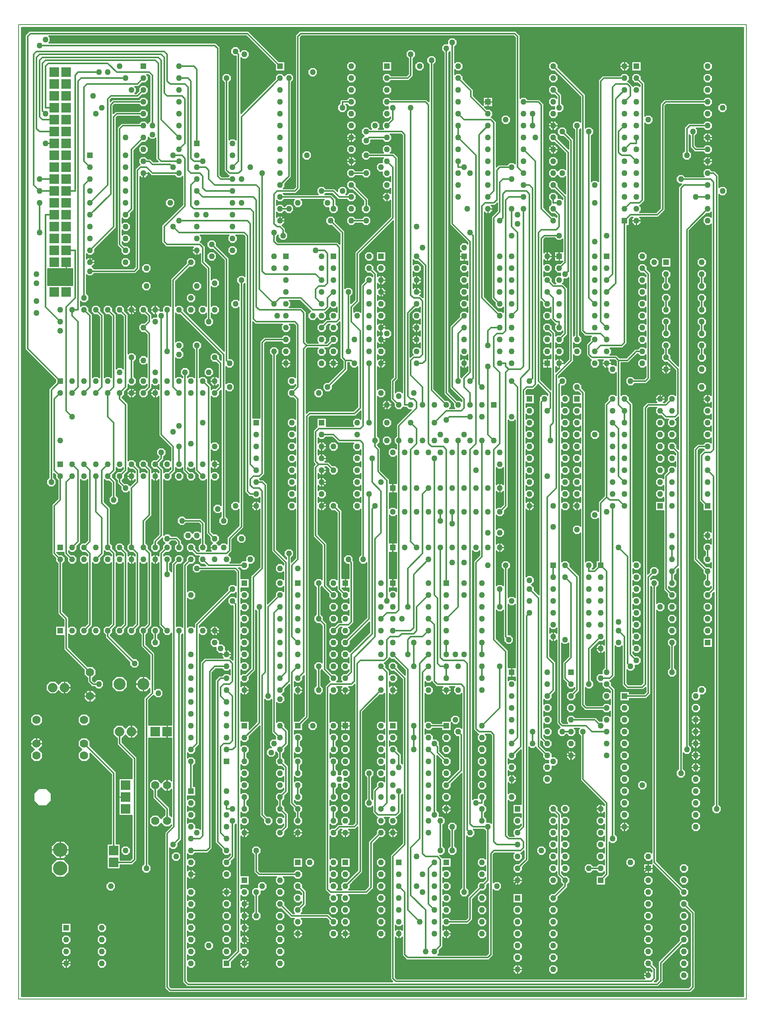
<source format=gbr>
G04 PROTEUS GERBER X2 FILE*
%TF.GenerationSoftware,Labcenter,Proteus,8.6-SP1-Build23413*%
%TF.CreationDate,2017-02-04T10:42:02+00:00*%
%TF.FileFunction,Copper,L4,Bot*%
%TF.FilePolarity,Positive*%
%TF.Part,Single*%
%FSLAX45Y45*%
%MOMM*%
G01*
%TA.AperFunction,Conductor*%
%ADD10C,0.304800*%
%TA.AperFunction,ViaPad*%
%ADD11C,1.270000*%
%TA.AperFunction,Conductor*%
%ADD12C,0.254000*%
%TA.AperFunction,ComponentPad*%
%ADD13C,3.048000*%
%ADD14R,2.032000X2.032000*%
%ADD15C,1.778000*%
%ADD16C,2.032000*%
%ADD17C,2.540000*%
%TA.AperFunction,ComponentPad*%
%ADD18R,1.270000X1.270000*%
%ADD19C,1.270000*%
%TA.AperFunction,Profile*%
%ADD70C,0.203200*%
%TD.AperFunction*%
G36*
X+14986001Y-8191501D02*
X-444501Y-8191501D01*
X-444501Y+12509501D01*
X+14986001Y+12509501D01*
X+14986001Y-8191501D01*
G37*
%LPC*%
G36*
X+574039Y-5540959D02*
X+574039Y-5381041D01*
X+460959Y-5267961D01*
X+301041Y-5267961D01*
X+187961Y-5381041D01*
X+187961Y-5540959D01*
X+301041Y-5654039D01*
X+460959Y-5654039D01*
X+574039Y-5540959D01*
G37*
G36*
X+574039Y-5144719D02*
X+574039Y-4984801D01*
X+460959Y-4871721D01*
X+301041Y-4871721D01*
X+187961Y-4984801D01*
X+187961Y-5144719D01*
X+301041Y-5257799D01*
X+460959Y-5257799D01*
X+574039Y-5144719D01*
G37*
G36*
X+2047239Y-2481083D02*
X+2047239Y-2598917D01*
X+1963917Y-2682239D01*
X+1846083Y-2682239D01*
X+1778000Y-2614156D01*
X+1709917Y-2682239D01*
X+1706879Y-2682239D01*
X+1706879Y-2770855D01*
X+2024379Y-3088355D01*
X+2024379Y-5293645D01*
X+1928145Y-5389879D01*
X+1666239Y-5389879D01*
X+1666239Y-5476239D01*
X+1381761Y-5476239D01*
X+1381761Y-4937761D01*
X+1468121Y-4937761D01*
X+1468121Y-3452145D01*
X+1018539Y-3002563D01*
X+1018539Y-3101657D01*
X+942657Y-3177539D01*
X+835343Y-3177539D01*
X+759461Y-3101657D01*
X+759461Y-2994343D01*
X+832804Y-2921000D01*
X+759461Y-2847657D01*
X+759461Y-2740343D01*
X+835343Y-2664461D01*
X+942657Y-2664461D01*
X+1018539Y-2740343D01*
X+1018539Y-2844515D01*
X+1579879Y-3405855D01*
X+1579879Y-4937761D01*
X+1666239Y-4937761D01*
X+1666239Y-5278121D01*
X+1881855Y-5278121D01*
X+1912621Y-5247355D01*
X+1912621Y-4333239D01*
X+1635761Y-4333239D01*
X+1635761Y-3540761D01*
X+1912621Y-3540761D01*
X+1912621Y-3134645D01*
X+1595121Y-2817145D01*
X+1595121Y-2682239D01*
X+1592083Y-2682239D01*
X+1508761Y-2598917D01*
X+1508761Y-2481083D01*
X+1592083Y-2397761D01*
X+1709917Y-2397761D01*
X+1778000Y-2465844D01*
X+1846083Y-2397761D01*
X+1963917Y-2397761D01*
X+2047239Y-2481083D01*
G37*
G36*
X+190639Y-4015965D02*
X+190639Y-3858035D01*
X+78965Y-3746361D01*
X-78965Y-3746361D01*
X-190639Y-3858035D01*
X-190639Y-4015965D01*
X-78965Y-4127639D01*
X+78965Y-4127639D01*
X+190639Y-4015965D01*
G37*
G36*
X+2539Y-2740343D02*
X+2539Y-2847657D01*
X-70804Y-2921000D01*
X+2539Y-2994343D01*
X+2539Y-3101657D01*
X-73343Y-3177539D01*
X-180657Y-3177539D01*
X-256539Y-3101657D01*
X-256539Y-2994343D01*
X-183196Y-2921000D01*
X-256539Y-2847657D01*
X-256539Y-2740343D01*
X-180657Y-2664461D01*
X-73343Y-2664461D01*
X+2539Y-2740343D01*
G37*
G36*
X-180657Y-2415539D02*
X-73343Y-2415539D01*
X+2539Y-2339657D01*
X+2539Y-2232343D01*
X-73343Y-2156461D01*
X-180657Y-2156461D01*
X-256539Y-2232343D01*
X-256539Y-2339657D01*
X-180657Y-2415539D01*
G37*
G36*
X+835343Y-2415539D02*
X+942657Y-2415539D01*
X+1018539Y-2339657D01*
X+1018539Y-2232343D01*
X+942657Y-2156461D01*
X+835343Y-2156461D01*
X+759461Y-2232343D01*
X+759461Y-2339657D01*
X+835343Y-2415539D01*
G37*
G36*
X+1581562Y-1691639D02*
X+1720438Y-1691639D01*
X+1818639Y-1593438D01*
X+1818639Y-1454562D01*
X+1720438Y-1356361D01*
X+1581562Y-1356361D01*
X+1483361Y-1454562D01*
X+1483361Y-1593438D01*
X+1581562Y-1691639D01*
G37*
G36*
X+10136012Y+12422012D02*
X+10215879Y+12342145D01*
X+10215879Y+10998154D01*
X+10243864Y+11026139D01*
X+10330136Y+11026139D01*
X+10378396Y+10977879D01*
X+10627645Y+10977879D01*
X+10723879Y+10881645D01*
X+10723879Y+8659145D01*
X+10896885Y+8486139D01*
X+10965136Y+8486139D01*
X+10993121Y+8458154D01*
X+10993121Y+8485855D01*
X+10947115Y+8531861D01*
X+10878864Y+8531861D01*
X+10817861Y+8592864D01*
X+10817861Y+8679136D01*
X+10872350Y+8733626D01*
X+10866121Y+8739855D01*
X+10866121Y+8798604D01*
X+10817861Y+8846864D01*
X+10817861Y+8933136D01*
X+10878864Y+8994139D01*
X+10965136Y+8994139D01*
X+11026139Y+8933136D01*
X+11026139Y+8867139D01*
X+11092136Y+8867139D01*
X+11120121Y+8839154D01*
X+11120121Y+8866855D01*
X+10947115Y+9039861D01*
X+10878864Y+9039861D01*
X+10817861Y+9100864D01*
X+10817861Y+9187136D01*
X+10878864Y+9248139D01*
X+10965136Y+9248139D01*
X+11026139Y+9187136D01*
X+11026139Y+9118885D01*
X+11183621Y+8961403D01*
X+11183621Y+9321846D01*
X+11155636Y+9293861D01*
X+11069364Y+9293861D01*
X+11017250Y+9345975D01*
X+10965136Y+9293861D01*
X+10878864Y+9293861D01*
X+10817861Y+9354864D01*
X+10817861Y+9441136D01*
X+10878864Y+9502139D01*
X+10965136Y+9502139D01*
X+11017250Y+9450025D01*
X+11069364Y+9502139D01*
X+11155636Y+9502139D01*
X+11183621Y+9474154D01*
X+11183621Y+9819355D01*
X+10947115Y+10055861D01*
X+10878864Y+10055861D01*
X+10817861Y+10116864D01*
X+10817861Y+10203136D01*
X+10878864Y+10264139D01*
X+10965136Y+10264139D01*
X+11026139Y+10203136D01*
X+11026139Y+10134885D01*
X+11247121Y+9913903D01*
X+11247121Y+10073355D01*
X+11137615Y+10182861D01*
X+11069364Y+10182861D01*
X+11008361Y+10243864D01*
X+11008361Y+10330136D01*
X+11069364Y+10391139D01*
X+11155636Y+10391139D01*
X+11216639Y+10330136D01*
X+11216639Y+10261885D01*
X+11358879Y+10119645D01*
X+11358879Y+5918154D01*
X+11374121Y+5933396D01*
X+11374121Y+10322604D01*
X+11325861Y+10370864D01*
X+11325861Y+10457136D01*
X+11386864Y+10518139D01*
X+11473136Y+10518139D01*
X+11501121Y+10490154D01*
X+11501121Y+11025855D01*
X+10947115Y+11579861D01*
X+10878864Y+11579861D01*
X+10817861Y+11640864D01*
X+10817861Y+11727136D01*
X+10878864Y+11788139D01*
X+10965136Y+11788139D01*
X+11026139Y+11727136D01*
X+11026139Y+11658885D01*
X+11612879Y+11072145D01*
X+11612879Y+10363154D01*
X+11640864Y+10391139D01*
X+11727136Y+10391139D01*
X+11788139Y+10330136D01*
X+11788139Y+10243864D01*
X+11739879Y+10195604D01*
X+11739879Y+9220154D01*
X+11767864Y+9248139D01*
X+11854136Y+9248139D01*
X+11882122Y+9220153D01*
X+11882122Y+11389646D01*
X+11978355Y+11485879D01*
X+12354604Y+11485879D01*
X+12402864Y+11534139D01*
X+12489136Y+11534139D01*
X+12550139Y+11473136D01*
X+12550139Y+11386864D01*
X+12522154Y+11358879D01*
X+12532645Y+11358879D01*
X+12628879Y+11262645D01*
X+12628879Y+11252154D01*
X+12656864Y+11280139D01*
X+12743136Y+11280139D01*
X+12771121Y+11252154D01*
X+12771121Y+11279855D01*
X+12725115Y+11325861D01*
X+12656864Y+11325861D01*
X+12595861Y+11386864D01*
X+12595861Y+11473136D01*
X+12656864Y+11534139D01*
X+12743136Y+11534139D01*
X+12804139Y+11473136D01*
X+12804139Y+11404885D01*
X+12882879Y+11326145D01*
X+12882879Y+10617154D01*
X+12910864Y+10645139D01*
X+12997136Y+10645139D01*
X+13058139Y+10584136D01*
X+13058139Y+10497864D01*
X+12997136Y+10436861D01*
X+12910864Y+10436861D01*
X+12882879Y+10464846D01*
X+12882879Y+8803355D01*
X+12786645Y+8707121D01*
X+12776154Y+8707121D01*
X+12804139Y+8679136D01*
X+12804139Y+8592864D01*
X+12776154Y+8564879D01*
X+13121355Y+8564879D01*
X+13205504Y+8649028D01*
X+13205504Y+10881645D01*
X+13301738Y+10977879D01*
X+14132604Y+10977879D01*
X+14180864Y+11026139D01*
X+14267136Y+11026139D01*
X+14328139Y+10965136D01*
X+14328139Y+10878864D01*
X+14267136Y+10817861D01*
X+14180864Y+10817861D01*
X+14132604Y+10866121D01*
X+13348028Y+10866121D01*
X+13317262Y+10835355D01*
X+13317262Y+8602738D01*
X+13167645Y+8453121D01*
X+12776154Y+8453121D01*
X+12804139Y+8425136D01*
X+12804139Y+8338864D01*
X+12743136Y+8277861D01*
X+12656864Y+8277861D01*
X+12595861Y+8338864D01*
X+12595861Y+8425136D01*
X+12623846Y+8453121D01*
X+12596145Y+8453121D01*
X+12550139Y+8407115D01*
X+12550139Y+8277861D01*
X+12501879Y+8277861D01*
X+12501878Y+5755354D01*
X+12405645Y+5659121D01*
X+12141154Y+5659121D01*
X+12169139Y+5631136D01*
X+12169139Y+5544864D01*
X+12141154Y+5516879D01*
X+12278645Y+5516879D01*
X+12342145Y+5453379D01*
X+12486355Y+5453379D01*
X+12676855Y+5643879D01*
X+12735604Y+5643879D01*
X+12783864Y+5692139D01*
X+12870136Y+5692139D01*
X+12898121Y+5664154D01*
X+12898121Y+5765846D01*
X+12870136Y+5737861D01*
X+12783864Y+5737861D01*
X+12722861Y+5798864D01*
X+12722861Y+5885136D01*
X+12783864Y+5946139D01*
X+12870136Y+5946139D01*
X+12898121Y+5918154D01*
X+12898121Y+6019846D01*
X+12870136Y+5991861D01*
X+12783864Y+5991861D01*
X+12722861Y+6052864D01*
X+12722861Y+6139136D01*
X+12783864Y+6200139D01*
X+12870136Y+6200139D01*
X+12898121Y+6172154D01*
X+12898121Y+6273846D01*
X+12870136Y+6245861D01*
X+12783864Y+6245861D01*
X+12722861Y+6306864D01*
X+12722861Y+6393136D01*
X+12783864Y+6454139D01*
X+12870136Y+6454139D01*
X+12898121Y+6426154D01*
X+12898121Y+6527846D01*
X+12870136Y+6499861D01*
X+12783864Y+6499861D01*
X+12722861Y+6560864D01*
X+12722861Y+6647136D01*
X+12783864Y+6708139D01*
X+12870136Y+6708139D01*
X+12898121Y+6680154D01*
X+12898121Y+6781846D01*
X+12870136Y+6753861D01*
X+12783864Y+6753861D01*
X+12722861Y+6814864D01*
X+12722861Y+6901136D01*
X+12783864Y+6962139D01*
X+12870136Y+6962139D01*
X+12898121Y+6934154D01*
X+12898121Y+7035846D01*
X+12870136Y+7007861D01*
X+12783864Y+7007861D01*
X+12722861Y+7068864D01*
X+12722861Y+7155136D01*
X+12783864Y+7216139D01*
X+12870136Y+7216139D01*
X+12898121Y+7188154D01*
X+12898121Y+7215855D01*
X+12852115Y+7261861D01*
X+12783864Y+7261861D01*
X+12722861Y+7322864D01*
X+12722861Y+7409136D01*
X+12783864Y+7470139D01*
X+12870136Y+7470139D01*
X+12931139Y+7409136D01*
X+12931139Y+7340885D01*
X+13009879Y+7262145D01*
X+13009879Y+4993355D01*
X+12913645Y+4897121D01*
X+12664396Y+4897121D01*
X+12616136Y+4848861D01*
X+12529864Y+4848861D01*
X+12468861Y+4909864D01*
X+12468861Y+4996136D01*
X+12529864Y+5057139D01*
X+12616136Y+5057139D01*
X+12664396Y+5008879D01*
X+12867355Y+5008879D01*
X+12898121Y+5039645D01*
X+12898121Y+5257846D01*
X+12870136Y+5229861D01*
X+12783864Y+5229861D01*
X+12722861Y+5290864D01*
X+12722861Y+5377136D01*
X+12783864Y+5438139D01*
X+12870136Y+5438139D01*
X+12898121Y+5410154D01*
X+12898121Y+5511846D01*
X+12870136Y+5483861D01*
X+12783864Y+5483861D01*
X+12735604Y+5532121D01*
X+12723145Y+5532121D01*
X+12532645Y+5341621D01*
X+12374879Y+5341621D01*
X+12374879Y+4648154D01*
X+12402864Y+4676139D01*
X+12489136Y+4676139D01*
X+12550139Y+4615136D01*
X+12550139Y+4546885D01*
X+12628879Y+4468145D01*
X+12628879Y+1092154D01*
X+12656864Y+1120139D01*
X+12743136Y+1120139D01*
X+12804139Y+1059136D01*
X+12804139Y+972864D01*
X+12743136Y+911861D01*
X+12656864Y+911861D01*
X+12628879Y+939846D01*
X+12628879Y+838154D01*
X+12656864Y+866139D01*
X+12743136Y+866139D01*
X+12804139Y+805136D01*
X+12804139Y+718864D01*
X+12743136Y+657861D01*
X+12656864Y+657861D01*
X+12628879Y+685846D01*
X+12628879Y+584154D01*
X+12656864Y+612139D01*
X+12743136Y+612139D01*
X+12804139Y+551136D01*
X+12804139Y+464864D01*
X+12743136Y+403861D01*
X+12656864Y+403861D01*
X+12628879Y+431846D01*
X+12628879Y+330154D01*
X+12656864Y+358139D01*
X+12743136Y+358139D01*
X+12804139Y+297136D01*
X+12804139Y+210864D01*
X+12743136Y+149861D01*
X+12656864Y+149861D01*
X+12628879Y+177846D01*
X+12628879Y+76154D01*
X+12656864Y+104139D01*
X+12743136Y+104139D01*
X+12804139Y+43136D01*
X+12804139Y-43136D01*
X+12743136Y-104139D01*
X+12656864Y-104139D01*
X+12628879Y-76154D01*
X+12628879Y-177846D01*
X+12656864Y-149861D01*
X+12743136Y-149861D01*
X+12804139Y-210864D01*
X+12804139Y-297136D01*
X+12743136Y-358139D01*
X+12656864Y-358139D01*
X+12628879Y-330154D01*
X+12628879Y-431846D01*
X+12656864Y-403861D01*
X+12743136Y-403861D01*
X+12804139Y-464864D01*
X+12804139Y-551136D01*
X+12743136Y-612139D01*
X+12656864Y-612139D01*
X+12628879Y-584154D01*
X+12628879Y-685846D01*
X+12656864Y-657861D01*
X+12743136Y-657861D01*
X+12804139Y-718864D01*
X+12804139Y-805136D01*
X+12743136Y-866139D01*
X+12656864Y-866139D01*
X+12628879Y-838154D01*
X+12628879Y-865855D01*
X+12674885Y-911861D01*
X+12743136Y-911861D01*
X+12804139Y-972864D01*
X+12804139Y-1059136D01*
X+12743136Y-1120139D01*
X+12677139Y-1120139D01*
X+12677139Y-1186136D01*
X+12616136Y-1247139D01*
X+12529864Y-1247139D01*
X+12501879Y-1219154D01*
X+12501879Y-1500855D01*
X+12532645Y-1531621D01*
X+12803855Y-1531621D01*
X+12834621Y-1500855D01*
X+12834621Y+4404645D01*
X+12930855Y+4500879D01*
X+13131846Y+4500879D01*
X+13103861Y+4528864D01*
X+13103861Y+4615136D01*
X+13164864Y+4676139D01*
X+13251136Y+4676139D01*
X+13312139Y+4615136D01*
X+13312139Y+4528864D01*
X+13284154Y+4500879D01*
X+13311855Y+4500879D01*
X+13357861Y+4546885D01*
X+13357861Y+4615136D01*
X+13418864Y+4676139D01*
X+13505136Y+4676139D01*
X+13533121Y+4648154D01*
X+13533121Y+5183855D01*
X+13360115Y+5356861D01*
X+13291864Y+5356861D01*
X+13230861Y+5417864D01*
X+13230861Y+5504136D01*
X+13279121Y+5552396D01*
X+13279121Y+5623604D01*
X+13230861Y+5671864D01*
X+13230861Y+5758136D01*
X+13291864Y+5819139D01*
X+13378136Y+5819139D01*
X+13439139Y+5758136D01*
X+13439139Y+5671864D01*
X+13390879Y+5623604D01*
X+13390879Y+5552396D01*
X+13439139Y+5504136D01*
X+13439139Y+5435885D01*
X+13596621Y+5278403D01*
X+13596621Y+9103645D01*
X+13659837Y+9166861D01*
X+13609364Y+9166861D01*
X+13548361Y+9227864D01*
X+13548361Y+9314136D01*
X+13609364Y+9375139D01*
X+13695636Y+9375139D01*
X+13743896Y+9326879D01*
X+14147846Y+9326879D01*
X+14119861Y+9354864D01*
X+14119861Y+9441136D01*
X+14180864Y+9502139D01*
X+14267136Y+9502139D01*
X+14315396Y+9453879D01*
X+14374145Y+9453879D01*
X+14470379Y+9357645D01*
X+14470379Y+9093154D01*
X+14498364Y+9121139D01*
X+14584636Y+9121139D01*
X+14645639Y+9060136D01*
X+14645639Y+8973864D01*
X+14584636Y+8912861D01*
X+14498364Y+8912861D01*
X+14470379Y+8940846D01*
X+14470379Y-4099604D01*
X+14518639Y-4147864D01*
X+14518639Y-4234136D01*
X+14457636Y-4295139D01*
X+14371364Y-4295139D01*
X+14310361Y-4234136D01*
X+14310361Y-4147864D01*
X+14358621Y-4099604D01*
X+14358621Y+436597D01*
X+14328139Y+406115D01*
X+14328139Y+337864D01*
X+14267136Y+276861D01*
X+14180864Y+276861D01*
X+14119861Y+337864D01*
X+14119861Y+424136D01*
X+14180864Y+485139D01*
X+14249115Y+485139D01*
X+14295121Y+531145D01*
X+14295121Y+558846D01*
X+14267136Y+530861D01*
X+14180864Y+530861D01*
X+14119861Y+591864D01*
X+14119861Y+678136D01*
X+14168121Y+726396D01*
X+14168121Y+797604D01*
X+14119861Y+845864D01*
X+14119861Y+914115D01*
X+13914121Y+1119855D01*
X+13914121Y+3515645D01*
X+14010355Y+3611879D01*
X+14132604Y+3611879D01*
X+14180864Y+3660139D01*
X+14267136Y+3660139D01*
X+14295121Y+3632154D01*
X+14295121Y+3733846D01*
X+14267136Y+3705861D01*
X+14180864Y+3705861D01*
X+14119861Y+3766864D01*
X+14119861Y+3853136D01*
X+14180864Y+3914139D01*
X+14267136Y+3914139D01*
X+14295121Y+3886154D01*
X+14295121Y+3987846D01*
X+14267136Y+3959861D01*
X+14180864Y+3959861D01*
X+14119861Y+4020864D01*
X+14119861Y+4107136D01*
X+14180864Y+4168139D01*
X+14267136Y+4168139D01*
X+14295121Y+4140154D01*
X+14295121Y+4241846D01*
X+14267136Y+4213861D01*
X+14180864Y+4213861D01*
X+14119861Y+4274864D01*
X+14119861Y+4361136D01*
X+14180864Y+4422139D01*
X+14267136Y+4422139D01*
X+14295121Y+4394154D01*
X+14295121Y+4495846D01*
X+14267136Y+4467861D01*
X+14180864Y+4467861D01*
X+14119861Y+4528864D01*
X+14119861Y+4615136D01*
X+14180864Y+4676139D01*
X+14267136Y+4676139D01*
X+14295121Y+4648154D01*
X+14295121Y+8305846D01*
X+14267136Y+8277861D01*
X+14180864Y+8277861D01*
X+14119861Y+8338864D01*
X+14119861Y+8425136D01*
X+14180864Y+8486139D01*
X+14267136Y+8486139D01*
X+14295121Y+8458154D01*
X+14295121Y+8559846D01*
X+14267136Y+8531861D01*
X+14198885Y+8531861D01*
X+13835379Y+8168355D01*
X+13835379Y-2829604D01*
X+13883639Y-2877864D01*
X+13883639Y-2964136D01*
X+13822636Y-3025139D01*
X+13736364Y-3025139D01*
X+13708379Y-2997154D01*
X+13708379Y-3337604D01*
X+13756639Y-3385864D01*
X+13756639Y-3472136D01*
X+13695636Y-3533139D01*
X+13609364Y-3533139D01*
X+13548361Y-3472136D01*
X+13548361Y-3385864D01*
X+13596621Y-3337604D01*
X+13596621Y+944597D01*
X+13566139Y+914115D01*
X+13566139Y+845864D01*
X+13517879Y+797604D01*
X+13517879Y+726396D01*
X+13566139Y+678136D01*
X+13566139Y+591864D01*
X+13505136Y+530861D01*
X+13418864Y+530861D01*
X+13390879Y+558846D01*
X+13390879Y+531145D01*
X+13436885Y+485139D01*
X+13505136Y+485139D01*
X+13566139Y+424136D01*
X+13566139Y+337864D01*
X+13505136Y+276861D01*
X+13418864Y+276861D01*
X+13357861Y+337864D01*
X+13357861Y+406115D01*
X+13279121Y+484855D01*
X+13279121Y+2181861D01*
X+13103861Y+2181861D01*
X+13103861Y+2390139D01*
X+13279121Y+2390139D01*
X+13279121Y+2463846D01*
X+13251136Y+2435861D01*
X+13164864Y+2435861D01*
X+13103861Y+2496864D01*
X+13103861Y+2583136D01*
X+13164864Y+2644139D01*
X+13251136Y+2644139D01*
X+13279121Y+2616154D01*
X+13279121Y+2717846D01*
X+13251136Y+2689861D01*
X+13164864Y+2689861D01*
X+13103861Y+2750864D01*
X+13103861Y+2837136D01*
X+13164864Y+2898139D01*
X+13251136Y+2898139D01*
X+13279121Y+2870154D01*
X+13279121Y+2944145D01*
X+13357861Y+3022885D01*
X+13357861Y+3091136D01*
X+13418864Y+3152139D01*
X+13505136Y+3152139D01*
X+13533121Y+3124154D01*
X+13533121Y+3225846D01*
X+13505136Y+3197861D01*
X+13418864Y+3197861D01*
X+13357861Y+3258864D01*
X+13357861Y+3345136D01*
X+13418864Y+3406139D01*
X+13505136Y+3406139D01*
X+13533121Y+3378154D01*
X+13533121Y+3405855D01*
X+13487115Y+3451861D01*
X+13418864Y+3451861D01*
X+13357861Y+3512864D01*
X+13357861Y+3599136D01*
X+13418864Y+3660139D01*
X+13505136Y+3660139D01*
X+13566139Y+3599136D01*
X+13566139Y+3530885D01*
X+13596621Y+3500403D01*
X+13596621Y+4183097D01*
X+13548645Y+4135121D01*
X+13538154Y+4135121D01*
X+13566139Y+4107136D01*
X+13566139Y+4020864D01*
X+13505136Y+3959861D01*
X+13418864Y+3959861D01*
X+13357861Y+4020864D01*
X+13357861Y+4107136D01*
X+13385846Y+4135121D01*
X+13311855Y+4135121D01*
X+13233115Y+4213861D01*
X+13164864Y+4213861D01*
X+13103861Y+4274864D01*
X+13103861Y+4361136D01*
X+13131846Y+4389121D01*
X+12977145Y+4389121D01*
X+12946379Y+4358355D01*
X+12946379Y+833403D01*
X+12976861Y+863885D01*
X+12976861Y+932136D01*
X+13037864Y+993139D01*
X+13124136Y+993139D01*
X+13185139Y+932136D01*
X+13185139Y+845864D01*
X+13124136Y+784861D01*
X+13055885Y+784861D01*
X+13009879Y+738855D01*
X+13009879Y+711154D01*
X+13037864Y+739139D01*
X+13124136Y+739139D01*
X+13185139Y+678136D01*
X+13185139Y+591864D01*
X+13136879Y+543604D01*
X+13136879Y+203154D01*
X+13164864Y+231139D01*
X+13251136Y+231139D01*
X+13312139Y+170136D01*
X+13312139Y+83864D01*
X+13251136Y+22861D01*
X+13164864Y+22861D01*
X+13136879Y+50846D01*
X+13136879Y-5310854D01*
X+13690885Y-5864861D01*
X+13759136Y-5864861D01*
X+13820139Y-5925864D01*
X+13820139Y-6012136D01*
X+13759136Y-6073139D01*
X+13672864Y-6073139D01*
X+13611861Y-6012136D01*
X+13611861Y-5943885D01*
X+13058139Y-5390162D01*
X+13058139Y-5565139D01*
X+12849861Y-5565139D01*
X+12849861Y-5356861D01*
X+13025121Y-5356861D01*
X+13025121Y-5283154D01*
X+12997136Y-5311139D01*
X+12910864Y-5311139D01*
X+12849861Y-5250136D01*
X+12849861Y-5163864D01*
X+12910864Y-5102861D01*
X+12997136Y-5102861D01*
X+13025121Y-5130846D01*
X+13025121Y+543604D01*
X+13009879Y+558846D01*
X+13009879Y-1737645D01*
X+12913645Y-1833879D01*
X+12550139Y-1833879D01*
X+12550139Y-1882139D01*
X+12341861Y-1882139D01*
X+12341861Y-1673861D01*
X+12550139Y-1673861D01*
X+12550139Y-1722121D01*
X+12867355Y-1722121D01*
X+12898121Y-1691355D01*
X+12898121Y-1595403D01*
X+12850145Y-1643379D01*
X+12486355Y-1643379D01*
X+12390121Y-1547145D01*
X+12390121Y-711154D01*
X+12362136Y-739139D01*
X+12275864Y-739139D01*
X+12247879Y-711154D01*
X+12247879Y-1356645D01*
X+12151645Y-1452879D01*
X+12141154Y-1452879D01*
X+12169139Y-1480864D01*
X+12169139Y-1549115D01*
X+12247879Y-1627855D01*
X+12247879Y-4734604D01*
X+12296139Y-4782864D01*
X+12296139Y-4869136D01*
X+12235136Y-4930139D01*
X+12148864Y-4930139D01*
X+12120879Y-4902154D01*
X+12120879Y-5611145D01*
X+12042139Y-5689885D01*
X+12042139Y-5819139D01*
X+11833861Y-5819139D01*
X+11833861Y-5610861D01*
X+11963115Y-5610861D01*
X+12009121Y-5564855D01*
X+12009121Y-5537154D01*
X+11981136Y-5565139D01*
X+11894864Y-5565139D01*
X+11846604Y-5516879D01*
X+11775396Y-5516879D01*
X+11727136Y-5565139D01*
X+11640864Y-5565139D01*
X+11579861Y-5504136D01*
X+11579861Y-5417864D01*
X+11640864Y-5356861D01*
X+11727136Y-5356861D01*
X+11775396Y-5405121D01*
X+11846604Y-5405121D01*
X+11894864Y-5356861D01*
X+11981136Y-5356861D01*
X+12009121Y-5384846D01*
X+12009121Y-5283154D01*
X+11981136Y-5311139D01*
X+11894864Y-5311139D01*
X+11833861Y-5250136D01*
X+11833861Y-5163864D01*
X+11894864Y-5102861D01*
X+11981136Y-5102861D01*
X+12009121Y-5130846D01*
X+12009121Y-5029154D01*
X+11981136Y-5057139D01*
X+11894864Y-5057139D01*
X+11833861Y-4996136D01*
X+11833861Y-4909864D01*
X+11894864Y-4848861D01*
X+11981136Y-4848861D01*
X+12009121Y-4876846D01*
X+12009121Y-4775154D01*
X+11981136Y-4803139D01*
X+11894864Y-4803139D01*
X+11833861Y-4742136D01*
X+11833861Y-4655864D01*
X+11894864Y-4594861D01*
X+11981136Y-4594861D01*
X+12009121Y-4622846D01*
X+12009121Y-4521154D01*
X+11981136Y-4549139D01*
X+11894864Y-4549139D01*
X+11833861Y-4488136D01*
X+11833861Y-4401864D01*
X+11894864Y-4340861D01*
X+11981136Y-4340861D01*
X+12009121Y-4368846D01*
X+12009121Y-4267154D01*
X+11981136Y-4295139D01*
X+11894864Y-4295139D01*
X+11833861Y-4234136D01*
X+11833861Y-4147864D01*
X+11894864Y-4086861D01*
X+11981136Y-4086861D01*
X+12009121Y-4114846D01*
X+12009121Y-4087145D01*
X+11501121Y-3579145D01*
X+11501121Y-2631396D01*
X+11452861Y-2583136D01*
X+11452861Y-2496864D01*
X+11480846Y-2468879D01*
X+11379154Y-2468879D01*
X+11407139Y-2496864D01*
X+11407139Y-2583136D01*
X+11346136Y-2644139D01*
X+11259864Y-2644139D01*
X+11211604Y-2595879D01*
X+11203896Y-2595879D01*
X+11155636Y-2644139D01*
X+11069364Y-2644139D01*
X+11008361Y-2583136D01*
X+11008361Y-2496864D01*
X+11062850Y-2442374D01*
X+10993121Y-2372645D01*
X+10993121Y-584154D01*
X+10965136Y-612139D01*
X+10878864Y-612139D01*
X+10850879Y-584154D01*
X+10850879Y-929355D01*
X+10977879Y-1056355D01*
X+10977879Y-1674145D01*
X+10899139Y-1752885D01*
X+10899139Y-1821136D01*
X+10838136Y-1882139D01*
X+10751864Y-1882139D01*
X+10723879Y-1854154D01*
X+10723879Y-1955846D01*
X+10751864Y-1927861D01*
X+10838136Y-1927861D01*
X+10899139Y-1988864D01*
X+10899139Y-2075136D01*
X+10838136Y-2136139D01*
X+10751864Y-2136139D01*
X+10723879Y-2108154D01*
X+10723879Y-2209846D01*
X+10751864Y-2181861D01*
X+10838136Y-2181861D01*
X+10899139Y-2242864D01*
X+10899139Y-2329136D01*
X+10838136Y-2390139D01*
X+10751864Y-2390139D01*
X+10723879Y-2362154D01*
X+10723879Y-2463846D01*
X+10751864Y-2435861D01*
X+10838136Y-2435861D01*
X+10899139Y-2496864D01*
X+10899139Y-2583136D01*
X+10838136Y-2644139D01*
X+10751864Y-2644139D01*
X+10723879Y-2616154D01*
X+10723879Y-2643855D01*
X+10769885Y-2689861D01*
X+10838136Y-2689861D01*
X+10899139Y-2750864D01*
X+10899139Y-2837136D01*
X+10838136Y-2898139D01*
X+10751864Y-2898139D01*
X+10690861Y-2837136D01*
X+10690861Y-2768885D01*
X+10660379Y-2738403D01*
X+10660379Y-2834355D01*
X+10769885Y-2943861D01*
X+10838136Y-2943861D01*
X+10899139Y-3004864D01*
X+10899139Y-3070861D01*
X+10965136Y-3070861D01*
X+11026139Y-3131864D01*
X+11026139Y-3218136D01*
X+10965136Y-3279139D01*
X+10899139Y-3279139D01*
X+10899139Y-3345136D01*
X+10838136Y-3406139D01*
X+10751864Y-3406139D01*
X+10690861Y-3345136D01*
X+10690861Y-3258864D01*
X+10751864Y-3197861D01*
X+10817861Y-3197861D01*
X+10817861Y-3152139D01*
X+10751864Y-3152139D01*
X+10690861Y-3091136D01*
X+10690861Y-3022885D01*
X+10548621Y-2880645D01*
X+10548621Y-2870154D01*
X+10520636Y-2898139D01*
X+10434364Y-2898139D01*
X+10406378Y-2870153D01*
X+10406378Y-5293646D01*
X+10264139Y-5435885D01*
X+10264139Y-5504136D01*
X+10203136Y-5565139D01*
X+10116864Y-5565139D01*
X+10055861Y-5504136D01*
X+10055861Y-5417864D01*
X+10116864Y-5356861D01*
X+10185115Y-5356861D01*
X+10294622Y-5247354D01*
X+10294622Y-5087902D01*
X+10246645Y-5135879D01*
X+10236154Y-5135879D01*
X+10264139Y-5163864D01*
X+10264139Y-5250136D01*
X+10203136Y-5311139D01*
X+10116864Y-5311139D01*
X+10055861Y-5250136D01*
X+10055861Y-5163864D01*
X+10083846Y-5135879D01*
X+9675145Y-5135879D01*
X+9644379Y-5166645D01*
X+9644379Y-5765846D01*
X+9672364Y-5737861D01*
X+9758636Y-5737861D01*
X+9819639Y-5798864D01*
X+9819639Y-5885136D01*
X+9758636Y-5946139D01*
X+9672364Y-5946139D01*
X+9644379Y-5918154D01*
X+9644379Y-7325645D01*
X+9548145Y-7421879D01*
X+7787355Y-7421879D01*
X+7691121Y-7325645D01*
X+7691121Y-6934154D01*
X+7663136Y-6962139D01*
X+7576864Y-6962139D01*
X+7548878Y-6934153D01*
X+7548878Y-7787354D01*
X+7579645Y-7818121D01*
X+12877846Y-7818121D01*
X+12849861Y-7790136D01*
X+12849861Y-7703864D01*
X+12910864Y-7642861D01*
X+12997136Y-7642861D01*
X+13025121Y-7670846D01*
X+13025121Y-7643145D01*
X+12979115Y-7597139D01*
X+12910864Y-7597139D01*
X+12849861Y-7536136D01*
X+12849861Y-7449864D01*
X+12910864Y-7388861D01*
X+12997136Y-7388861D01*
X+13058139Y-7449864D01*
X+13058139Y-7518115D01*
X+13136879Y-7596855D01*
X+13136879Y-7833645D01*
X+13088903Y-7881621D01*
X+13121355Y-7881621D01*
X+13163527Y-7839449D01*
X+13163527Y-7458449D01*
X+13611861Y-7010115D01*
X+13611861Y-6941864D01*
X+13672864Y-6880861D01*
X+13759136Y-6880861D01*
X+13820139Y-6941864D01*
X+13820139Y-7028136D01*
X+13759136Y-7089139D01*
X+13690885Y-7089139D01*
X+13275285Y-7504739D01*
X+13275285Y-7885739D01*
X+13167645Y-7993379D01*
X+3088355Y-7993379D01*
X+2992121Y-7897145D01*
X+2992121Y-457154D01*
X+2976879Y-472396D01*
X+2976879Y-4849145D01*
X+2898139Y-4927885D01*
X+2898139Y-4996136D01*
X+2837136Y-5057139D01*
X+2750864Y-5057139D01*
X+2722879Y-5029154D01*
X+2722879Y-7977855D01*
X+2753645Y-8008621D01*
X+13819855Y-8008621D01*
X+13850621Y-7977855D01*
X+13850621Y-6436645D01*
X+13741115Y-6327139D01*
X+13672864Y-6327139D01*
X+13611861Y-6266136D01*
X+13611861Y-6179864D01*
X+13672864Y-6118861D01*
X+13759136Y-6118861D01*
X+13820139Y-6179864D01*
X+13820139Y-6248115D01*
X+13962379Y-6390355D01*
X+13962379Y-8024145D01*
X+13866145Y-8120379D01*
X+2707355Y-8120379D01*
X+2611121Y-8024145D01*
X+2611121Y-4694905D01*
X+2757171Y-4548855D01*
X+2757171Y-4538025D01*
X+2720657Y-4574539D01*
X+2613343Y-4574539D01*
X+2540000Y-4501196D01*
X+2466657Y-4574539D01*
X+2359343Y-4574539D01*
X+2283461Y-4498657D01*
X+2283461Y-4391343D01*
X+2359343Y-4315461D01*
X+2466657Y-4315461D01*
X+2540000Y-4388804D01*
X+2611121Y-4317683D01*
X+2611121Y-4214145D01*
X+2357121Y-3960145D01*
X+2357121Y-3810317D01*
X+2283461Y-3736657D01*
X+2283461Y-3629343D01*
X+2359343Y-3553461D01*
X+2466657Y-3553461D01*
X+2540000Y-3626804D01*
X+2613343Y-3553461D01*
X+2720657Y-3553461D01*
X+2757171Y-3589975D01*
X+2757171Y-2682239D01*
X+2278379Y-2682239D01*
X+2278379Y-5369604D01*
X+2326639Y-5417864D01*
X+2326639Y-5504136D01*
X+2265636Y-5565139D01*
X+2179364Y-5565139D01*
X+2118361Y-5504136D01*
X+2118361Y-5417864D01*
X+2166621Y-5369604D01*
X+2166621Y-1818355D01*
X+2293621Y-1691355D01*
X+2293621Y-1626456D01*
X+2228438Y-1691639D01*
X+2089562Y-1691639D01*
X+1991361Y-1593438D01*
X+1991361Y-1454562D01*
X+2089562Y-1356361D01*
X+2228438Y-1356361D01*
X+2293621Y-1421544D01*
X+2293621Y-912145D01*
X+2103121Y-721645D01*
X+2103121Y-472396D01*
X+2054861Y-424136D01*
X+2054861Y-337864D01*
X+2115864Y-276861D01*
X+2184115Y-276861D01*
X+2230121Y-230855D01*
X+2230121Y+1066846D01*
X+2202136Y+1038861D01*
X+2115864Y+1038861D01*
X+2087879Y+1066846D01*
X+2087879Y-277145D01*
X+2009139Y-355885D01*
X+2009139Y-424136D01*
X+1948136Y-485139D01*
X+1861864Y-485139D01*
X+1800861Y-424136D01*
X+1800861Y-337864D01*
X+1861864Y-276861D01*
X+1930115Y-276861D01*
X+1976121Y-230855D01*
X+1976121Y+1066846D01*
X+1948136Y+1038861D01*
X+1861864Y+1038861D01*
X+1833879Y+1066846D01*
X+1833879Y-277145D01*
X+1755139Y-355885D01*
X+1755139Y-424136D01*
X+1694136Y-485139D01*
X+1607864Y-485139D01*
X+1546861Y-424136D01*
X+1546861Y-337864D01*
X+1607864Y-276861D01*
X+1676115Y-276861D01*
X+1722121Y-230855D01*
X+1722121Y+1066846D01*
X+1694136Y+1038861D01*
X+1607864Y+1038861D01*
X+1579879Y+1066846D01*
X+1579879Y-277145D01*
X+1501139Y-355885D01*
X+1501139Y-424136D01*
X+1452879Y-472396D01*
X+1452879Y-484855D01*
X+1943385Y-975361D01*
X+2011636Y-975361D01*
X+2072639Y-1036364D01*
X+2072639Y-1122636D01*
X+2011636Y-1183639D01*
X+1925364Y-1183639D01*
X+1864361Y-1122636D01*
X+1864361Y-1054385D01*
X+1341121Y-531145D01*
X+1341121Y-472396D01*
X+1292861Y-424136D01*
X+1292861Y-337864D01*
X+1353864Y-276861D01*
X+1422115Y-276861D01*
X+1468121Y-230855D01*
X+1468121Y+1066846D01*
X+1440136Y+1038861D01*
X+1353864Y+1038861D01*
X+1292861Y+1099864D01*
X+1292861Y+1186136D01*
X+1353864Y+1247139D01*
X+1440136Y+1247139D01*
X+1468121Y+1219154D01*
X+1468121Y+1246855D01*
X+1422115Y+1292861D01*
X+1353864Y+1292861D01*
X+1325879Y+1320846D01*
X+1325879Y+1246855D01*
X+1247139Y+1168115D01*
X+1247139Y+1099864D01*
X+1186136Y+1038861D01*
X+1099864Y+1038861D01*
X+1071879Y+1066846D01*
X+1071879Y-277145D01*
X+993139Y-355885D01*
X+993139Y-424136D01*
X+932136Y-485139D01*
X+845864Y-485139D01*
X+784861Y-424136D01*
X+784861Y-337864D01*
X+845864Y-276861D01*
X+914115Y-276861D01*
X+960121Y-230855D01*
X+960121Y+1066846D01*
X+932136Y+1038861D01*
X+845864Y+1038861D01*
X+784861Y+1099864D01*
X+784861Y+1186136D01*
X+845864Y+1247139D01*
X+932136Y+1247139D01*
X+960121Y+1219154D01*
X+960121Y+1246855D01*
X+914115Y+1292861D01*
X+845864Y+1292861D01*
X+784861Y+1353864D01*
X+784861Y+1440136D01*
X+845864Y+1501139D01*
X+914115Y+1501139D01*
X+960121Y+1547145D01*
X+960121Y+2844846D01*
X+932136Y+2816861D01*
X+845864Y+2816861D01*
X+817879Y+2844846D01*
X+817879Y+1500855D01*
X+739139Y+1422115D01*
X+739139Y+1353864D01*
X+678136Y+1292861D01*
X+591864Y+1292861D01*
X+563879Y+1320846D01*
X+563879Y+1293145D01*
X+609885Y+1247139D01*
X+678136Y+1247139D01*
X+739139Y+1186136D01*
X+739139Y+1099864D01*
X+678136Y+1038861D01*
X+591864Y+1038861D01*
X+530861Y+1099864D01*
X+530861Y+1168115D01*
X+452121Y+1246855D01*
X+452121Y+1292861D01*
X+310163Y+1292861D01*
X+355885Y+1247139D01*
X+424136Y+1247139D01*
X+485139Y+1186136D01*
X+485139Y+1099864D01*
X+436879Y+1051604D01*
X+436879Y+23145D01*
X+563879Y-103855D01*
X+563879Y-304846D01*
X+591864Y-276861D01*
X+678136Y-276861D01*
X+739139Y-337864D01*
X+739139Y-424136D01*
X+678136Y-485139D01*
X+591864Y-485139D01*
X+563879Y-457154D01*
X+563879Y-738855D01*
X+965485Y-1140461D01*
X+1069657Y-1140461D01*
X+1145539Y-1216343D01*
X+1145539Y-1323657D01*
X+1071879Y-1397317D01*
X+1071879Y-1437355D01*
X+1102645Y-1468121D01*
X+1115104Y-1468121D01*
X+1163364Y-1419861D01*
X+1249636Y-1419861D01*
X+1310639Y-1480864D01*
X+1310639Y-1567136D01*
X+1249636Y-1628139D01*
X+1163364Y-1628139D01*
X+1115104Y-1579879D01*
X+1056355Y-1579879D01*
X+960121Y-1483645D01*
X+960121Y-1397317D01*
X+886461Y-1323657D01*
X+886461Y-1219485D01*
X+452121Y-785145D01*
X+452121Y-485139D01*
X+276861Y-485139D01*
X+276861Y-276861D01*
X+452121Y-276861D01*
X+452121Y-150145D01*
X+325121Y-23145D01*
X+325121Y+1051604D01*
X+276861Y+1099864D01*
X+276861Y+1168115D01*
X+198121Y+1246855D01*
X+198121Y+2309145D01*
X+325121Y+2436145D01*
X+325121Y+2829604D01*
X+276861Y+2877864D01*
X+276861Y+2946115D01*
X+246379Y+2976597D01*
X+246379Y+2885396D01*
X+294639Y+2837136D01*
X+294639Y+2750864D01*
X+233636Y+2689861D01*
X+147364Y+2689861D01*
X+86361Y+2750864D01*
X+86361Y+2837136D01*
X+134621Y+2885396D01*
X+134622Y+4785646D01*
X+276861Y+4927885D01*
X+276861Y+4978115D01*
X-373379Y+5628355D01*
X-373379Y+12342145D01*
X-277145Y+12438379D01*
X+4404645Y+12438379D01*
X+5054885Y+11788139D01*
X+5184139Y+11788139D01*
X+5184139Y+11579861D01*
X+4975861Y+11579861D01*
X+4975861Y+11709115D01*
X+4358355Y+12326621D01*
X+139654Y+12326621D01*
X+167639Y+12298636D01*
X+167639Y+12212364D01*
X+139654Y+12184379D01*
X+3706145Y+12184379D01*
X+3802379Y+12088145D01*
X+3802379Y+9357645D01*
X+3833145Y+9326879D01*
X+3972604Y+9326879D01*
X+3987846Y+9342121D01*
X+3977355Y+9342121D01*
X+3881122Y+9438354D01*
X+3881122Y+9461500D01*
X+3881121Y+11338604D01*
X+3832861Y+11386864D01*
X+3832861Y+11473136D01*
X+3893864Y+11534139D01*
X+3980136Y+11534139D01*
X+4041139Y+11473136D01*
X+4041139Y+11386864D01*
X+3992879Y+11338604D01*
X+3992878Y+10109153D01*
X+4020864Y+10137139D01*
X+4107136Y+10137139D01*
X+4135121Y+10109154D01*
X+4135121Y+11897361D01*
X+4084364Y+11897361D01*
X+4023361Y+11958364D01*
X+4023361Y+12044636D01*
X+4084364Y+12105639D01*
X+4170636Y+12105639D01*
X+4231639Y+12044636D01*
X+4231639Y+11998914D01*
X+4274864Y+12042139D01*
X+4361136Y+12042139D01*
X+4422139Y+11981136D01*
X+4422139Y+11894864D01*
X+4361136Y+11833861D01*
X+4274864Y+11833861D01*
X+4246879Y+11861846D01*
X+4246879Y+10675903D01*
X+4975861Y+11404885D01*
X+4975861Y+11473136D01*
X+5036864Y+11534139D01*
X+5123136Y+11534139D01*
X+5175250Y+11482025D01*
X+5227364Y+11534139D01*
X+5313636Y+11534139D01*
X+5374639Y+11473136D01*
X+5374639Y+11386864D01*
X+5326379Y+11338604D01*
X+5326379Y+9311355D01*
X+5184139Y+9169115D01*
X+5184139Y+9100864D01*
X+5156154Y+9072879D01*
X+5374355Y+9072879D01*
X+5405121Y+9103645D01*
X+5405121Y+12342145D01*
X+5501355Y+12438379D01*
X+10119645Y+12438379D01*
X+10136012Y+12422012D01*
G37*
G36*
X+886461Y-1724343D02*
X+886461Y-1831657D01*
X+962343Y-1907539D01*
X+1069657Y-1907539D01*
X+1145539Y-1831657D01*
X+1145539Y-1724343D01*
X+1069657Y-1648461D01*
X+962343Y-1648461D01*
X+886461Y-1724343D01*
G37*
G36*
X+614239Y-1536083D02*
X+614239Y-1653917D01*
X+530917Y-1737239D01*
X+413083Y-1737239D01*
X+345000Y-1669156D01*
X+276917Y-1737239D01*
X+159083Y-1737239D01*
X+75761Y-1653917D01*
X+75761Y-1536083D01*
X+159083Y-1452761D01*
X+276917Y-1452761D01*
X+345000Y-1520844D01*
X+413083Y-1452761D01*
X+530917Y-1452761D01*
X+614239Y-1536083D01*
G37*
G36*
X+1099864Y-485139D02*
X+1186136Y-485139D01*
X+1247139Y-424136D01*
X+1247139Y-337864D01*
X+1186136Y-276861D01*
X+1099864Y-276861D01*
X+1038861Y-337864D01*
X+1038861Y-424136D01*
X+1099864Y-485139D01*
G37*
G36*
X+12550139Y+11640864D02*
X+12550139Y+11727136D01*
X+12489136Y+11788139D01*
X+12402864Y+11788139D01*
X+12341861Y+11727136D01*
X+12341861Y+11640864D01*
X+12402864Y+11579861D01*
X+12489136Y+11579861D01*
X+12550139Y+11640864D01*
G37*
G36*
X+10817861Y+11473136D02*
X+10817861Y+11386864D01*
X+10878864Y+11325861D01*
X+10965136Y+11325861D01*
X+11026139Y+11386864D01*
X+11026139Y+11473136D01*
X+10965136Y+11534139D01*
X+10878864Y+11534139D01*
X+10817861Y+11473136D01*
G37*
G36*
X+11026139Y+11219136D02*
X+11026139Y+11150885D01*
X+11104879Y+11072145D01*
X+11104879Y+10886396D01*
X+11153139Y+10838136D01*
X+11153139Y+10751864D01*
X+11092136Y+10690861D01*
X+11026139Y+10690861D01*
X+11026139Y+10624864D01*
X+10965136Y+10563861D01*
X+10878864Y+10563861D01*
X+10817861Y+10624864D01*
X+10817861Y+10711136D01*
X+10878864Y+10772139D01*
X+10944861Y+10772139D01*
X+10944861Y+10817861D01*
X+10878864Y+10817861D01*
X+10817861Y+10878864D01*
X+10817861Y+10965136D01*
X+10878864Y+11026139D01*
X+10965136Y+11026139D01*
X+10993121Y+10998154D01*
X+10993121Y+11025855D01*
X+10947115Y+11071861D01*
X+10878864Y+11071861D01*
X+10817861Y+11132864D01*
X+10817861Y+11219136D01*
X+10878864Y+11280139D01*
X+10965136Y+11280139D01*
X+11026139Y+11219136D01*
G37*
G36*
X+10817861Y+10457136D02*
X+10817861Y+10370864D01*
X+10878864Y+10309861D01*
X+10965136Y+10309861D01*
X+11026139Y+10370864D01*
X+11026139Y+10457136D01*
X+10965136Y+10518139D01*
X+10878864Y+10518139D01*
X+10817861Y+10457136D01*
G37*
G36*
X+10817861Y+9949136D02*
X+10817861Y+9862864D01*
X+10878864Y+9801861D01*
X+10965136Y+9801861D01*
X+11026139Y+9862864D01*
X+11026139Y+9949136D01*
X+10965136Y+10010139D01*
X+10878864Y+10010139D01*
X+10817861Y+9949136D01*
G37*
G36*
X+10817861Y+9695136D02*
X+10817861Y+9608864D01*
X+10878864Y+9547861D01*
X+10965136Y+9547861D01*
X+11026139Y+9608864D01*
X+11026139Y+9695136D01*
X+10965136Y+9756139D01*
X+10878864Y+9756139D01*
X+10817861Y+9695136D01*
G37*
G36*
X+12595861Y+11788139D02*
X+12595861Y+11579861D01*
X+12804139Y+11579861D01*
X+12804139Y+11788139D01*
X+12595861Y+11788139D01*
G37*
G36*
X+14328139Y+9608864D02*
X+14328139Y+9695136D01*
X+14267136Y+9756139D01*
X+14180864Y+9756139D01*
X+14119861Y+9695136D01*
X+14119861Y+9608864D01*
X+14180864Y+9547861D01*
X+14267136Y+9547861D01*
X+14328139Y+9608864D01*
G37*
G36*
X+14328139Y+10457136D02*
X+14328139Y+10370864D01*
X+14267136Y+10309861D01*
X+14180864Y+10309861D01*
X+14132604Y+10358121D01*
X+13982654Y+10358121D01*
X+14010639Y+10330136D01*
X+14010639Y+10243864D01*
X+13962379Y+10195604D01*
X+13962379Y+9992645D01*
X+13993145Y+9961879D01*
X+14132604Y+9961879D01*
X+14180864Y+10010139D01*
X+14267136Y+10010139D01*
X+14328139Y+9949136D01*
X+14328139Y+9862864D01*
X+14267136Y+9801861D01*
X+14180864Y+9801861D01*
X+14132604Y+9850121D01*
X+13946855Y+9850121D01*
X+13850621Y+9946355D01*
X+13850621Y+10195604D01*
X+13835379Y+10210846D01*
X+13835379Y+9870396D01*
X+13883639Y+9822136D01*
X+13883639Y+9735864D01*
X+13822636Y+9674861D01*
X+13736364Y+9674861D01*
X+13675361Y+9735864D01*
X+13675361Y+9822136D01*
X+13723621Y+9870396D01*
X+13723621Y+10373645D01*
X+13819855Y+10469879D01*
X+14132604Y+10469879D01*
X+14180864Y+10518139D01*
X+14267136Y+10518139D01*
X+14328139Y+10457136D01*
G37*
G36*
X+14328139Y+10116864D02*
X+14328139Y+10203136D01*
X+14267136Y+10264139D01*
X+14180864Y+10264139D01*
X+14119861Y+10203136D01*
X+14119861Y+10116864D01*
X+14180864Y+10055861D01*
X+14267136Y+10055861D01*
X+14328139Y+10116864D01*
G37*
G36*
X+14328139Y+10624864D02*
X+14328139Y+10711136D01*
X+14267136Y+10772139D01*
X+14180864Y+10772139D01*
X+14119861Y+10711136D01*
X+14119861Y+10624864D01*
X+14180864Y+10563861D01*
X+14267136Y+10563861D01*
X+14328139Y+10624864D01*
G37*
G36*
X+14328139Y+11132864D02*
X+14328139Y+11219136D01*
X+14267136Y+11280139D01*
X+14180864Y+11280139D01*
X+14119861Y+11219136D01*
X+14119861Y+11132864D01*
X+14180864Y+11071861D01*
X+14267136Y+11071861D01*
X+14328139Y+11132864D01*
G37*
G36*
X+14119861Y+11473136D02*
X+14119861Y+11386864D01*
X+14180864Y+11325861D01*
X+14267136Y+11325861D01*
X+14328139Y+11386864D01*
X+14328139Y+11473136D01*
X+14267136Y+11534139D01*
X+14180864Y+11534139D01*
X+14119861Y+11473136D01*
G37*
G36*
X+14119861Y+11727136D02*
X+14119861Y+11640864D01*
X+14180864Y+11579861D01*
X+14267136Y+11579861D01*
X+14328139Y+11640864D01*
X+14328139Y+11727136D01*
X+14267136Y+11788139D01*
X+14180864Y+11788139D01*
X+14119861Y+11727136D01*
G37*
G36*
X+12722861Y+7663136D02*
X+12722861Y+7576864D01*
X+12783864Y+7515861D01*
X+12870136Y+7515861D01*
X+12931139Y+7576864D01*
X+12931139Y+7663136D01*
X+12870136Y+7724139D01*
X+12783864Y+7724139D01*
X+12722861Y+7663136D01*
G37*
G36*
X+13230861Y+7597139D02*
X+13230861Y+7388861D01*
X+13439139Y+7388861D01*
X+13439139Y+7597139D01*
X+13230861Y+7597139D01*
G37*
G36*
X+13439139Y+7282136D02*
X+13439139Y+7195864D01*
X+13390879Y+7147604D01*
X+13390879Y+7076396D01*
X+13439139Y+7028136D01*
X+13439139Y+6941864D01*
X+13378136Y+6880861D01*
X+13291864Y+6880861D01*
X+13230861Y+6941864D01*
X+13230861Y+7028136D01*
X+13279121Y+7076396D01*
X+13279121Y+7147604D01*
X+13230861Y+7195864D01*
X+13230861Y+7282136D01*
X+13291864Y+7343139D01*
X+13378136Y+7343139D01*
X+13439139Y+7282136D01*
G37*
G36*
X+13439139Y+6774136D02*
X+13439139Y+6687864D01*
X+13390879Y+6639604D01*
X+13390879Y+6568396D01*
X+13439139Y+6520136D01*
X+13439139Y+6433864D01*
X+13378136Y+6372861D01*
X+13291864Y+6372861D01*
X+13230861Y+6433864D01*
X+13230861Y+6520136D01*
X+13279121Y+6568396D01*
X+13279121Y+6639604D01*
X+13230861Y+6687864D01*
X+13230861Y+6774136D01*
X+13291864Y+6835139D01*
X+13378136Y+6835139D01*
X+13439139Y+6774136D01*
G37*
G36*
X+13439139Y+6266136D02*
X+13439139Y+6179864D01*
X+13390879Y+6131604D01*
X+13390879Y+6060396D01*
X+13439139Y+6012136D01*
X+13439139Y+5925864D01*
X+13378136Y+5864861D01*
X+13291864Y+5864861D01*
X+13230861Y+5925864D01*
X+13230861Y+6012136D01*
X+13279121Y+6060396D01*
X+13279121Y+6131604D01*
X+13230861Y+6179864D01*
X+13230861Y+6266136D01*
X+13291864Y+6327139D01*
X+13378136Y+6327139D01*
X+13439139Y+6266136D01*
G37*
G36*
X+13230861Y+5250136D02*
X+13230861Y+5163864D01*
X+13291864Y+5102861D01*
X+13378136Y+5102861D01*
X+13439139Y+5163864D01*
X+13439139Y+5250136D01*
X+13378136Y+5311139D01*
X+13291864Y+5311139D01*
X+13230861Y+5250136D01*
G37*
G36*
X+13992861Y+5250136D02*
X+13992861Y+5163864D01*
X+14053864Y+5102861D01*
X+14140136Y+5102861D01*
X+14201139Y+5163864D01*
X+14201139Y+5250136D01*
X+14140136Y+5311139D01*
X+14053864Y+5311139D01*
X+13992861Y+5250136D01*
G37*
G36*
X+14201139Y+5758136D02*
X+14201139Y+5671864D01*
X+14152879Y+5623604D01*
X+14152879Y+5552396D01*
X+14201139Y+5504136D01*
X+14201139Y+5417864D01*
X+14140136Y+5356861D01*
X+14053864Y+5356861D01*
X+13992861Y+5417864D01*
X+13992861Y+5504136D01*
X+14041121Y+5552396D01*
X+14041121Y+5623604D01*
X+13992861Y+5671864D01*
X+13992861Y+5758136D01*
X+14053864Y+5819139D01*
X+14140136Y+5819139D01*
X+14201139Y+5758136D01*
G37*
G36*
X+14201139Y+6266136D02*
X+14201139Y+6179864D01*
X+14152879Y+6131604D01*
X+14152879Y+6060396D01*
X+14201139Y+6012136D01*
X+14201139Y+5925864D01*
X+14140136Y+5864861D01*
X+14053864Y+5864861D01*
X+13992861Y+5925864D01*
X+13992861Y+6012136D01*
X+14041121Y+6060396D01*
X+14041121Y+6131604D01*
X+13992861Y+6179864D01*
X+13992861Y+6266136D01*
X+14053864Y+6327139D01*
X+14140136Y+6327139D01*
X+14201139Y+6266136D01*
G37*
G36*
X+14201139Y+6774136D02*
X+14201139Y+6687864D01*
X+14152879Y+6639604D01*
X+14152879Y+6568396D01*
X+14201139Y+6520136D01*
X+14201139Y+6433864D01*
X+14140136Y+6372861D01*
X+14053864Y+6372861D01*
X+13992861Y+6433864D01*
X+13992861Y+6520136D01*
X+14041121Y+6568396D01*
X+14041121Y+6639604D01*
X+13992861Y+6687864D01*
X+13992861Y+6774136D01*
X+14053864Y+6835139D01*
X+14140136Y+6835139D01*
X+14201139Y+6774136D01*
G37*
G36*
X+14201139Y+7282136D02*
X+14201139Y+7195864D01*
X+14152879Y+7147604D01*
X+14152879Y+7076396D01*
X+14201139Y+7028136D01*
X+14201139Y+6941864D01*
X+14140136Y+6880861D01*
X+14053864Y+6880861D01*
X+13992861Y+6941864D01*
X+13992861Y+7028136D01*
X+14041121Y+7076396D01*
X+14041121Y+7147604D01*
X+13992861Y+7195864D01*
X+13992861Y+7282136D01*
X+14053864Y+7343139D01*
X+14140136Y+7343139D01*
X+14201139Y+7282136D01*
G37*
G36*
X+13992861Y+7536136D02*
X+13992861Y+7449864D01*
X+14053864Y+7388861D01*
X+14140136Y+7388861D01*
X+14201139Y+7449864D01*
X+14201139Y+7536136D01*
X+14140136Y+7597139D01*
X+14053864Y+7597139D01*
X+13992861Y+7536136D01*
G37*
G36*
X+13312139Y+3004864D02*
X+13312139Y+3091136D01*
X+13251136Y+3152139D01*
X+13164864Y+3152139D01*
X+13103861Y+3091136D01*
X+13103861Y+3004864D01*
X+13164864Y+2943861D01*
X+13251136Y+2943861D01*
X+13312139Y+3004864D01*
G37*
G36*
X+13312139Y+3258864D02*
X+13312139Y+3345136D01*
X+13251136Y+3406139D01*
X+13164864Y+3406139D01*
X+13103861Y+3345136D01*
X+13103861Y+3258864D01*
X+13164864Y+3197861D01*
X+13251136Y+3197861D01*
X+13312139Y+3258864D01*
G37*
G36*
X+13312139Y+3512864D02*
X+13312139Y+3599136D01*
X+13251136Y+3660139D01*
X+13164864Y+3660139D01*
X+13103861Y+3599136D01*
X+13103861Y+3512864D01*
X+13164864Y+3451861D01*
X+13251136Y+3451861D01*
X+13312139Y+3512864D01*
G37*
G36*
X+13312139Y+3766864D02*
X+13312139Y+3853136D01*
X+13251136Y+3914139D01*
X+13164864Y+3914139D01*
X+13103861Y+3853136D01*
X+13103861Y+3766864D01*
X+13164864Y+3705861D01*
X+13251136Y+3705861D01*
X+13312139Y+3766864D01*
G37*
G36*
X+13312139Y+4020864D02*
X+13312139Y+4107136D01*
X+13251136Y+4168139D01*
X+13164864Y+4168139D01*
X+13103861Y+4107136D01*
X+13103861Y+4020864D01*
X+13164864Y+3959861D01*
X+13251136Y+3959861D01*
X+13312139Y+4020864D01*
G37*
G36*
X+13566139Y+3766864D02*
X+13566139Y+3853136D01*
X+13505136Y+3914139D01*
X+13418864Y+3914139D01*
X+13357861Y+3853136D01*
X+13357861Y+3766864D01*
X+13418864Y+3705861D01*
X+13505136Y+3705861D01*
X+13566139Y+3766864D01*
G37*
G36*
X+14328139Y-739139D02*
X+14328139Y-530861D01*
X+14119861Y-530861D01*
X+14119861Y-739139D01*
X+14328139Y-739139D01*
G37*
G36*
X+14328139Y-424136D02*
X+14328139Y-337864D01*
X+14267136Y-276861D01*
X+14180864Y-276861D01*
X+14119861Y-337864D01*
X+14119861Y-424136D01*
X+14180864Y-485139D01*
X+14267136Y-485139D01*
X+14328139Y-424136D01*
G37*
G36*
X+14328139Y-170136D02*
X+14328139Y-83864D01*
X+14267136Y-22861D01*
X+14180864Y-22861D01*
X+14119861Y-83864D01*
X+14119861Y-170136D01*
X+14180864Y-231139D01*
X+14267136Y-231139D01*
X+14328139Y-170136D01*
G37*
G36*
X+14328139Y+83864D02*
X+14328139Y+170136D01*
X+14267136Y+231139D01*
X+14180864Y+231139D01*
X+14119861Y+170136D01*
X+14119861Y+83864D01*
X+14180864Y+22861D01*
X+14267136Y+22861D01*
X+14328139Y+83864D01*
G37*
G36*
X+13566139Y+83864D02*
X+13566139Y+170136D01*
X+13505136Y+231139D01*
X+13418864Y+231139D01*
X+13357861Y+170136D01*
X+13357861Y+83864D01*
X+13418864Y+22861D01*
X+13505136Y+22861D01*
X+13566139Y+83864D01*
G37*
G36*
X+13566139Y-170136D02*
X+13566139Y-83864D01*
X+13505136Y-22861D01*
X+13418864Y-22861D01*
X+13357861Y-83864D01*
X+13357861Y-170136D01*
X+13418864Y-231139D01*
X+13505136Y-231139D01*
X+13566139Y-170136D01*
G37*
G36*
X+13566139Y-424136D02*
X+13566139Y-337864D01*
X+13505136Y-276861D01*
X+13418864Y-276861D01*
X+13357861Y-337864D01*
X+13357861Y-424136D01*
X+13418864Y-485139D01*
X+13505136Y-485139D01*
X+13566139Y-424136D01*
G37*
G36*
X+13566139Y-591864D02*
X+13566139Y-678136D01*
X+13517879Y-726396D01*
X+13517879Y-1178604D01*
X+13566139Y-1226864D01*
X+13566139Y-1313136D01*
X+13505136Y-1374139D01*
X+13418864Y-1374139D01*
X+13357861Y-1313136D01*
X+13357861Y-1226864D01*
X+13406121Y-1178604D01*
X+13406121Y-726396D01*
X+13357861Y-678136D01*
X+13357861Y-591864D01*
X+13418864Y-530861D01*
X+13505136Y-530861D01*
X+13566139Y-591864D01*
G37*
G36*
X+10690861Y-3512864D02*
X+10690861Y-3599136D01*
X+10751864Y-3660139D01*
X+10838136Y-3660139D01*
X+10899139Y-3599136D01*
X+10899139Y-3512864D01*
X+10838136Y-3451861D01*
X+10751864Y-3451861D01*
X+10690861Y-3512864D01*
G37*
G36*
X+11198861Y-2750864D02*
X+11198861Y-2837136D01*
X+11259864Y-2898139D01*
X+11346136Y-2898139D01*
X+11407139Y-2837136D01*
X+11407139Y-2750864D01*
X+11346136Y-2689861D01*
X+11259864Y-2689861D01*
X+11198861Y-2750864D01*
G37*
G36*
X+11198861Y-3004864D02*
X+11198861Y-3091136D01*
X+11259864Y-3152139D01*
X+11346136Y-3152139D01*
X+11407139Y-3091136D01*
X+11407139Y-3004864D01*
X+11346136Y-2943861D01*
X+11259864Y-2943861D01*
X+11198861Y-3004864D01*
G37*
G36*
X+10055861Y-5671864D02*
X+10055861Y-5758136D01*
X+10116864Y-5819139D01*
X+10203136Y-5819139D01*
X+10264139Y-5758136D01*
X+10264139Y-5671864D01*
X+10203136Y-5610861D01*
X+10116864Y-5610861D01*
X+10055861Y-5671864D01*
G37*
G36*
X+10817861Y-5671864D02*
X+10817861Y-5758136D01*
X+10878864Y-5819139D01*
X+10965136Y-5819139D01*
X+11026139Y-5758136D01*
X+11026139Y-5671864D01*
X+10965136Y-5610861D01*
X+10878864Y-5610861D01*
X+10817861Y-5671864D01*
G37*
G36*
X+11026139Y-4147864D02*
X+11026139Y-4216115D01*
X+11104879Y-4294855D01*
X+11104879Y-4368846D01*
X+11132864Y-4340861D01*
X+11219136Y-4340861D01*
X+11280139Y-4401864D01*
X+11280139Y-4488136D01*
X+11219136Y-4549139D01*
X+11132864Y-4549139D01*
X+11104879Y-4521154D01*
X+11104879Y-4622846D01*
X+11132864Y-4594861D01*
X+11219136Y-4594861D01*
X+11280139Y-4655864D01*
X+11280139Y-4742136D01*
X+11219136Y-4803139D01*
X+11132864Y-4803139D01*
X+11104879Y-4775154D01*
X+11104879Y-4876846D01*
X+11132864Y-4848861D01*
X+11219136Y-4848861D01*
X+11280139Y-4909864D01*
X+11280139Y-4996136D01*
X+11219136Y-5057139D01*
X+11132864Y-5057139D01*
X+11104879Y-5029154D01*
X+11104879Y-5130846D01*
X+11132864Y-5102861D01*
X+11219136Y-5102861D01*
X+11280139Y-5163864D01*
X+11280139Y-5250136D01*
X+11219136Y-5311139D01*
X+11132864Y-5311139D01*
X+11104879Y-5283154D01*
X+11104879Y-5384846D01*
X+11132864Y-5356861D01*
X+11219136Y-5356861D01*
X+11280139Y-5417864D01*
X+11280139Y-5504136D01*
X+11219136Y-5565139D01*
X+11132864Y-5565139D01*
X+11104879Y-5537154D01*
X+11104879Y-5564855D01*
X+11150885Y-5610861D01*
X+11219136Y-5610861D01*
X+11280139Y-5671864D01*
X+11280139Y-5758136D01*
X+11231879Y-5806396D01*
X+11231879Y-5865145D01*
X+11026139Y-6070885D01*
X+11026139Y-6139136D01*
X+10965136Y-6200139D01*
X+10878864Y-6200139D01*
X+10817861Y-6139136D01*
X+10817861Y-6052864D01*
X+10878864Y-5991861D01*
X+10947115Y-5991861D01*
X+11120121Y-5818855D01*
X+11120121Y-5806396D01*
X+11071861Y-5758136D01*
X+11071861Y-5689885D01*
X+10993121Y-5611145D01*
X+10993121Y-5537154D01*
X+10965136Y-5565139D01*
X+10878864Y-5565139D01*
X+10817861Y-5504136D01*
X+10817861Y-5417864D01*
X+10878864Y-5356861D01*
X+10965136Y-5356861D01*
X+10993121Y-5384846D01*
X+10993121Y-5283154D01*
X+10965136Y-5311139D01*
X+10878864Y-5311139D01*
X+10817861Y-5250136D01*
X+10817861Y-5163864D01*
X+10878864Y-5102861D01*
X+10965136Y-5102861D01*
X+10993121Y-5130846D01*
X+10993121Y-5029154D01*
X+10965136Y-5057139D01*
X+10878864Y-5057139D01*
X+10817861Y-4996136D01*
X+10817861Y-4909864D01*
X+10878864Y-4848861D01*
X+10965136Y-4848861D01*
X+10993121Y-4876846D01*
X+10993121Y-4775154D01*
X+10965136Y-4803139D01*
X+10878864Y-4803139D01*
X+10817861Y-4742136D01*
X+10817861Y-4655864D01*
X+10878864Y-4594861D01*
X+10965136Y-4594861D01*
X+10993121Y-4622846D01*
X+10993121Y-4521154D01*
X+10965136Y-4549139D01*
X+10878864Y-4549139D01*
X+10817861Y-4488136D01*
X+10817861Y-4401864D01*
X+10878864Y-4340861D01*
X+10965136Y-4340861D01*
X+10993121Y-4368846D01*
X+10993121Y-4341145D01*
X+10947115Y-4295139D01*
X+10878864Y-4295139D01*
X+10817861Y-4234136D01*
X+10817861Y-4147864D01*
X+10878864Y-4086861D01*
X+10965136Y-4086861D01*
X+11026139Y-4147864D01*
G37*
G36*
X+11280139Y-4234136D02*
X+11280139Y-4147864D01*
X+11219136Y-4086861D01*
X+11132864Y-4086861D01*
X+11071861Y-4147864D01*
X+11071861Y-4234136D01*
X+11132864Y-4295139D01*
X+11219136Y-4295139D01*
X+11280139Y-4234136D01*
G37*
G36*
X+10055861Y-5991861D02*
X+10055861Y-6200139D01*
X+10264139Y-6200139D01*
X+10264139Y-5991861D01*
X+10055861Y-5991861D01*
G37*
G36*
X+10055861Y-6306864D02*
X+10055861Y-6393136D01*
X+10116864Y-6454139D01*
X+10203136Y-6454139D01*
X+10264139Y-6393136D01*
X+10264139Y-6306864D01*
X+10203136Y-6245861D01*
X+10116864Y-6245861D01*
X+10055861Y-6306864D01*
G37*
G36*
X+10055861Y-6560864D02*
X+10055861Y-6647136D01*
X+10116864Y-6708139D01*
X+10203136Y-6708139D01*
X+10264139Y-6647136D01*
X+10264139Y-6560864D01*
X+10203136Y-6499861D01*
X+10116864Y-6499861D01*
X+10055861Y-6560864D01*
G37*
G36*
X+10055861Y-6814864D02*
X+10055861Y-6901136D01*
X+10116864Y-6962139D01*
X+10203136Y-6962139D01*
X+10264139Y-6901136D01*
X+10264139Y-6814864D01*
X+10203136Y-6753861D01*
X+10116864Y-6753861D01*
X+10055861Y-6814864D01*
G37*
G36*
X+10055861Y-7068864D02*
X+10055861Y-7155136D01*
X+10116864Y-7216139D01*
X+10203136Y-7216139D01*
X+10264139Y-7155136D01*
X+10264139Y-7068864D01*
X+10203136Y-7007861D01*
X+10116864Y-7007861D01*
X+10055861Y-7068864D01*
G37*
G36*
X+10055861Y-7322864D02*
X+10055861Y-7409136D01*
X+10116864Y-7470139D01*
X+10203136Y-7470139D01*
X+10264139Y-7409136D01*
X+10264139Y-7322864D01*
X+10203136Y-7261861D01*
X+10116864Y-7261861D01*
X+10055861Y-7322864D01*
G37*
G36*
X+10055861Y-7576864D02*
X+10055861Y-7663136D01*
X+10116864Y-7724139D01*
X+10203136Y-7724139D01*
X+10264139Y-7663136D01*
X+10264139Y-7576864D01*
X+10203136Y-7515861D01*
X+10116864Y-7515861D01*
X+10055861Y-7576864D01*
G37*
G36*
X+10817861Y-7576864D02*
X+10817861Y-7663136D01*
X+10878864Y-7724139D01*
X+10965136Y-7724139D01*
X+11026139Y-7663136D01*
X+11026139Y-7576864D01*
X+10965136Y-7515861D01*
X+10878864Y-7515861D01*
X+10817861Y-7576864D01*
G37*
G36*
X+10817861Y-7322864D02*
X+10817861Y-7409136D01*
X+10878864Y-7470139D01*
X+10965136Y-7470139D01*
X+11026139Y-7409136D01*
X+11026139Y-7322864D01*
X+10965136Y-7261861D01*
X+10878864Y-7261861D01*
X+10817861Y-7322864D01*
G37*
G36*
X+10817861Y-7068864D02*
X+10817861Y-7155136D01*
X+10878864Y-7216139D01*
X+10965136Y-7216139D01*
X+11026139Y-7155136D01*
X+11026139Y-7068864D01*
X+10965136Y-7007861D01*
X+10878864Y-7007861D01*
X+10817861Y-7068864D01*
G37*
G36*
X+10817861Y-6814864D02*
X+10817861Y-6901136D01*
X+10878864Y-6962139D01*
X+10965136Y-6962139D01*
X+11026139Y-6901136D01*
X+11026139Y-6814864D01*
X+10965136Y-6753861D01*
X+10878864Y-6753861D01*
X+10817861Y-6814864D01*
G37*
G36*
X+10817861Y-6560864D02*
X+10817861Y-6647136D01*
X+10878864Y-6708139D01*
X+10965136Y-6708139D01*
X+11026139Y-6647136D01*
X+11026139Y-6560864D01*
X+10965136Y-6499861D01*
X+10878864Y-6499861D01*
X+10817861Y-6560864D01*
G37*
G36*
X+10817861Y-6306864D02*
X+10817861Y-6393136D01*
X+10878864Y-6454139D01*
X+10965136Y-6454139D01*
X+11026139Y-6393136D01*
X+11026139Y-6306864D01*
X+10965136Y-6245861D01*
X+10878864Y-6245861D01*
X+10817861Y-6306864D01*
G37*
G36*
X+403861Y-6626861D02*
X+403861Y-6835139D01*
X+612139Y-6835139D01*
X+612139Y-6626861D01*
X+403861Y-6626861D01*
G37*
G36*
X+403861Y-6941864D02*
X+403861Y-7028136D01*
X+464864Y-7089139D01*
X+551136Y-7089139D01*
X+612139Y-7028136D01*
X+612139Y-6941864D01*
X+551136Y-6880861D01*
X+464864Y-6880861D01*
X+403861Y-6941864D01*
G37*
G36*
X+403861Y-7195864D02*
X+403861Y-7282136D01*
X+464864Y-7343139D01*
X+551136Y-7343139D01*
X+612139Y-7282136D01*
X+612139Y-7195864D01*
X+551136Y-7134861D01*
X+464864Y-7134861D01*
X+403861Y-7195864D01*
G37*
G36*
X+403861Y-7449864D02*
X+403861Y-7536136D01*
X+464864Y-7597139D01*
X+551136Y-7597139D01*
X+612139Y-7536136D01*
X+612139Y-7449864D01*
X+551136Y-7388861D01*
X+464864Y-7388861D01*
X+403861Y-7449864D01*
G37*
G36*
X+1165861Y-7449864D02*
X+1165861Y-7536136D01*
X+1226864Y-7597139D01*
X+1313136Y-7597139D01*
X+1374139Y-7536136D01*
X+1374139Y-7449864D01*
X+1313136Y-7388861D01*
X+1226864Y-7388861D01*
X+1165861Y-7449864D01*
G37*
G36*
X+1165861Y-7195864D02*
X+1165861Y-7282136D01*
X+1226864Y-7343139D01*
X+1313136Y-7343139D01*
X+1374139Y-7282136D01*
X+1374139Y-7195864D01*
X+1313136Y-7134861D01*
X+1226864Y-7134861D01*
X+1165861Y-7195864D01*
G37*
G36*
X+1165861Y-6941864D02*
X+1165861Y-7028136D01*
X+1226864Y-7089139D01*
X+1313136Y-7089139D01*
X+1374139Y-7028136D01*
X+1374139Y-6941864D01*
X+1313136Y-6880861D01*
X+1226864Y-6880861D01*
X+1165861Y-6941864D01*
G37*
G36*
X+1165861Y-6687864D02*
X+1165861Y-6774136D01*
X+1226864Y-6835139D01*
X+1313136Y-6835139D01*
X+1374139Y-6774136D01*
X+1374139Y-6687864D01*
X+1313136Y-6626861D01*
X+1226864Y-6626861D01*
X+1165861Y-6687864D01*
G37*
G36*
X+12849861Y-5671864D02*
X+12849861Y-5758136D01*
X+12910864Y-5819139D01*
X+12997136Y-5819139D01*
X+13058139Y-5758136D01*
X+13058139Y-5671864D01*
X+12997136Y-5610861D01*
X+12910864Y-5610861D01*
X+12849861Y-5671864D01*
G37*
G36*
X+12849861Y-5925864D02*
X+12849861Y-6012136D01*
X+12910864Y-6073139D01*
X+12997136Y-6073139D01*
X+13058139Y-6012136D01*
X+13058139Y-5925864D01*
X+12997136Y-5864861D01*
X+12910864Y-5864861D01*
X+12849861Y-5925864D01*
G37*
G36*
X+12849861Y-6179864D02*
X+12849861Y-6266136D01*
X+12910864Y-6327139D01*
X+12997136Y-6327139D01*
X+13058139Y-6266136D01*
X+13058139Y-6179864D01*
X+12997136Y-6118861D01*
X+12910864Y-6118861D01*
X+12849861Y-6179864D01*
G37*
G36*
X+12849861Y-6433864D02*
X+12849861Y-6520136D01*
X+12910864Y-6581139D01*
X+12997136Y-6581139D01*
X+13058139Y-6520136D01*
X+13058139Y-6433864D01*
X+12997136Y-6372861D01*
X+12910864Y-6372861D01*
X+12849861Y-6433864D01*
G37*
G36*
X+12849861Y-6687864D02*
X+12849861Y-6774136D01*
X+12910864Y-6835139D01*
X+12997136Y-6835139D01*
X+13058139Y-6774136D01*
X+13058139Y-6687864D01*
X+12997136Y-6626861D01*
X+12910864Y-6626861D01*
X+12849861Y-6687864D01*
G37*
G36*
X+12849861Y-6941864D02*
X+12849861Y-7028136D01*
X+12910864Y-7089139D01*
X+12997136Y-7089139D01*
X+13058139Y-7028136D01*
X+13058139Y-6941864D01*
X+12997136Y-6880861D01*
X+12910864Y-6880861D01*
X+12849861Y-6941864D01*
G37*
G36*
X+12849861Y-7195864D02*
X+12849861Y-7282136D01*
X+12910864Y-7343139D01*
X+12997136Y-7343139D01*
X+13058139Y-7282136D01*
X+13058139Y-7195864D01*
X+12997136Y-7134861D01*
X+12910864Y-7134861D01*
X+12849861Y-7195864D01*
G37*
G36*
X+13611861Y-7703864D02*
X+13611861Y-7790136D01*
X+13672864Y-7851139D01*
X+13759136Y-7851139D01*
X+13820139Y-7790136D01*
X+13820139Y-7703864D01*
X+13759136Y-7642861D01*
X+13672864Y-7642861D01*
X+13611861Y-7703864D01*
G37*
G36*
X+13611861Y-7449864D02*
X+13611861Y-7536136D01*
X+13672864Y-7597139D01*
X+13759136Y-7597139D01*
X+13820139Y-7536136D01*
X+13820139Y-7449864D01*
X+13759136Y-7388861D01*
X+13672864Y-7388861D01*
X+13611861Y-7449864D01*
G37*
G36*
X+13611861Y-7195864D02*
X+13611861Y-7282136D01*
X+13672864Y-7343139D01*
X+13759136Y-7343139D01*
X+13820139Y-7282136D01*
X+13820139Y-7195864D01*
X+13759136Y-7134861D01*
X+13672864Y-7134861D01*
X+13611861Y-7195864D01*
G37*
G36*
X+13611861Y-6687864D02*
X+13611861Y-6774136D01*
X+13672864Y-6835139D01*
X+13759136Y-6835139D01*
X+13820139Y-6774136D01*
X+13820139Y-6687864D01*
X+13759136Y-6626861D01*
X+13672864Y-6626861D01*
X+13611861Y-6687864D01*
G37*
G36*
X+13611861Y-6433864D02*
X+13611861Y-6520136D01*
X+13672864Y-6581139D01*
X+13759136Y-6581139D01*
X+13820139Y-6520136D01*
X+13820139Y-6433864D01*
X+13759136Y-6372861D01*
X+13672864Y-6372861D01*
X+13611861Y-6433864D01*
G37*
G36*
X+13611861Y-5671864D02*
X+13611861Y-5758136D01*
X+13672864Y-5819139D01*
X+13759136Y-5819139D01*
X+13820139Y-5758136D01*
X+13820139Y-5671864D01*
X+13759136Y-5610861D01*
X+13672864Y-5610861D01*
X+13611861Y-5671864D01*
G37*
G36*
X+13611861Y-5417864D02*
X+13611861Y-5504136D01*
X+13672864Y-5565139D01*
X+13759136Y-5565139D01*
X+13820139Y-5504136D01*
X+13820139Y-5417864D01*
X+13759136Y-5356861D01*
X+13672864Y-5356861D01*
X+13611861Y-5417864D01*
G37*
G36*
X+12341861Y-1988864D02*
X+12341861Y-2075136D01*
X+12402864Y-2136139D01*
X+12489136Y-2136139D01*
X+12550139Y-2075136D01*
X+12550139Y-1988864D01*
X+12489136Y-1927861D01*
X+12402864Y-1927861D01*
X+12341861Y-1988864D01*
G37*
G36*
X+12341861Y-2242864D02*
X+12341861Y-2329136D01*
X+12402864Y-2390139D01*
X+12489136Y-2390139D01*
X+12550139Y-2329136D01*
X+12550139Y-2242864D01*
X+12489136Y-2181861D01*
X+12402864Y-2181861D01*
X+12341861Y-2242864D01*
G37*
G36*
X+12341861Y-2496864D02*
X+12341861Y-2583136D01*
X+12402864Y-2644139D01*
X+12489136Y-2644139D01*
X+12550139Y-2583136D01*
X+12550139Y-2496864D01*
X+12489136Y-2435861D01*
X+12402864Y-2435861D01*
X+12341861Y-2496864D01*
G37*
G36*
X+12341861Y-2750864D02*
X+12341861Y-2837136D01*
X+12402864Y-2898139D01*
X+12489136Y-2898139D01*
X+12550139Y-2837136D01*
X+12550139Y-2750864D01*
X+12489136Y-2689861D01*
X+12402864Y-2689861D01*
X+12341861Y-2750864D01*
G37*
G36*
X+12341861Y-3004864D02*
X+12341861Y-3091136D01*
X+12402864Y-3152139D01*
X+12489136Y-3152139D01*
X+12550139Y-3091136D01*
X+12550139Y-3004864D01*
X+12489136Y-2943861D01*
X+12402864Y-2943861D01*
X+12341861Y-3004864D01*
G37*
G36*
X+12341861Y-3258864D02*
X+12341861Y-3345136D01*
X+12402864Y-3406139D01*
X+12489136Y-3406139D01*
X+12550139Y-3345136D01*
X+12550139Y-3258864D01*
X+12489136Y-3197861D01*
X+12402864Y-3197861D01*
X+12341861Y-3258864D01*
G37*
G36*
X+12341861Y-3512864D02*
X+12341861Y-3599136D01*
X+12402864Y-3660139D01*
X+12489136Y-3660139D01*
X+12550139Y-3599136D01*
X+12550139Y-3512864D01*
X+12489136Y-3451861D01*
X+12402864Y-3451861D01*
X+12341861Y-3512864D01*
G37*
G36*
X+12341861Y-3766864D02*
X+12341861Y-3853136D01*
X+12402864Y-3914139D01*
X+12489136Y-3914139D01*
X+12550139Y-3853136D01*
X+12550139Y-3766864D01*
X+12489136Y-3705861D01*
X+12402864Y-3705861D01*
X+12341861Y-3766864D01*
G37*
G36*
X+12341861Y-4020864D02*
X+12341861Y-4107136D01*
X+12402864Y-4168139D01*
X+12489136Y-4168139D01*
X+12550139Y-4107136D01*
X+12550139Y-4020864D01*
X+12489136Y-3959861D01*
X+12402864Y-3959861D01*
X+12341861Y-4020864D01*
G37*
G36*
X+12341861Y-4274864D02*
X+12341861Y-4361136D01*
X+12402864Y-4422139D01*
X+12489136Y-4422139D01*
X+12550139Y-4361136D01*
X+12550139Y-4274864D01*
X+12489136Y-4213861D01*
X+12402864Y-4213861D01*
X+12341861Y-4274864D01*
G37*
G36*
X+12341861Y-4528864D02*
X+12341861Y-4615136D01*
X+12402864Y-4676139D01*
X+12489136Y-4676139D01*
X+12550139Y-4615136D01*
X+12550139Y-4528864D01*
X+12489136Y-4467861D01*
X+12402864Y-4467861D01*
X+12341861Y-4528864D01*
G37*
G36*
X+14074139Y-4615136D02*
X+14074139Y-4528864D01*
X+14013136Y-4467861D01*
X+13926864Y-4467861D01*
X+13865861Y-4528864D01*
X+13865861Y-4615136D01*
X+13926864Y-4676139D01*
X+14013136Y-4676139D01*
X+14074139Y-4615136D01*
G37*
G36*
X+14074139Y-4361136D02*
X+14074139Y-4274864D01*
X+14013136Y-4213861D01*
X+13926864Y-4213861D01*
X+13865861Y-4274864D01*
X+13865861Y-4361136D01*
X+13926864Y-4422139D01*
X+14013136Y-4422139D01*
X+14074139Y-4361136D01*
G37*
G36*
X+14074139Y-4107136D02*
X+14074139Y-4020864D01*
X+14013136Y-3959861D01*
X+13926864Y-3959861D01*
X+13865861Y-4020864D01*
X+13865861Y-4107136D01*
X+13926864Y-4168139D01*
X+14013136Y-4168139D01*
X+14074139Y-4107136D01*
G37*
G36*
X+14074139Y-3853136D02*
X+14074139Y-3766864D01*
X+14013136Y-3705861D01*
X+13926864Y-3705861D01*
X+13865861Y-3766864D01*
X+13865861Y-3853136D01*
X+13926864Y-3914139D01*
X+14013136Y-3914139D01*
X+14074139Y-3853136D01*
G37*
G36*
X+14074139Y-3599136D02*
X+14074139Y-3512864D01*
X+14013136Y-3451861D01*
X+13926864Y-3451861D01*
X+13865861Y-3512864D01*
X+13865861Y-3599136D01*
X+13926864Y-3660139D01*
X+14013136Y-3660139D01*
X+14074139Y-3599136D01*
G37*
G36*
X+14074139Y-3345136D02*
X+14074139Y-3258864D01*
X+14013136Y-3197861D01*
X+13926864Y-3197861D01*
X+13865861Y-3258864D01*
X+13865861Y-3345136D01*
X+13926864Y-3406139D01*
X+14013136Y-3406139D01*
X+14074139Y-3345136D01*
G37*
G36*
X+14074139Y-3091136D02*
X+14074139Y-3004864D01*
X+14013136Y-2943861D01*
X+13926864Y-2943861D01*
X+13865861Y-3004864D01*
X+13865861Y-3091136D01*
X+13926864Y-3152139D01*
X+14013136Y-3152139D01*
X+14074139Y-3091136D01*
G37*
G36*
X+14074139Y-2837136D02*
X+14074139Y-2750864D01*
X+14013136Y-2689861D01*
X+13926864Y-2689861D01*
X+13865861Y-2750864D01*
X+13865861Y-2837136D01*
X+13926864Y-2898139D01*
X+14013136Y-2898139D01*
X+14074139Y-2837136D01*
G37*
G36*
X+14074139Y-2583136D02*
X+14074139Y-2496864D01*
X+14013136Y-2435861D01*
X+13926864Y-2435861D01*
X+13865861Y-2496864D01*
X+13865861Y-2583136D01*
X+13926864Y-2644139D01*
X+14013136Y-2644139D01*
X+14074139Y-2583136D01*
G37*
G36*
X+14074139Y-2329136D02*
X+14074139Y-2242864D01*
X+14013136Y-2181861D01*
X+13926864Y-2181861D01*
X+13865861Y-2242864D01*
X+13865861Y-2329136D01*
X+13926864Y-2390139D01*
X+14013136Y-2390139D01*
X+14074139Y-2329136D01*
G37*
G36*
X+14074139Y-2075136D02*
X+14074139Y-1988864D01*
X+14013136Y-1927861D01*
X+13926864Y-1927861D01*
X+13865861Y-1988864D01*
X+13865861Y-2075136D01*
X+13926864Y-2136139D01*
X+14013136Y-2136139D01*
X+14074139Y-2075136D01*
G37*
G36*
X+14201139Y-1607864D02*
X+14201139Y-1694136D01*
X+14140136Y-1755139D01*
X+14074139Y-1755139D01*
X+14074139Y-1821136D01*
X+14013136Y-1882139D01*
X+13926864Y-1882139D01*
X+13865861Y-1821136D01*
X+13865861Y-1734864D01*
X+13926864Y-1673861D01*
X+13992861Y-1673861D01*
X+13992861Y-1607864D01*
X+14053864Y-1546861D01*
X+14140136Y-1546861D01*
X+14201139Y-1607864D01*
G37*
G36*
X+10624864Y-5184139D02*
X+10711136Y-5184139D01*
X+10772139Y-5123136D01*
X+10772139Y-5036864D01*
X+10711136Y-4975861D01*
X+10624864Y-4975861D01*
X+10563861Y-5036864D01*
X+10563861Y-5123136D01*
X+10624864Y-5184139D01*
G37*
G36*
X+13037864Y+7388861D02*
X+13124136Y+7388861D01*
X+13185139Y+7449864D01*
X+13185139Y+7536136D01*
X+13124136Y+7597139D01*
X+13037864Y+7597139D01*
X+12976861Y+7536136D01*
X+12976861Y+7449864D01*
X+13037864Y+7388861D01*
G37*
G36*
X+12783864Y-3787139D02*
X+12870136Y-3787139D01*
X+12931139Y-3726136D01*
X+12931139Y-3639864D01*
X+12870136Y-3578861D01*
X+12783864Y-3578861D01*
X+12722861Y-3639864D01*
X+12722861Y-3726136D01*
X+12783864Y-3787139D01*
G37*
G36*
X+2814364Y-5311139D02*
X+2900636Y-5311139D01*
X+2961639Y-5250136D01*
X+2961639Y-5163864D01*
X+2900636Y-5102861D01*
X+2814364Y-5102861D01*
X+2753361Y-5163864D01*
X+2753361Y-5250136D01*
X+2814364Y-5311139D01*
G37*
G36*
X+1734864Y-5184139D02*
X+1821136Y-5184139D01*
X+1882139Y-5123136D01*
X+1882139Y-5036864D01*
X+1821136Y-4975861D01*
X+1734864Y-4975861D01*
X+1673861Y-5036864D01*
X+1673861Y-5123136D01*
X+1734864Y-5184139D01*
G37*
G36*
X+1417364Y-5946139D02*
X+1503636Y-5946139D01*
X+1564639Y-5885136D01*
X+1564639Y-5798864D01*
X+1503636Y-5737861D01*
X+1417364Y-5737861D01*
X+1356361Y-5798864D01*
X+1356361Y-5885136D01*
X+1417364Y-5946139D01*
G37*
G36*
X+14053864Y+4721861D02*
X+14140136Y+4721861D01*
X+14201139Y+4782864D01*
X+14201139Y+4869136D01*
X+14140136Y+4930139D01*
X+14053864Y+4930139D01*
X+13992861Y+4869136D01*
X+13992861Y+4782864D01*
X+14053864Y+4721861D01*
G37*
G36*
X+9952666Y-7152640D02*
X+9986334Y-7152640D01*
X+10010140Y-7128834D01*
X+10010140Y-7095166D01*
X+9986334Y-7071360D01*
X+9952666Y-7071360D01*
X+9928860Y-7095166D01*
X+9928860Y-7128834D01*
X+9952666Y-7152640D01*
G37*
G36*
X+10778166Y+10754360D02*
X+10811834Y+10754360D01*
X+10835640Y+10778166D01*
X+10835640Y+10811834D01*
X+10811834Y+10835640D01*
X+10778166Y+10835640D01*
X+10754360Y+10811834D01*
X+10754360Y+10778166D01*
X+10778166Y+10754360D01*
G37*
G36*
X+10905166Y-739140D02*
X+10938834Y-739140D01*
X+10962640Y-715334D01*
X+10962640Y-681666D01*
X+10938834Y-657860D01*
X+10905166Y-657860D01*
X+10881360Y-681666D01*
X+10881360Y-715334D01*
X+10905166Y-739140D01*
G37*
G36*
X+14498364Y+10690861D02*
X+14584636Y+10690861D01*
X+14645639Y+10751864D01*
X+14645639Y+10838136D01*
X+14584636Y+10899139D01*
X+14498364Y+10899139D01*
X+14437361Y+10838136D01*
X+14437361Y+10751864D01*
X+14498364Y+10690861D01*
G37*
G36*
X+12529864Y-5438139D02*
X+12616136Y-5438139D01*
X+12677139Y-5377136D01*
X+12677139Y-5290864D01*
X+12616136Y-5229861D01*
X+12529864Y-5229861D01*
X+12468861Y-5290864D01*
X+12468861Y-5377136D01*
X+12529864Y-5438139D01*
G37*
%LPD*%
G36*
X+10104121Y+12295855D02*
X+10104121Y+9601154D01*
X+10076136Y+9629139D01*
X+9989864Y+9629139D01*
X+9941604Y+9580879D01*
X+9755855Y+9580879D01*
X+9707879Y+9532903D01*
X+9707879Y+10500645D01*
X+9611645Y+10596879D01*
X+9601154Y+10596879D01*
X+9629139Y+10624864D01*
X+9629139Y+10711136D01*
X+9568136Y+10772139D01*
X+9499885Y+10772139D01*
X+9454163Y+10817861D01*
X+9629139Y+10817861D01*
X+9629139Y+11026139D01*
X+9420861Y+11026139D01*
X+9420861Y+10851163D01*
X+9216908Y+11055116D01*
X+9216908Y+11182116D01*
X+8994139Y+11404885D01*
X+8994139Y+11473136D01*
X+8933136Y+11534139D01*
X+8846864Y+11534139D01*
X+8818879Y+11506154D01*
X+8818879Y+11607846D01*
X+8846864Y+11579861D01*
X+8933136Y+11579861D01*
X+8994139Y+11640864D01*
X+8994139Y+11727136D01*
X+8933136Y+11788139D01*
X+8846864Y+11788139D01*
X+8818879Y+11760154D01*
X+8818879Y+12100604D01*
X+8867139Y+12148864D01*
X+8867139Y+12235136D01*
X+8806136Y+12296139D01*
X+8719864Y+12296139D01*
X+8658861Y+12235136D01*
X+8658861Y+12169139D01*
X+8592864Y+12169139D01*
X+8531861Y+12108136D01*
X+8531861Y+12021864D01*
X+8580121Y+11973604D01*
X+8580121Y+4675855D01*
X+8785861Y+4470115D01*
X+8785861Y+4401864D01*
X+8813846Y+4373879D01*
X+8712154Y+4373879D01*
X+8740139Y+4401864D01*
X+8740139Y+4488136D01*
X+8679136Y+4549139D01*
X+8610885Y+4549139D01*
X+8374379Y+4785645D01*
X+8374379Y+11719604D01*
X+8422639Y+11767864D01*
X+8422639Y+11854136D01*
X+8361636Y+11915139D01*
X+8275364Y+11915139D01*
X+8214361Y+11854136D01*
X+8214361Y+11767864D01*
X+8262621Y+11719604D01*
X+8262621Y+10929903D01*
X+8214645Y+10977879D01*
X+7457396Y+10977879D01*
X+7409136Y+11026139D01*
X+7322864Y+11026139D01*
X+7261861Y+10965136D01*
X+7261861Y+10878864D01*
X+7322864Y+10817861D01*
X+7388861Y+10817861D01*
X+7388861Y+10772139D01*
X+7322864Y+10772139D01*
X+7261861Y+10711136D01*
X+7261861Y+10624864D01*
X+7322864Y+10563861D01*
X+7409136Y+10563861D01*
X+7437121Y+10591846D01*
X+7437121Y+10564145D01*
X+7391115Y+10518139D01*
X+7322864Y+10518139D01*
X+7261861Y+10457136D01*
X+7261861Y+10370864D01*
X+7289846Y+10342879D01*
X+7188154Y+10342879D01*
X+7216139Y+10370864D01*
X+7216139Y+10457136D01*
X+7155136Y+10518139D01*
X+7068864Y+10518139D01*
X+7007861Y+10457136D01*
X+7007861Y+10370864D01*
X+7035846Y+10342879D01*
X+7012896Y+10342879D01*
X+6964636Y+10391139D01*
X+6878364Y+10391139D01*
X+6817361Y+10330136D01*
X+6817361Y+10243864D01*
X+6869475Y+10191750D01*
X+6817361Y+10139636D01*
X+6817361Y+10053364D01*
X+6878364Y+9992361D01*
X+6964636Y+9992361D01*
X+7025639Y+10053364D01*
X+7025639Y+10104121D01*
X+7274604Y+10104121D01*
X+7322864Y+10055861D01*
X+7409136Y+10055861D01*
X+7470139Y+10116864D01*
X+7470139Y+10203136D01*
X+7442154Y+10231121D01*
X+7660355Y+10231121D01*
X+7691121Y+10200355D01*
X+7691121Y+4711654D01*
X+7663136Y+4739639D01*
X+7576864Y+4739639D01*
X+7548879Y+4711654D01*
X+7548879Y+4929855D01*
X+7612379Y+4993355D01*
X+7612379Y+9738645D01*
X+7516145Y+9834879D01*
X+7442154Y+9834879D01*
X+7470139Y+9862864D01*
X+7470139Y+9949136D01*
X+7409136Y+10010139D01*
X+7322864Y+10010139D01*
X+7261861Y+9949136D01*
X+7261861Y+9862864D01*
X+7289846Y+9834879D01*
X+7012896Y+9834879D01*
X+6964636Y+9883139D01*
X+6878364Y+9883139D01*
X+6817361Y+9822136D01*
X+6817361Y+9735864D01*
X+6878364Y+9674861D01*
X+6964636Y+9674861D01*
X+7012896Y+9723121D01*
X+7289846Y+9723121D01*
X+7261861Y+9695136D01*
X+7261861Y+9629139D01*
X+7195864Y+9629139D01*
X+7134861Y+9568136D01*
X+7134861Y+9481864D01*
X+7195864Y+9420861D01*
X+7261861Y+9420861D01*
X+7261861Y+9354864D01*
X+7322864Y+9293861D01*
X+7409136Y+9293861D01*
X+7437121Y+9321846D01*
X+7437121Y+9220154D01*
X+7409136Y+9248139D01*
X+7322864Y+9248139D01*
X+7261861Y+9187136D01*
X+7261861Y+9100864D01*
X+7322864Y+9039861D01*
X+7409136Y+9039861D01*
X+7437121Y+9067846D01*
X+7437121Y+8966154D01*
X+7409136Y+8994139D01*
X+7322864Y+8994139D01*
X+7261861Y+8933136D01*
X+7261861Y+8846864D01*
X+7322864Y+8785861D01*
X+7409136Y+8785861D01*
X+7437121Y+8813846D01*
X+7437121Y+8468645D01*
X+6675121Y+7706645D01*
X+6675121Y+6690645D01*
X+6596379Y+6611903D01*
X+6596379Y+6766604D01*
X+6644639Y+6814864D01*
X+6644639Y+6901136D01*
X+6583636Y+6962139D01*
X+6497364Y+6962139D01*
X+6469379Y+6934154D01*
X+6469379Y+8151145D01*
X+6263639Y+8356885D01*
X+6263639Y+8425136D01*
X+6202636Y+8486139D01*
X+6116364Y+8486139D01*
X+6055361Y+8425136D01*
X+6055361Y+8338864D01*
X+6116364Y+8277861D01*
X+6184615Y+8277861D01*
X+6357621Y+8104855D01*
X+6357621Y+7881903D01*
X+6309645Y+7929879D01*
X+5039645Y+7929879D01*
X+5008879Y+7960645D01*
X+5008879Y+8036604D01*
X+5039361Y+8067086D01*
X+5039361Y+8021364D01*
X+5100364Y+7960361D01*
X+5186636Y+7960361D01*
X+5247639Y+8021364D01*
X+5247639Y+8107636D01*
X+5199379Y+8155896D01*
X+5199379Y+8214645D01*
X+5129650Y+8284374D01*
X+5184139Y+8338864D01*
X+5184139Y+8425136D01*
X+5123136Y+8486139D01*
X+5036864Y+8486139D01*
X+5008879Y+8458154D01*
X+5008879Y+8559846D01*
X+5036864Y+8531861D01*
X+5123136Y+8531861D01*
X+5171396Y+8580121D01*
X+5179104Y+8580121D01*
X+5227364Y+8531861D01*
X+5313636Y+8531861D01*
X+5374639Y+8592864D01*
X+5374639Y+8679136D01*
X+5313636Y+8740139D01*
X+5227364Y+8740139D01*
X+5179104Y+8691879D01*
X+5171396Y+8691879D01*
X+5123136Y+8740139D01*
X+5036864Y+8740139D01*
X+5008879Y+8712154D01*
X+5008879Y+8813846D01*
X+5036864Y+8785861D01*
X+5123136Y+8785861D01*
X+5171396Y+8834121D01*
X+5384846Y+8834121D01*
X+5356861Y+8806136D01*
X+5356861Y+8719864D01*
X+5417864Y+8658861D01*
X+5504136Y+8658861D01*
X+5565139Y+8719864D01*
X+5565139Y+8806136D01*
X+5537154Y+8834121D01*
X+6019846Y+8834121D01*
X+5991861Y+8806136D01*
X+5991861Y+8719864D01*
X+6052864Y+8658861D01*
X+6118861Y+8658861D01*
X+6118861Y+8592864D01*
X+6179864Y+8531861D01*
X+6266136Y+8531861D01*
X+6327139Y+8592864D01*
X+6327139Y+8679136D01*
X+6278879Y+8727396D01*
X+6278879Y+8849645D01*
X+6182645Y+8945879D01*
X+6045154Y+8945879D01*
X+6060396Y+8961121D01*
X+6199855Y+8961121D01*
X+6326855Y+8834121D01*
X+6512604Y+8834121D01*
X+6560864Y+8785861D01*
X+6647136Y+8785861D01*
X+6708139Y+8846864D01*
X+6708139Y+8933136D01*
X+6647136Y+8994139D01*
X+6560864Y+8994139D01*
X+6512604Y+8945879D01*
X+6489654Y+8945879D01*
X+6517639Y+8973864D01*
X+6517639Y+9060136D01*
X+6456636Y+9121139D01*
X+6370364Y+9121139D01*
X+6309361Y+9060136D01*
X+6309361Y+9009663D01*
X+6246145Y+9072879D01*
X+6060396Y+9072879D01*
X+6012136Y+9121139D01*
X+5925864Y+9121139D01*
X+5864861Y+9060136D01*
X+5864861Y+8973864D01*
X+5892846Y+8945879D01*
X+5171396Y+8945879D01*
X+5156154Y+8961121D01*
X+5420645Y+8961121D01*
X+5516879Y+9057355D01*
X+5516879Y+12295855D01*
X+5547645Y+12326621D01*
X+10073355Y+12326621D01*
X+10104121Y+12295855D01*
G37*
%LPC*%
G36*
X+7025639Y+8425136D02*
X+7025639Y+8338864D01*
X+6964636Y+8277861D01*
X+6878364Y+8277861D01*
X+6830104Y+8326121D01*
X+6695396Y+8326121D01*
X+6647136Y+8277861D01*
X+6560864Y+8277861D01*
X+6499861Y+8338864D01*
X+6499861Y+8425136D01*
X+6560864Y+8486139D01*
X+6647136Y+8486139D01*
X+6695396Y+8437879D01*
X+6830104Y+8437879D01*
X+6878364Y+8486139D01*
X+6964636Y+8486139D01*
X+7025639Y+8425136D01*
G37*
G36*
X+6708139Y+8592864D02*
X+6708139Y+8679136D01*
X+6647136Y+8740139D01*
X+6560864Y+8740139D01*
X+6499861Y+8679136D01*
X+6499861Y+8592864D01*
X+6560864Y+8531861D01*
X+6647136Y+8531861D01*
X+6708139Y+8592864D01*
G37*
G36*
X+6708139Y+9187136D02*
X+6708139Y+9118885D01*
X+6977379Y+8849645D01*
X+6977379Y+8727396D01*
X+7025639Y+8679136D01*
X+7025639Y+8592864D01*
X+6964636Y+8531861D01*
X+6878364Y+8531861D01*
X+6817361Y+8592864D01*
X+6817361Y+8679136D01*
X+6865621Y+8727396D01*
X+6865621Y+8803355D01*
X+6629115Y+9039861D01*
X+6560864Y+9039861D01*
X+6499861Y+9100864D01*
X+6499861Y+9187136D01*
X+6560864Y+9248139D01*
X+6647136Y+9248139D01*
X+6708139Y+9187136D01*
G37*
G36*
X+7025639Y+9441136D02*
X+7025639Y+9354864D01*
X+6964636Y+9293861D01*
X+6878364Y+9293861D01*
X+6830104Y+9342121D01*
X+6695396Y+9342121D01*
X+6647136Y+9293861D01*
X+6560864Y+9293861D01*
X+6499861Y+9354864D01*
X+6499861Y+9441136D01*
X+6560864Y+9502139D01*
X+6647136Y+9502139D01*
X+6695396Y+9453879D01*
X+6830104Y+9453879D01*
X+6878364Y+9502139D01*
X+6964636Y+9502139D01*
X+7025639Y+9441136D01*
G37*
G36*
X+6708139Y+9608864D02*
X+6708139Y+9695136D01*
X+6647136Y+9756139D01*
X+6560864Y+9756139D01*
X+6499861Y+9695136D01*
X+6499861Y+9608864D01*
X+6560864Y+9547861D01*
X+6647136Y+9547861D01*
X+6708139Y+9608864D01*
G37*
G36*
X+6708139Y+9862864D02*
X+6708139Y+9949136D01*
X+6647136Y+10010139D01*
X+6560864Y+10010139D01*
X+6499861Y+9949136D01*
X+6499861Y+9862864D01*
X+6560864Y+9801861D01*
X+6647136Y+9801861D01*
X+6708139Y+9862864D01*
G37*
G36*
X+6708139Y+10116864D02*
X+6708139Y+10203136D01*
X+6647136Y+10264139D01*
X+6560864Y+10264139D01*
X+6499861Y+10203136D01*
X+6499861Y+10116864D01*
X+6560864Y+10055861D01*
X+6647136Y+10055861D01*
X+6708139Y+10116864D01*
G37*
G36*
X+6708139Y+10370864D02*
X+6708139Y+10457136D01*
X+6647136Y+10518139D01*
X+6560864Y+10518139D01*
X+6499861Y+10457136D01*
X+6499861Y+10370864D01*
X+6560864Y+10309861D01*
X+6647136Y+10309861D01*
X+6708139Y+10370864D01*
G37*
G36*
X+6708139Y+10624864D02*
X+6708139Y+10711136D01*
X+6647136Y+10772139D01*
X+6560864Y+10772139D01*
X+6499861Y+10711136D01*
X+6499861Y+10624864D01*
X+6560864Y+10563861D01*
X+6647136Y+10563861D01*
X+6708139Y+10624864D01*
G37*
G36*
X+6708139Y+10965136D02*
X+6708139Y+10878864D01*
X+6647136Y+10817861D01*
X+6560864Y+10817861D01*
X+6512604Y+10866121D01*
X+6489654Y+10866121D01*
X+6517639Y+10838136D01*
X+6517639Y+10751864D01*
X+6456636Y+10690861D01*
X+6370364Y+10690861D01*
X+6309361Y+10751864D01*
X+6309361Y+10838136D01*
X+6357621Y+10886396D01*
X+6357621Y+10945145D01*
X+6390355Y+10977879D01*
X+6512604Y+10977879D01*
X+6560864Y+11026139D01*
X+6647136Y+11026139D01*
X+6708139Y+10965136D01*
G37*
G36*
X+6708139Y+11132864D02*
X+6708139Y+11219136D01*
X+6647136Y+11280139D01*
X+6560864Y+11280139D01*
X+6499861Y+11219136D01*
X+6499861Y+11132864D01*
X+6560864Y+11071861D01*
X+6647136Y+11071861D01*
X+6708139Y+11132864D01*
G37*
G36*
X+6499861Y+11473136D02*
X+6499861Y+11386864D01*
X+6560864Y+11325861D01*
X+6647136Y+11325861D01*
X+6708139Y+11386864D01*
X+6708139Y+11473136D01*
X+6647136Y+11534139D01*
X+6560864Y+11534139D01*
X+6499861Y+11473136D01*
G37*
G36*
X+6499861Y+11727136D02*
X+6499861Y+11640864D01*
X+6560864Y+11579861D01*
X+6647136Y+11579861D01*
X+6708139Y+11640864D01*
X+6708139Y+11727136D01*
X+6647136Y+11788139D01*
X+6560864Y+11788139D01*
X+6499861Y+11727136D01*
G37*
G36*
X+7261861Y+11788139D02*
X+7261861Y+11579861D01*
X+7470139Y+11579861D01*
X+7470139Y+11788139D01*
X+7261861Y+11788139D01*
G37*
G36*
X+7978139Y+11981136D02*
X+7978139Y+11894864D01*
X+7929879Y+11846604D01*
X+7929879Y+11470355D01*
X+7833645Y+11374121D01*
X+7457396Y+11374121D01*
X+7409136Y+11325861D01*
X+7322864Y+11325861D01*
X+7261861Y+11386864D01*
X+7261861Y+11473136D01*
X+7322864Y+11534139D01*
X+7409136Y+11534139D01*
X+7457396Y+11485879D01*
X+7787355Y+11485879D01*
X+7818121Y+11516645D01*
X+7818121Y+11846604D01*
X+7769861Y+11894864D01*
X+7769861Y+11981136D01*
X+7830864Y+12042139D01*
X+7917136Y+12042139D01*
X+7978139Y+11981136D01*
G37*
G36*
X+7261861Y+11219136D02*
X+7261861Y+11132864D01*
X+7322864Y+11071861D01*
X+7409136Y+11071861D01*
X+7470139Y+11132864D01*
X+7470139Y+11219136D01*
X+7409136Y+11280139D01*
X+7322864Y+11280139D01*
X+7261861Y+11219136D01*
G37*
G36*
X+5608364Y+9674861D02*
X+5694636Y+9674861D01*
X+5755639Y+9735864D01*
X+5755639Y+9822136D01*
X+5694636Y+9883139D01*
X+5608364Y+9883139D01*
X+5547361Y+9822136D01*
X+5547361Y+9735864D01*
X+5608364Y+9674861D01*
G37*
G36*
X+9862864Y+10436861D02*
X+9949136Y+10436861D01*
X+10010139Y+10497864D01*
X+10010139Y+10584136D01*
X+9949136Y+10645139D01*
X+9862864Y+10645139D01*
X+9801861Y+10584136D01*
X+9801861Y+10497864D01*
X+9862864Y+10436861D01*
G37*
G36*
X+8021364Y+11579861D02*
X+8107636Y+11579861D01*
X+8168639Y+11640864D01*
X+8168639Y+11727136D01*
X+8107636Y+11788139D01*
X+8021364Y+11788139D01*
X+7960361Y+11727136D01*
X+7960361Y+11640864D01*
X+8021364Y+11579861D01*
G37*
G36*
X+5735364Y+11452861D02*
X+5821636Y+11452861D01*
X+5882639Y+11513864D01*
X+5882639Y+11600136D01*
X+5821636Y+11661139D01*
X+5735364Y+11661139D01*
X+5674361Y+11600136D01*
X+5674361Y+11513864D01*
X+5735364Y+11452861D01*
G37*
%LPD*%
G36*
X+2293621Y+11470355D02*
X+2293621Y+10505396D01*
X+2254250Y+10466025D01*
X+2202136Y+10518139D01*
X+2115864Y+10518139D01*
X+2067604Y+10469879D01*
X+1691355Y+10469879D01*
X+1595121Y+10373645D01*
X+1595121Y+7850855D01*
X+1673861Y+7772115D01*
X+1673861Y+7703864D01*
X+1734864Y+7642861D01*
X+1821136Y+7642861D01*
X+1882139Y+7703864D01*
X+1882139Y+7790136D01*
X+1821136Y+7851139D01*
X+1752885Y+7851139D01*
X+1706879Y+7897145D01*
X+1706879Y+7924846D01*
X+1734864Y+7896861D01*
X+1821136Y+7896861D01*
X+1882139Y+7957864D01*
X+1882139Y+8044136D01*
X+1821136Y+8105139D01*
X+1734864Y+8105139D01*
X+1706879Y+8077154D01*
X+1706879Y+8178846D01*
X+1734864Y+8150861D01*
X+1821136Y+8150861D01*
X+1882139Y+8211864D01*
X+1882139Y+8298136D01*
X+1821136Y+8359139D01*
X+1734864Y+8359139D01*
X+1706879Y+8331154D01*
X+1706879Y+8432846D01*
X+1734864Y+8404861D01*
X+1821136Y+8404861D01*
X+1882139Y+8465864D01*
X+1882139Y+8534115D01*
X+1960879Y+8612855D01*
X+1960879Y+9882855D01*
X+2133885Y+10055861D01*
X+2202136Y+10055861D01*
X+2263139Y+10116864D01*
X+2263139Y+10162586D01*
X+2306364Y+10119361D01*
X+2392636Y+10119361D01*
X+2420621Y+10147346D01*
X+2420621Y+9692355D01*
X+2468597Y+9644379D01*
X+2372645Y+9644379D01*
X+2309145Y+9707879D01*
X+2250396Y+9707879D01*
X+2202136Y+9756139D01*
X+2115864Y+9756139D01*
X+2054861Y+9695136D01*
X+2054861Y+9608864D01*
X+2082846Y+9580879D01*
X+2072355Y+9580879D01*
X+1976121Y+9484645D01*
X+1976121Y+7389145D01*
X+1945355Y+7358379D01*
X+1107396Y+7358379D01*
X+1068025Y+7397750D01*
X+1120139Y+7449864D01*
X+1120139Y+7536136D01*
X+1059136Y+7597139D01*
X+972864Y+7597139D01*
X+944879Y+7569154D01*
X+944879Y+7670846D01*
X+972864Y+7642861D01*
X+1059136Y+7642861D01*
X+1120139Y+7703864D01*
X+1120139Y+7772115D01*
X+1579879Y+8231855D01*
X+1579879Y+10581355D01*
X+1610645Y+10612121D01*
X+2067604Y+10612121D01*
X+2115864Y+10563861D01*
X+2202136Y+10563861D01*
X+2263139Y+10624864D01*
X+2263139Y+10711136D01*
X+2202136Y+10772139D01*
X+2115864Y+10772139D01*
X+2067604Y+10723879D01*
X+1564355Y+10723879D01*
X+1516379Y+10675903D01*
X+1516379Y+10835355D01*
X+1547145Y+10866121D01*
X+2067604Y+10866121D01*
X+2115864Y+10817861D01*
X+2202136Y+10817861D01*
X+2263139Y+10878864D01*
X+2263139Y+10965136D01*
X+2202136Y+11026139D01*
X+2115864Y+11026139D01*
X+2067604Y+10977879D01*
X+1500855Y+10977879D01*
X+1452879Y+10929903D01*
X+1452879Y+10962355D01*
X+1483645Y+10993121D01*
X+2055145Y+10993121D01*
X+2133885Y+11071861D01*
X+2202136Y+11071861D01*
X+2263139Y+11132864D01*
X+2263139Y+11219136D01*
X+2202136Y+11280139D01*
X+2115864Y+11280139D01*
X+2054861Y+11219136D01*
X+2054861Y+11150885D01*
X+2008855Y+11104879D01*
X+1981154Y+11104879D01*
X+2009139Y+11132864D01*
X+2009139Y+11219136D01*
X+1981154Y+11247121D01*
X+2055145Y+11247121D01*
X+2133885Y+11325861D01*
X+2202136Y+11325861D01*
X+2263139Y+11386864D01*
X+2263139Y+11473136D01*
X+2235154Y+11501121D01*
X+2262855Y+11501121D01*
X+2293621Y+11470355D01*
G37*
%LPC*%
G36*
X+1673861Y+7536136D02*
X+1673861Y+7449864D01*
X+1734864Y+7388861D01*
X+1821136Y+7388861D01*
X+1882139Y+7449864D01*
X+1882139Y+7536136D01*
X+1821136Y+7597139D01*
X+1734864Y+7597139D01*
X+1673861Y+7536136D01*
G37*
G36*
X+2054861Y+9949136D02*
X+2054861Y+9862864D01*
X+2115864Y+9801861D01*
X+2202136Y+9801861D01*
X+2263139Y+9862864D01*
X+2263139Y+9949136D01*
X+2202136Y+10010139D01*
X+2115864Y+10010139D01*
X+2054861Y+9949136D01*
G37*
G36*
X+1888166Y+7833360D02*
X+1921834Y+7833360D01*
X+1945640Y+7857166D01*
X+1945640Y+7890834D01*
X+1921834Y+7914640D01*
X+1888166Y+7914640D01*
X+1864360Y+7890834D01*
X+1864360Y+7857166D01*
X+1888166Y+7833360D01*
G37*
%LPD*%
G36*
X+2326355Y+9342121D02*
X+2829604Y+9342121D01*
X+2877864Y+9293861D01*
X+2964136Y+9293861D01*
X+2992121Y+9321846D01*
X+2992121Y+8722645D01*
X+2547621Y+8278145D01*
X+2547621Y+7914355D01*
X+2643855Y+7818121D01*
X+3225846Y+7818121D01*
X+3197861Y+7790136D01*
X+3197861Y+7703864D01*
X+3258864Y+7642861D01*
X+3345136Y+7642861D01*
X+3373121Y+7670846D01*
X+3373121Y+7469855D01*
X+3500121Y+7342855D01*
X+3500121Y+6553154D01*
X+3472136Y+6581139D01*
X+3385864Y+6581139D01*
X+3324861Y+6520136D01*
X+3324861Y+6433864D01*
X+3385864Y+6372861D01*
X+3472136Y+6372861D01*
X+3500121Y+6400846D01*
X+3500121Y+6314396D01*
X+3451861Y+6266136D01*
X+3451861Y+6179864D01*
X+3512864Y+6118861D01*
X+3599136Y+6118861D01*
X+3660139Y+6179864D01*
X+3660139Y+6266136D01*
X+3611879Y+6314396D01*
X+3611879Y+6400846D01*
X+3639864Y+6372861D01*
X+3726136Y+6372861D01*
X+3787139Y+6433864D01*
X+3787139Y+6520136D01*
X+3726136Y+6581139D01*
X+3639864Y+6581139D01*
X+3611879Y+6553154D01*
X+3611879Y+6972346D01*
X+3639864Y+6944361D01*
X+3726136Y+6944361D01*
X+3787139Y+7005364D01*
X+3787139Y+7091636D01*
X+3726136Y+7152639D01*
X+3639864Y+7152639D01*
X+3611879Y+7124654D01*
X+3611879Y+7389145D01*
X+3484879Y+7516145D01*
X+3484879Y+7833645D01*
X+3388645Y+7929879D01*
X+3378154Y+7929879D01*
X+3406139Y+7957864D01*
X+3406139Y+8044136D01*
X+3378154Y+8072121D01*
X+3987846Y+8072121D01*
X+3959861Y+8044136D01*
X+3959861Y+7957864D01*
X+4020864Y+7896861D01*
X+4107136Y+7896861D01*
X+4168139Y+7957864D01*
X+4168139Y+8044136D01*
X+4140154Y+8072121D01*
X+4294855Y+8072121D01*
X+4325621Y+8041355D01*
X+4325621Y+7188154D01*
X+4297636Y+7216139D01*
X+4211364Y+7216139D01*
X+4150361Y+7155136D01*
X+4150361Y+7068864D01*
X+4198621Y+7020604D01*
X+4198621Y+6680154D01*
X+4170636Y+6708139D01*
X+4084364Y+6708139D01*
X+4023361Y+6647136D01*
X+4023361Y+6560864D01*
X+4084364Y+6499861D01*
X+4170636Y+6499861D01*
X+4198621Y+6527846D01*
X+4198621Y+2362154D01*
X+4170636Y+2390139D01*
X+4084364Y+2390139D01*
X+4023361Y+2329136D01*
X+4023361Y+2242864D01*
X+4084364Y+2181861D01*
X+4170636Y+2181861D01*
X+4198621Y+2209846D01*
X+4198621Y+1864645D01*
X+3944621Y+1610645D01*
X+3944621Y+1473154D01*
X+3916636Y+1501139D01*
X+3830364Y+1501139D01*
X+3778250Y+1449025D01*
X+3735025Y+1492250D01*
X+3787139Y+1544364D01*
X+3787139Y+1630636D01*
X+3726136Y+1691639D01*
X+3657885Y+1691639D01*
X+3611879Y+1737645D01*
X+3611879Y+2844846D01*
X+3639864Y+2816861D01*
X+3726136Y+2816861D01*
X+3787139Y+2877864D01*
X+3787139Y+2964136D01*
X+3726136Y+3025139D01*
X+3639864Y+3025139D01*
X+3611879Y+2997154D01*
X+3611879Y+3098846D01*
X+3639864Y+3070861D01*
X+3726136Y+3070861D01*
X+3787139Y+3131864D01*
X+3787139Y+3218136D01*
X+3726136Y+3279139D01*
X+3639864Y+3279139D01*
X+3611879Y+3251154D01*
X+3611879Y+3479846D01*
X+3639864Y+3451861D01*
X+3726136Y+3451861D01*
X+3787139Y+3512864D01*
X+3787139Y+3599136D01*
X+3726136Y+3660139D01*
X+3639864Y+3660139D01*
X+3611879Y+3632154D01*
X+3611879Y+4622846D01*
X+3639864Y+4594861D01*
X+3726136Y+4594861D01*
X+3787139Y+4655864D01*
X+3787139Y+4724115D01*
X+3817621Y+4754597D01*
X+3817621Y+2298654D01*
X+3789636Y+2326639D01*
X+3703364Y+2326639D01*
X+3642361Y+2265636D01*
X+3642361Y+2179364D01*
X+3703364Y+2118361D01*
X+3789636Y+2118361D01*
X+3817621Y+2146346D01*
X+3817621Y+2059896D01*
X+3769361Y+2011636D01*
X+3769361Y+1925364D01*
X+3830364Y+1864361D01*
X+3916636Y+1864361D01*
X+3977639Y+1925364D01*
X+3977639Y+2011636D01*
X+3929379Y+2059896D01*
X+3929379Y+4749846D01*
X+3957364Y+4721861D01*
X+4043636Y+4721861D01*
X+4104639Y+4782864D01*
X+4104639Y+4869136D01*
X+4043636Y+4930139D01*
X+3957364Y+4930139D01*
X+3929379Y+4902154D01*
X+3929379Y+5257846D01*
X+3957364Y+5229861D01*
X+4043636Y+5229861D01*
X+4104639Y+5290864D01*
X+4104639Y+5377136D01*
X+4043636Y+5438139D01*
X+3992879Y+5438139D01*
X+3992879Y+7579645D01*
X+3723639Y+7848885D01*
X+3723639Y+7917136D01*
X+3662636Y+7978139D01*
X+3576364Y+7978139D01*
X+3515361Y+7917136D01*
X+3515361Y+7830864D01*
X+3576364Y+7769861D01*
X+3644615Y+7769861D01*
X+3881121Y+7533355D01*
X+3881121Y+5595903D01*
X+3025139Y+6451885D01*
X+3025139Y+6520136D01*
X+2964136Y+6581139D01*
X+2877864Y+6581139D01*
X+2849879Y+6553154D01*
X+2849879Y+7088855D01*
X+3149885Y+7388861D01*
X+3218136Y+7388861D01*
X+3279139Y+7449864D01*
X+3279139Y+7536136D01*
X+3218136Y+7597139D01*
X+3131864Y+7597139D01*
X+3070861Y+7536136D01*
X+3070861Y+7467885D01*
X+2738121Y+7135145D01*
X+2738121Y+6553154D01*
X+2710136Y+6581139D01*
X+2623864Y+6581139D01*
X+2562861Y+6520136D01*
X+2562861Y+6454139D01*
X+2517139Y+6454139D01*
X+2517139Y+6520136D01*
X+2456136Y+6581139D01*
X+2369864Y+6581139D01*
X+2308861Y+6520136D01*
X+2308861Y+6433864D01*
X+2369864Y+6372861D01*
X+2435861Y+6372861D01*
X+2435861Y+6327139D01*
X+2369864Y+6327139D01*
X+2341879Y+6299154D01*
X+2341879Y+6373145D01*
X+2263139Y+6451885D01*
X+2263139Y+6520136D01*
X+2202136Y+6581139D01*
X+2115864Y+6581139D01*
X+2054861Y+6520136D01*
X+2054861Y+6433864D01*
X+2115864Y+6372861D01*
X+2184115Y+6372861D01*
X+2230121Y+6326855D01*
X+2230121Y+6246145D01*
X+2184115Y+6200139D01*
X+2115864Y+6200139D01*
X+2054861Y+6139136D01*
X+2054861Y+6052864D01*
X+2115864Y+5991861D01*
X+2184115Y+5991861D01*
X+2230121Y+5945855D01*
X+2230121Y+5473654D01*
X+2202136Y+5501639D01*
X+2115864Y+5501639D01*
X+2054861Y+5440636D01*
X+2054861Y+5354364D01*
X+2115864Y+5293361D01*
X+2202136Y+5293361D01*
X+2230121Y+5321346D01*
X+2230121Y+5029154D01*
X+2202136Y+5057139D01*
X+2115864Y+5057139D01*
X+2054861Y+4996136D01*
X+2054861Y+4909864D01*
X+2115864Y+4848861D01*
X+2202136Y+4848861D01*
X+2230121Y+4876846D01*
X+2230121Y+4849145D01*
X+2184115Y+4803139D01*
X+2115864Y+4803139D01*
X+2054861Y+4742136D01*
X+2054861Y+4655864D01*
X+2115864Y+4594861D01*
X+2202136Y+4594861D01*
X+2263139Y+4655864D01*
X+2263139Y+4724115D01*
X+2341879Y+4802855D01*
X+2341879Y+4876846D01*
X+2369864Y+4848861D01*
X+2456136Y+4848861D01*
X+2484121Y+4876846D01*
X+2484121Y+4775154D01*
X+2456136Y+4803139D01*
X+2369864Y+4803139D01*
X+2308861Y+4742136D01*
X+2308861Y+4655864D01*
X+2369864Y+4594861D01*
X+2456136Y+4594861D01*
X+2484121Y+4622846D01*
X+2484121Y+3786855D01*
X+2738121Y+3532855D01*
X+2738121Y+3251154D01*
X+2710136Y+3279139D01*
X+2623864Y+3279139D01*
X+2562861Y+3218136D01*
X+2562861Y+3131864D01*
X+2623864Y+3070861D01*
X+2710136Y+3070861D01*
X+2738121Y+3098846D01*
X+2738121Y+3071145D01*
X+2692115Y+3025139D01*
X+2623864Y+3025139D01*
X+2595879Y+2997154D01*
X+2595879Y+3071145D01*
X+2517139Y+3149885D01*
X+2517139Y+3200115D01*
X+2595879Y+3278855D01*
X+2595879Y+3337604D01*
X+2644139Y+3385864D01*
X+2644139Y+3472136D01*
X+2583136Y+3533139D01*
X+2496864Y+3533139D01*
X+2435861Y+3472136D01*
X+2435861Y+3385864D01*
X+2484121Y+3337604D01*
X+2484121Y+3325145D01*
X+2438115Y+3279139D01*
X+2369864Y+3279139D01*
X+2308861Y+3218136D01*
X+2308861Y+3131864D01*
X+2369864Y+3070861D01*
X+2438115Y+3070861D01*
X+2484121Y+3024855D01*
X+2484121Y+2997154D01*
X+2456136Y+3025139D01*
X+2369864Y+3025139D01*
X+2341879Y+2997154D01*
X+2341879Y+3071145D01*
X+2263139Y+3149885D01*
X+2263139Y+3218136D01*
X+2202136Y+3279139D01*
X+2115864Y+3279139D01*
X+2054861Y+3218136D01*
X+2054861Y+3131864D01*
X+2115864Y+3070861D01*
X+2184115Y+3070861D01*
X+2230121Y+3024855D01*
X+2230121Y+2997154D01*
X+2202136Y+3025139D01*
X+2115864Y+3025139D01*
X+2087879Y+2997154D01*
X+2087879Y+3071145D01*
X+2009139Y+3149885D01*
X+2009139Y+3218136D01*
X+1948136Y+3279139D01*
X+1861864Y+3279139D01*
X+1833879Y+3251154D01*
X+1833879Y+4468145D01*
X+1706879Y+4595145D01*
X+1706879Y+4607604D01*
X+1755139Y+4655864D01*
X+1755139Y+4724115D01*
X+1833879Y+4802855D01*
X+1833879Y+4876846D01*
X+1861864Y+4848861D01*
X+1948136Y+4848861D01*
X+2009139Y+4909864D01*
X+2009139Y+4996136D01*
X+1960879Y+5044396D01*
X+1960879Y+5369604D01*
X+2009139Y+5417864D01*
X+2009139Y+5504136D01*
X+1948136Y+5565139D01*
X+1861864Y+5565139D01*
X+1833879Y+5537154D01*
X+1833879Y+6373145D01*
X+1755139Y+6451885D01*
X+1755139Y+6520136D01*
X+1694136Y+6581139D01*
X+1607864Y+6581139D01*
X+1546861Y+6520136D01*
X+1546861Y+6433864D01*
X+1607864Y+6372861D01*
X+1676115Y+6372861D01*
X+1722121Y+6326855D01*
X+1722121Y+5219654D01*
X+1694136Y+5247639D01*
X+1607864Y+5247639D01*
X+1579879Y+5219654D01*
X+1579879Y+6373145D01*
X+1501139Y+6451885D01*
X+1501139Y+6520136D01*
X+1440136Y+6581139D01*
X+1353864Y+6581139D01*
X+1292861Y+6520136D01*
X+1292861Y+6433864D01*
X+1353864Y+6372861D01*
X+1422115Y+6372861D01*
X+1468121Y+6326855D01*
X+1468121Y+5029154D01*
X+1440136Y+5057139D01*
X+1353864Y+5057139D01*
X+1325879Y+5029154D01*
X+1325879Y+6373145D01*
X+1247139Y+6451885D01*
X+1247139Y+6520136D01*
X+1186136Y+6581139D01*
X+1099864Y+6581139D01*
X+1038861Y+6520136D01*
X+1038861Y+6433864D01*
X+1099864Y+6372861D01*
X+1168115Y+6372861D01*
X+1214121Y+6326855D01*
X+1214121Y+5029154D01*
X+1186136Y+5057139D01*
X+1099864Y+5057139D01*
X+1071879Y+5029154D01*
X+1071879Y+6373145D01*
X+993139Y+6451885D01*
X+993139Y+6520136D01*
X+932136Y+6581139D01*
X+845864Y+6581139D01*
X+817879Y+6553154D01*
X+817879Y+6654846D01*
X+845864Y+6626861D01*
X+932136Y+6626861D01*
X+993139Y+6687864D01*
X+993139Y+6774136D01*
X+944879Y+6822396D01*
X+944879Y+7226346D01*
X+972864Y+7198361D01*
X+1059136Y+7198361D01*
X+1107396Y+7246621D01*
X+1991645Y+7246621D01*
X+2087879Y+7342855D01*
X+2087879Y+9321846D01*
X+2115864Y+9293861D01*
X+2202136Y+9293861D01*
X+2263139Y+9354864D01*
X+2263139Y+9405337D01*
X+2326355Y+9342121D01*
G37*
%LPC*%
G36*
X+3218136Y+6581139D02*
X+3131864Y+6581139D01*
X+3070861Y+6520136D01*
X+3070861Y+6433864D01*
X+3131864Y+6372861D01*
X+3218136Y+6372861D01*
X+3279139Y+6433864D01*
X+3279139Y+6520136D01*
X+3218136Y+6581139D01*
G37*
G36*
X+1948136Y+6581139D02*
X+1861864Y+6581139D01*
X+1800861Y+6520136D01*
X+1800861Y+6433864D01*
X+1861864Y+6372861D01*
X+1948136Y+6372861D01*
X+2009139Y+6433864D01*
X+2009139Y+6520136D01*
X+1948136Y+6581139D01*
G37*
G36*
X+1948136Y+4803139D02*
X+1861864Y+4803139D01*
X+1800861Y+4742136D01*
X+1800861Y+4655864D01*
X+1861864Y+4594861D01*
X+1948136Y+4594861D01*
X+2009139Y+4655864D01*
X+2009139Y+4742136D01*
X+1948136Y+4803139D01*
G37*
G36*
X+3959861Y+7790136D02*
X+3959861Y+7703864D01*
X+4020864Y+7642861D01*
X+4107136Y+7642861D01*
X+4168139Y+7703864D01*
X+4168139Y+7790136D01*
X+4107136Y+7851139D01*
X+4020864Y+7851139D01*
X+3959861Y+7790136D01*
G37*
G36*
X+2179364Y+7261861D02*
X+2265636Y+7261861D01*
X+2326639Y+7322864D01*
X+2326639Y+7409136D01*
X+2265636Y+7470139D01*
X+2179364Y+7470139D01*
X+2118361Y+7409136D01*
X+2118361Y+7322864D01*
X+2179364Y+7261861D01*
G37*
G36*
X+2179364Y+6880861D02*
X+2265636Y+6880861D01*
X+2326639Y+6941864D01*
X+2326639Y+7028136D01*
X+2265636Y+7089139D01*
X+2179364Y+7089139D01*
X+2118361Y+7028136D01*
X+2118361Y+6941864D01*
X+2179364Y+6880861D01*
G37*
G36*
X+3258864Y+6880861D02*
X+3345136Y+6880861D01*
X+3406139Y+6941864D01*
X+3406139Y+7028136D01*
X+3345136Y+7089139D01*
X+3258864Y+7089139D01*
X+3197861Y+7028136D01*
X+3197861Y+6941864D01*
X+3258864Y+6880861D01*
G37*
G36*
X+3131864Y+6626861D02*
X+3218136Y+6626861D01*
X+3279139Y+6687864D01*
X+3279139Y+6774136D01*
X+3218136Y+6835139D01*
X+3131864Y+6835139D01*
X+3070861Y+6774136D01*
X+3070861Y+6687864D01*
X+3131864Y+6626861D01*
G37*
G36*
X+2687364Y+8658861D02*
X+2773636Y+8658861D01*
X+2834639Y+8719864D01*
X+2834639Y+8806136D01*
X+2773636Y+8867139D01*
X+2687364Y+8867139D01*
X+2626361Y+8806136D01*
X+2626361Y+8719864D01*
X+2687364Y+8658861D01*
G37*
G36*
X+1634166Y+6880860D02*
X+1667834Y+6880860D01*
X+1691640Y+6904666D01*
X+1691640Y+6938334D01*
X+1667834Y+6962140D01*
X+1634166Y+6962140D01*
X+1610360Y+6938334D01*
X+1610360Y+6904666D01*
X+1634166Y+6880860D01*
G37*
G36*
X+3576364Y+7515861D02*
X+3662636Y+7515861D01*
X+3723639Y+7576864D01*
X+3723639Y+7663136D01*
X+3662636Y+7724139D01*
X+3576364Y+7724139D01*
X+3515361Y+7663136D01*
X+3515361Y+7576864D01*
X+3576364Y+7515861D01*
G37*
%LPD*%
G36*
X+9723121Y+8595645D02*
X+9596121Y+8468645D01*
X+9596121Y+6707855D01*
X+9674861Y+6629115D01*
X+9674861Y+6560864D01*
X+9735864Y+6499861D01*
X+9822136Y+6499861D01*
X+9850121Y+6527846D01*
X+9850121Y+6426154D01*
X+9822136Y+6454139D01*
X+9753885Y+6454139D01*
X+9453878Y+6754146D01*
X+9453878Y+8559847D01*
X+9481864Y+8531861D01*
X+9568136Y+8531861D01*
X+9629139Y+8592864D01*
X+9629139Y+8679136D01*
X+9601154Y+8707121D01*
X+9675145Y+8707121D01*
X+9723121Y+8755097D01*
X+9723121Y+8595645D01*
G37*
%LPC*%
G36*
X+9508166Y+7325360D02*
X+9541834Y+7325360D01*
X+9565640Y+7349166D01*
X+9565640Y+7382834D01*
X+9541834Y+7406640D01*
X+9508166Y+7406640D01*
X+9484360Y+7382834D01*
X+9484360Y+7349166D01*
X+9508166Y+7325360D01*
G37*
%LPD*%
G36*
X+8707122Y+8318500D02*
X+8707122Y+8295354D01*
X+9088121Y+7914355D01*
X+9088121Y+7886654D01*
X+9060136Y+7914639D01*
X+8973864Y+7914639D01*
X+8912861Y+7853636D01*
X+8912861Y+7767364D01*
X+8956086Y+7724139D01*
X+8912861Y+7724139D01*
X+8912861Y+7515861D01*
X+9088121Y+7515861D01*
X+9088121Y+7442154D01*
X+9060136Y+7470139D01*
X+8973864Y+7470139D01*
X+8912861Y+7409136D01*
X+8912861Y+7322864D01*
X+8973864Y+7261861D01*
X+9060136Y+7261861D01*
X+9088121Y+7289846D01*
X+9088121Y+7188154D01*
X+9060136Y+7216139D01*
X+8973864Y+7216139D01*
X+8912861Y+7155136D01*
X+8912861Y+7068864D01*
X+8973864Y+7007861D01*
X+9060136Y+7007861D01*
X+9088121Y+7035846D01*
X+9088121Y+6934154D01*
X+9060136Y+6962139D01*
X+8973864Y+6962139D01*
X+8912861Y+6901136D01*
X+8912861Y+6814864D01*
X+8973864Y+6753861D01*
X+9060136Y+6753861D01*
X+9088121Y+6781846D01*
X+9088121Y+6680154D01*
X+9060136Y+6708139D01*
X+8973864Y+6708139D01*
X+8912861Y+6647136D01*
X+8912861Y+6560864D01*
X+8973864Y+6499861D01*
X+9060136Y+6499861D01*
X+9088121Y+6527846D01*
X+9088121Y+6426154D01*
X+9060136Y+6454139D01*
X+8973864Y+6454139D01*
X+8912861Y+6393136D01*
X+8912861Y+6324885D01*
X+8707121Y+6119145D01*
X+8707121Y+4802855D01*
X+8961121Y+4548855D01*
X+8961121Y+4521154D01*
X+8933136Y+4549139D01*
X+8864885Y+4549139D01*
X+8691879Y+4722145D01*
X+8691879Y+11973604D01*
X+8707121Y+11988846D01*
X+8707122Y+8318500D01*
G37*
G36*
X+11005864Y+7960361D02*
X+11092136Y+7960361D01*
X+11120121Y+7988346D01*
X+11120121Y+7724139D01*
X+10944861Y+7724139D01*
X+10944861Y+7515861D01*
X+11119837Y+7515861D01*
X+11074115Y+7470139D01*
X+11005864Y+7470139D01*
X+10944861Y+7409136D01*
X+10944861Y+7322864D01*
X+11005864Y+7261861D01*
X+11071861Y+7261861D01*
X+11071861Y+7216139D01*
X+11005864Y+7216139D01*
X+10944861Y+7155136D01*
X+10944861Y+7068864D01*
X+10972846Y+7040879D01*
X+10945145Y+7040879D01*
X+10899139Y+7086885D01*
X+10899139Y+7155136D01*
X+10838136Y+7216139D01*
X+10751864Y+7216139D01*
X+10723879Y+7188154D01*
X+10723879Y+7289846D01*
X+10751864Y+7261861D01*
X+10838136Y+7261861D01*
X+10899139Y+7322864D01*
X+10899139Y+7409136D01*
X+10838136Y+7470139D01*
X+10751864Y+7470139D01*
X+10723879Y+7442154D01*
X+10723879Y+7543846D01*
X+10751864Y+7515861D01*
X+10838136Y+7515861D01*
X+10899139Y+7576864D01*
X+10899139Y+7663136D01*
X+10838136Y+7724139D01*
X+10751864Y+7724139D01*
X+10723879Y+7696154D01*
X+10723879Y+7977855D01*
X+10754645Y+8008621D01*
X+10957604Y+8008621D01*
X+11005864Y+7960361D01*
G37*
G36*
X+7957864Y+7515861D02*
X+8026115Y+7515861D01*
X+8135621Y+7406355D01*
X+8135621Y+6738903D01*
X+8087645Y+6786879D01*
X+8077154Y+6786879D01*
X+8105139Y+6814864D01*
X+8105139Y+6901136D01*
X+8044136Y+6962139D01*
X+7957864Y+6962139D01*
X+7929878Y+6934153D01*
X+7929878Y+7035847D01*
X+7957864Y+7007861D01*
X+8044136Y+7007861D01*
X+8105139Y+7068864D01*
X+8105139Y+7155136D01*
X+8044136Y+7216139D01*
X+7957864Y+7216139D01*
X+7929878Y+7188153D01*
X+7929878Y+7289847D01*
X+7957864Y+7261861D01*
X+8044136Y+7261861D01*
X+8105139Y+7322864D01*
X+8105139Y+7409136D01*
X+8044136Y+7470139D01*
X+7957864Y+7470139D01*
X+7929878Y+7442153D01*
X+7929878Y+7543847D01*
X+7957864Y+7515861D01*
G37*
G36*
X+7500621Y+5039645D02*
X+7437121Y+4976145D01*
X+7437121Y+4548855D01*
X+7515861Y+4470115D01*
X+7515861Y+4401864D01*
X+7576864Y+4340861D01*
X+7663136Y+4340861D01*
X+7717626Y+4395350D01*
X+7723855Y+4389121D01*
X+7782604Y+4389121D01*
X+7830864Y+4340861D01*
X+7881337Y+4340861D01*
X+7564121Y+4023645D01*
X+7564121Y+3774396D01*
X+7515861Y+3726136D01*
X+7515861Y+3639864D01*
X+7564121Y+3591604D01*
X+7564121Y+3505154D01*
X+7536136Y+3533139D01*
X+7449864Y+3533139D01*
X+7388861Y+3472136D01*
X+7388861Y+3385864D01*
X+7449864Y+3324861D01*
X+7536136Y+3324861D01*
X+7564121Y+3352846D01*
X+7564121Y+2771139D01*
X+7421879Y+2771139D01*
X+7421879Y+2854478D01*
X+7231379Y+3044978D01*
X+7231379Y+3515645D01*
X+7167879Y+3579145D01*
X+7167879Y+3591604D01*
X+7216139Y+3639864D01*
X+7216139Y+3726136D01*
X+7167879Y+3774396D01*
X+7167879Y+4622846D01*
X+7195864Y+4594861D01*
X+7282136Y+4594861D01*
X+7343139Y+4655864D01*
X+7343139Y+4742136D01*
X+7282136Y+4803139D01*
X+7195864Y+4803139D01*
X+7167879Y+4775154D01*
X+7167879Y+5257846D01*
X+7195864Y+5229861D01*
X+7282136Y+5229861D01*
X+7343139Y+5290864D01*
X+7343139Y+5377136D01*
X+7282136Y+5438139D01*
X+7195864Y+5438139D01*
X+7167879Y+5410154D01*
X+7167879Y+5511846D01*
X+7195864Y+5483861D01*
X+7282136Y+5483861D01*
X+7343139Y+5544864D01*
X+7343139Y+5631136D01*
X+7282136Y+5692139D01*
X+7195864Y+5692139D01*
X+7167879Y+5664154D01*
X+7167879Y+5765846D01*
X+7195864Y+5737861D01*
X+7282136Y+5737861D01*
X+7343139Y+5798864D01*
X+7343139Y+5864861D01*
X+7409136Y+5864861D01*
X+7470139Y+5925864D01*
X+7470139Y+6012136D01*
X+7409136Y+6073139D01*
X+7343139Y+6073139D01*
X+7343139Y+6139136D01*
X+7282136Y+6200139D01*
X+7195864Y+6200139D01*
X+7167879Y+6172154D01*
X+7167879Y+6273846D01*
X+7195864Y+6245861D01*
X+7282136Y+6245861D01*
X+7343139Y+6306864D01*
X+7343139Y+6393136D01*
X+7282136Y+6454139D01*
X+7195864Y+6454139D01*
X+7167879Y+6426154D01*
X+7167879Y+6527846D01*
X+7195864Y+6499861D01*
X+7282136Y+6499861D01*
X+7343139Y+6560864D01*
X+7343139Y+6647136D01*
X+7282136Y+6708139D01*
X+7195864Y+6708139D01*
X+7167879Y+6680154D01*
X+7167879Y+6781846D01*
X+7195864Y+6753861D01*
X+7282136Y+6753861D01*
X+7343139Y+6814864D01*
X+7343139Y+6901136D01*
X+7282136Y+6962139D01*
X+7195864Y+6962139D01*
X+7167879Y+6934154D01*
X+7167879Y+7035846D01*
X+7195864Y+7007861D01*
X+7282136Y+7007861D01*
X+7343139Y+7068864D01*
X+7343139Y+7155136D01*
X+7282136Y+7216139D01*
X+7195864Y+7216139D01*
X+7167879Y+7188154D01*
X+7167879Y+7262145D01*
X+7089139Y+7340885D01*
X+7089139Y+7409136D01*
X+7028136Y+7470139D01*
X+6941864Y+7470139D01*
X+6880861Y+7409136D01*
X+6880861Y+7322864D01*
X+6941864Y+7261861D01*
X+7010115Y+7261861D01*
X+7056121Y+7215855D01*
X+7056121Y+7188154D01*
X+7028136Y+7216139D01*
X+6941864Y+7216139D01*
X+6880861Y+7155136D01*
X+6880861Y+7086885D01*
X+6802121Y+7008145D01*
X+6802121Y+6426154D01*
X+6774136Y+6454139D01*
X+6687864Y+6454139D01*
X+6659879Y+6426154D01*
X+6659879Y+6517355D01*
X+6786879Y+6644355D01*
X+6786879Y+7660355D01*
X+7500621Y+8374097D01*
X+7500621Y+5039645D01*
G37*
%LPC*%
G36*
X+6880861Y+7663136D02*
X+6880861Y+7576864D01*
X+6941864Y+7515861D01*
X+7028136Y+7515861D01*
X+7089139Y+7576864D01*
X+7089139Y+7663136D01*
X+7028136Y+7724139D01*
X+6941864Y+7724139D01*
X+6880861Y+7663136D01*
G37*
G36*
X+7134861Y+7724139D02*
X+7134861Y+7515861D01*
X+7343139Y+7515861D01*
X+7343139Y+7724139D01*
X+7134861Y+7724139D01*
G37*
G36*
X+7134861Y+7409136D02*
X+7134861Y+7322864D01*
X+7195864Y+7261861D01*
X+7282136Y+7261861D01*
X+7343139Y+7322864D01*
X+7343139Y+7409136D01*
X+7282136Y+7470139D01*
X+7195864Y+7470139D01*
X+7134861Y+7409136D01*
G37*
G36*
X+7409136Y+4549139D02*
X+7322864Y+4549139D01*
X+7261861Y+4488136D01*
X+7261861Y+4401864D01*
X+7322864Y+4340861D01*
X+7409136Y+4340861D01*
X+7470139Y+4401864D01*
X+7470139Y+4488136D01*
X+7409136Y+4549139D01*
G37*
G36*
X+7409136Y+3787139D02*
X+7322864Y+3787139D01*
X+7261861Y+3726136D01*
X+7261861Y+3639864D01*
X+7322864Y+3578861D01*
X+7409136Y+3578861D01*
X+7470139Y+3639864D01*
X+7470139Y+3726136D01*
X+7409136Y+3787139D01*
G37*
G36*
X+7322864Y+3959861D02*
X+7409136Y+3959861D01*
X+7470139Y+4020864D01*
X+7470139Y+4107136D01*
X+7409136Y+4168139D01*
X+7322864Y+4168139D01*
X+7261861Y+4107136D01*
X+7261861Y+4020864D01*
X+7322864Y+3959861D01*
G37*
%LPD*%
G36*
X+642621Y+7000239D02*
X+119378Y+7000239D01*
X+119378Y+7350761D01*
X+642621Y+7350761D01*
X+642621Y+7000239D01*
G37*
G36*
X+10690861Y+6629115D02*
X+10690861Y+6560864D01*
X+10751864Y+6499861D01*
X+10838136Y+6499861D01*
X+10866121Y+6527846D01*
X+10866121Y+6426154D01*
X+10838136Y+6454139D01*
X+10751864Y+6454139D01*
X+10690861Y+6393136D01*
X+10690861Y+6306864D01*
X+10751864Y+6245861D01*
X+10838136Y+6245861D01*
X+10866121Y+6273846D01*
X+10866121Y+6263355D01*
X+10962355Y+6167121D01*
X+10972846Y+6167121D01*
X+10944861Y+6139136D01*
X+10944861Y+6052864D01*
X+11005864Y+5991861D01*
X+11092136Y+5991861D01*
X+11120121Y+6019846D01*
X+11120121Y+5992145D01*
X+11074115Y+5946139D01*
X+11005864Y+5946139D01*
X+10977879Y+5918154D01*
X+10977879Y+5992145D01*
X+10899139Y+6070885D01*
X+10899139Y+6139136D01*
X+10838136Y+6200139D01*
X+10751864Y+6200139D01*
X+10690861Y+6139136D01*
X+10690861Y+6052864D01*
X+10751864Y+5991861D01*
X+10820115Y+5991861D01*
X+10866121Y+5945855D01*
X+10866121Y+5918154D01*
X+10838136Y+5946139D01*
X+10751864Y+5946139D01*
X+10690861Y+5885136D01*
X+10690861Y+5798864D01*
X+10751864Y+5737861D01*
X+10838136Y+5737861D01*
X+10866121Y+5765846D01*
X+10866121Y+5664154D01*
X+10838136Y+5692139D01*
X+10751864Y+5692139D01*
X+10690861Y+5631136D01*
X+10690861Y+5544864D01*
X+10751864Y+5483861D01*
X+10838136Y+5483861D01*
X+10866121Y+5511846D01*
X+10866121Y+5438139D01*
X+10690861Y+5438139D01*
X+10690861Y+5229861D01*
X+10866121Y+5229861D01*
X+10866121Y+4770403D01*
X+10660379Y+4976145D01*
X+10660379Y+6659597D01*
X+10690861Y+6629115D01*
G37*
G36*
X+8072121Y+6426154D02*
X+8044136Y+6454139D01*
X+7957864Y+6454139D01*
X+7896861Y+6393136D01*
X+7896861Y+6306864D01*
X+7957864Y+6245861D01*
X+8044136Y+6245861D01*
X+8072121Y+6273846D01*
X+8072121Y+6172154D01*
X+8044136Y+6200139D01*
X+7957864Y+6200139D01*
X+7896861Y+6139136D01*
X+7896861Y+6052864D01*
X+7957864Y+5991861D01*
X+8044136Y+5991861D01*
X+8072121Y+6019846D01*
X+8072121Y+5918154D01*
X+8044136Y+5946139D01*
X+7957864Y+5946139D01*
X+7896861Y+5885136D01*
X+7896861Y+5798864D01*
X+7957864Y+5737861D01*
X+8044136Y+5737861D01*
X+8072121Y+5765846D01*
X+8072121Y+5664154D01*
X+8044136Y+5692139D01*
X+7957864Y+5692139D01*
X+7896861Y+5631136D01*
X+7896861Y+5544864D01*
X+7924846Y+5516879D01*
X+7914355Y+5516879D01*
X+7866379Y+5468903D01*
X+7866379Y+6390355D01*
X+7975885Y+6499861D01*
X+8044136Y+6499861D01*
X+8072121Y+6527846D01*
X+8072121Y+6426154D01*
G37*
G36*
X+5728850Y+6447626D02*
X+5674361Y+6393136D01*
X+5674361Y+6306864D01*
X+5735364Y+6245861D01*
X+5821636Y+6245861D01*
X+5873750Y+6297975D01*
X+5925864Y+6245861D01*
X+6012136Y+6245861D01*
X+6073139Y+6306864D01*
X+6073139Y+6393136D01*
X+6045154Y+6421121D01*
X+6055645Y+6421121D01*
X+6151879Y+6517355D01*
X+6151879Y+6527846D01*
X+6179864Y+6499861D01*
X+6266136Y+6499861D01*
X+6294121Y+6527846D01*
X+6294121Y+6426154D01*
X+6266136Y+6454139D01*
X+6179864Y+6454139D01*
X+6118861Y+6393136D01*
X+6118861Y+6306864D01*
X+6146846Y+6278879D01*
X+6072855Y+6278879D01*
X+5994115Y+6200139D01*
X+5925864Y+6200139D01*
X+5864861Y+6139136D01*
X+5864861Y+6052864D01*
X+5925864Y+5991861D01*
X+6012136Y+5991861D01*
X+6073139Y+6052864D01*
X+6073139Y+6121115D01*
X+6119145Y+6167121D01*
X+6146846Y+6167121D01*
X+6118861Y+6139136D01*
X+6118861Y+6052864D01*
X+6179864Y+5991861D01*
X+6266136Y+5991861D01*
X+6327139Y+6052864D01*
X+6327139Y+6139136D01*
X+6299154Y+6167121D01*
X+6309645Y+6167121D01*
X+6357621Y+6215097D01*
X+6357621Y+5437855D01*
X+6421121Y+5374354D01*
X+6421121Y+5230145D01*
X+6121115Y+4930139D01*
X+6052864Y+4930139D01*
X+5991861Y+4869136D01*
X+5991861Y+4782864D01*
X+6052864Y+4721861D01*
X+6139136Y+4721861D01*
X+6200139Y+4782864D01*
X+6200139Y+4851115D01*
X+6532879Y+5183855D01*
X+6532879Y+5341621D01*
X+6563361Y+5341621D01*
X+6563361Y+5290864D01*
X+6624364Y+5229861D01*
X+6710636Y+5229861D01*
X+6738621Y+5257846D01*
X+6738621Y+4404645D01*
X+6650614Y+4316638D01*
X+5691855Y+4316638D01*
X+5643879Y+4268662D01*
X+5643879Y+5628355D01*
X+5674645Y+5659121D01*
X+5892846Y+5659121D01*
X+5864861Y+5631136D01*
X+5864861Y+5544864D01*
X+5925864Y+5483861D01*
X+6012136Y+5483861D01*
X+6073139Y+5544864D01*
X+6073139Y+5631136D01*
X+6045154Y+5659121D01*
X+6119145Y+5659121D01*
X+6197885Y+5737861D01*
X+6266136Y+5737861D01*
X+6327139Y+5798864D01*
X+6327139Y+5885136D01*
X+6266136Y+5946139D01*
X+6179864Y+5946139D01*
X+6118861Y+5885136D01*
X+6118861Y+5816885D01*
X+6072855Y+5770879D01*
X+6045154Y+5770879D01*
X+6073139Y+5798864D01*
X+6073139Y+5885136D01*
X+6012136Y+5946139D01*
X+5925864Y+5946139D01*
X+5864861Y+5885136D01*
X+5864861Y+5798864D01*
X+5892846Y+5770879D01*
X+5674645Y+5770879D01*
X+5643879Y+5801645D01*
X+5643879Y+6436645D01*
X+5547645Y+6532879D01*
X+5283154Y+6532879D01*
X+5311139Y+6560864D01*
X+5311139Y+6647136D01*
X+5283154Y+6675121D01*
X+5501355Y+6675121D01*
X+5728850Y+6447626D01*
G37*
%LPC*%
G36*
X+5864861Y+5377136D02*
X+5864861Y+5290864D01*
X+5925864Y+5229861D01*
X+6012136Y+5229861D01*
X+6073139Y+5290864D01*
X+6073139Y+5377136D01*
X+6012136Y+5438139D01*
X+5925864Y+5438139D01*
X+5864861Y+5377136D01*
G37*
G36*
X+6118861Y+5631136D02*
X+6118861Y+5544864D01*
X+6179864Y+5483861D01*
X+6266136Y+5483861D01*
X+6327139Y+5544864D01*
X+6327139Y+5631136D01*
X+6266136Y+5692139D01*
X+6179864Y+5692139D01*
X+6118861Y+5631136D01*
G37*
G36*
X+6118861Y+5377136D02*
X+6118861Y+5290864D01*
X+6179864Y+5229861D01*
X+6266136Y+5229861D01*
X+6327139Y+5290864D01*
X+6327139Y+5377136D01*
X+6266136Y+5438139D01*
X+6179864Y+5438139D01*
X+6118861Y+5377136D01*
G37*
G36*
X+5862364Y+4594861D02*
X+5948636Y+4594861D01*
X+6009639Y+4655864D01*
X+6009639Y+4742136D01*
X+5948636Y+4803139D01*
X+5862364Y+4803139D01*
X+5801361Y+4742136D01*
X+5801361Y+4655864D01*
X+5862364Y+4594861D01*
G37*
%LPD*%
G36*
X+7195864Y+5991861D02*
X+7261861Y+5991861D01*
X+7261861Y+5946139D01*
X+7195864Y+5946139D01*
X+7167879Y+5918154D01*
X+7167879Y+6019846D01*
X+7195864Y+5991861D01*
G37*
G36*
X+11501121Y+6009355D02*
X+11597355Y+5913121D01*
X+11734846Y+5913121D01*
X+11706861Y+5885136D01*
X+11706861Y+5816885D01*
X+11628121Y+5738145D01*
X+11628121Y+5501355D01*
X+11724355Y+5405121D01*
X+11734846Y+5405121D01*
X+11706861Y+5377136D01*
X+11706861Y+5290864D01*
X+11767864Y+5229861D01*
X+11854136Y+5229861D01*
X+11915139Y+5290864D01*
X+11915139Y+5377136D01*
X+11887154Y+5405121D01*
X+11988846Y+5405121D01*
X+11960861Y+5377136D01*
X+11960861Y+5290864D01*
X+12021864Y+5229861D01*
X+12087861Y+5229861D01*
X+12087861Y+5163864D01*
X+12148864Y+5102861D01*
X+12235136Y+5102861D01*
X+12263121Y+5130846D01*
X+12263121Y+4648154D01*
X+12235136Y+4676139D01*
X+12148864Y+4676139D01*
X+12087861Y+4615136D01*
X+12087861Y+4546885D01*
X+12009122Y+4468146D01*
X+12009122Y+4445000D01*
X+12009121Y+2499645D01*
X+11882121Y+2372645D01*
X+11882121Y+2171654D01*
X+11854136Y+2199639D01*
X+11767864Y+2199639D01*
X+11706861Y+2138636D01*
X+11706861Y+2052364D01*
X+11767864Y+1991361D01*
X+11854136Y+1991361D01*
X+11882121Y+2019346D01*
X+11882121Y+1120139D01*
X+11833861Y+1120139D01*
X+11833861Y+990885D01*
X+11787855Y+944879D01*
X+11760154Y+944879D01*
X+11788139Y+972864D01*
X+11788139Y+1059136D01*
X+11727136Y+1120139D01*
X+11640864Y+1120139D01*
X+11612879Y+1092154D01*
X+11612879Y+4722145D01*
X+11534139Y+4800885D01*
X+11534139Y+4869136D01*
X+11473136Y+4930139D01*
X+11386864Y+4930139D01*
X+11325861Y+4869136D01*
X+11325861Y+4782864D01*
X+11386864Y+4721861D01*
X+11455115Y+4721861D01*
X+11500837Y+4676139D01*
X+11325861Y+4676139D01*
X+11325861Y+4467861D01*
X+11501121Y+4467861D01*
X+11501121Y+4394154D01*
X+11473136Y+4422139D01*
X+11386864Y+4422139D01*
X+11325861Y+4361136D01*
X+11325861Y+4274864D01*
X+11386864Y+4213861D01*
X+11473136Y+4213861D01*
X+11501121Y+4241846D01*
X+11501121Y+4140154D01*
X+11473136Y+4168139D01*
X+11386864Y+4168139D01*
X+11325861Y+4107136D01*
X+11325861Y+4020864D01*
X+11386864Y+3959861D01*
X+11473136Y+3959861D01*
X+11501121Y+3987846D01*
X+11501121Y+3886154D01*
X+11473136Y+3914139D01*
X+11386864Y+3914139D01*
X+11325861Y+3853136D01*
X+11325861Y+3766864D01*
X+11386864Y+3705861D01*
X+11473136Y+3705861D01*
X+11501121Y+3733846D01*
X+11501121Y+3632154D01*
X+11473136Y+3660139D01*
X+11386864Y+3660139D01*
X+11325861Y+3599136D01*
X+11325861Y+3512864D01*
X+11386864Y+3451861D01*
X+11473136Y+3451861D01*
X+11501121Y+3479846D01*
X+11501121Y+3378154D01*
X+11473136Y+3406139D01*
X+11386864Y+3406139D01*
X+11325861Y+3345136D01*
X+11325861Y+3258864D01*
X+11386864Y+3197861D01*
X+11473136Y+3197861D01*
X+11501121Y+3225846D01*
X+11501121Y+3124154D01*
X+11473136Y+3152139D01*
X+11386864Y+3152139D01*
X+11325861Y+3091136D01*
X+11325861Y+3004864D01*
X+11386864Y+2943861D01*
X+11473136Y+2943861D01*
X+11501121Y+2971846D01*
X+11501121Y+2870154D01*
X+11473136Y+2898139D01*
X+11386864Y+2898139D01*
X+11325861Y+2837136D01*
X+11325861Y+2750864D01*
X+11386864Y+2689861D01*
X+11473136Y+2689861D01*
X+11501121Y+2717846D01*
X+11501121Y+2616154D01*
X+11473136Y+2644139D01*
X+11386864Y+2644139D01*
X+11325861Y+2583136D01*
X+11325861Y+2496864D01*
X+11386864Y+2435861D01*
X+11473136Y+2435861D01*
X+11501121Y+2463846D01*
X+11501121Y+2362154D01*
X+11473136Y+2390139D01*
X+11386864Y+2390139D01*
X+11325861Y+2329136D01*
X+11325861Y+2242864D01*
X+11386864Y+2181861D01*
X+11473136Y+2181861D01*
X+11501121Y+2209846D01*
X+11501121Y+1854154D01*
X+11473136Y+1882139D01*
X+11386864Y+1882139D01*
X+11325861Y+1821136D01*
X+11325861Y+1734864D01*
X+11386864Y+1673861D01*
X+11473136Y+1673861D01*
X+11501121Y+1701846D01*
X+11501121Y-1991645D01*
X+11597355Y-2087879D01*
X+11973604Y-2087879D01*
X+12021864Y-2136139D01*
X+12108136Y-2136139D01*
X+12136121Y-2108154D01*
X+12136121Y-2209846D01*
X+12108136Y-2181861D01*
X+12021864Y-2181861D01*
X+11960861Y-2242864D01*
X+11960861Y-2308861D01*
X+11912885Y-2308861D01*
X+11834145Y-2230121D01*
X+11394396Y-2230121D01*
X+11346136Y-2181861D01*
X+11259864Y-2181861D01*
X+11198861Y-2242864D01*
X+11198861Y-2329136D01*
X+11226846Y-2357121D01*
X+11135645Y-2357121D01*
X+11104879Y-2326355D01*
X+11104879Y-647654D01*
X+11132864Y-675639D01*
X+11219136Y-675639D01*
X+11247121Y-647654D01*
X+11247121Y-929355D01*
X+11120121Y-1056355D01*
X+11120121Y-1420145D01*
X+11198861Y-1498885D01*
X+11198861Y-1567136D01*
X+11259864Y-1628139D01*
X+11346136Y-1628139D01*
X+11374121Y-1600154D01*
X+11374121Y-1627855D01*
X+11328115Y-1673861D01*
X+11259864Y-1673861D01*
X+11198861Y-1734864D01*
X+11198861Y-1821136D01*
X+11259864Y-1882139D01*
X+11346136Y-1882139D01*
X+11407139Y-1821136D01*
X+11407139Y-1752885D01*
X+11485879Y-1674145D01*
X+11485879Y+785145D01*
X+11280139Y+990885D01*
X+11280139Y+1059136D01*
X+11219136Y+1120139D01*
X+11132864Y+1120139D01*
X+11104879Y+1092154D01*
X+11104879Y+2209846D01*
X+11132864Y+2181861D01*
X+11219136Y+2181861D01*
X+11280139Y+2242864D01*
X+11280139Y+2329136D01*
X+11219136Y+2390139D01*
X+11132864Y+2390139D01*
X+11104879Y+2362154D01*
X+11104879Y+2463846D01*
X+11132864Y+2435861D01*
X+11219136Y+2435861D01*
X+11280139Y+2496864D01*
X+11280139Y+2583136D01*
X+11219136Y+2644139D01*
X+11132864Y+2644139D01*
X+11104879Y+2616154D01*
X+11104879Y+2717846D01*
X+11132864Y+2689861D01*
X+11219136Y+2689861D01*
X+11280139Y+2750864D01*
X+11280139Y+2837136D01*
X+11219136Y+2898139D01*
X+11132864Y+2898139D01*
X+11104879Y+2870154D01*
X+11104879Y+2971846D01*
X+11132864Y+2943861D01*
X+11219136Y+2943861D01*
X+11280139Y+3004864D01*
X+11280139Y+3091136D01*
X+11219136Y+3152139D01*
X+11132864Y+3152139D01*
X+11104879Y+3124154D01*
X+11104879Y+3225846D01*
X+11132864Y+3197861D01*
X+11219136Y+3197861D01*
X+11280139Y+3258864D01*
X+11280139Y+3345136D01*
X+11219136Y+3406139D01*
X+11132864Y+3406139D01*
X+11104879Y+3378154D01*
X+11104879Y+3479846D01*
X+11132864Y+3451861D01*
X+11219136Y+3451861D01*
X+11280139Y+3512864D01*
X+11280139Y+3599136D01*
X+11219136Y+3660139D01*
X+11132864Y+3660139D01*
X+11104879Y+3632154D01*
X+11104879Y+3733846D01*
X+11132864Y+3705861D01*
X+11219136Y+3705861D01*
X+11280139Y+3766864D01*
X+11280139Y+3853136D01*
X+11219136Y+3914139D01*
X+11132864Y+3914139D01*
X+11104879Y+3886154D01*
X+11104879Y+3987846D01*
X+11132864Y+3959861D01*
X+11219136Y+3959861D01*
X+11280139Y+4020864D01*
X+11280139Y+4107136D01*
X+11219136Y+4168139D01*
X+11132864Y+4168139D01*
X+11104879Y+4140154D01*
X+11104879Y+4241846D01*
X+11132864Y+4213861D01*
X+11219136Y+4213861D01*
X+11280139Y+4274864D01*
X+11280139Y+4361136D01*
X+11219136Y+4422139D01*
X+11132864Y+4422139D01*
X+11104879Y+4394154D01*
X+11104879Y+4495846D01*
X+11132864Y+4467861D01*
X+11219136Y+4467861D01*
X+11280139Y+4528864D01*
X+11280139Y+4615136D01*
X+11219136Y+4676139D01*
X+11132864Y+4676139D01*
X+11104879Y+4648154D01*
X+11104879Y+4848861D01*
X+11155636Y+4848861D01*
X+11216639Y+4909864D01*
X+11216639Y+4996136D01*
X+11155636Y+5057139D01*
X+11069364Y+5057139D01*
X+11041379Y+5029154D01*
X+11041379Y+5056855D01*
X+11358879Y+5374355D01*
X+11358879Y+5511846D01*
X+11386864Y+5483861D01*
X+11473136Y+5483861D01*
X+11534139Y+5544864D01*
X+11534139Y+5631136D01*
X+11473136Y+5692139D01*
X+11386864Y+5692139D01*
X+11358879Y+5664154D01*
X+11358879Y+5765846D01*
X+11386864Y+5737861D01*
X+11473136Y+5737861D01*
X+11534139Y+5798864D01*
X+11534139Y+5885136D01*
X+11485879Y+5933396D01*
X+11485879Y+10322604D01*
X+11501121Y+10337846D01*
X+11501121Y+6009355D01*
G37*
%LPC*%
G36*
X+11198861Y-1988864D02*
X+11198861Y-2075136D01*
X+11259864Y-2136139D01*
X+11346136Y-2136139D01*
X+11407139Y-2075136D01*
X+11407139Y-1988864D01*
X+11346136Y-1927861D01*
X+11259864Y-1927861D01*
X+11198861Y-1988864D01*
G37*
G36*
X+11767864Y+3705861D02*
X+11854136Y+3705861D01*
X+11915139Y+3766864D01*
X+11915139Y+3853136D01*
X+11854136Y+3914139D01*
X+11767864Y+3914139D01*
X+11706861Y+3853136D01*
X+11706861Y+3766864D01*
X+11767864Y+3705861D01*
G37*
G36*
X+11159166Y-802640D02*
X+11192834Y-802640D01*
X+11216640Y-778834D01*
X+11216640Y-745166D01*
X+11192834Y-721360D01*
X+11159166Y-721360D01*
X+11135360Y-745166D01*
X+11135360Y-778834D01*
X+11159166Y-802640D01*
G37*
%LPD*%
G36*
X+11247121Y+5420645D02*
X+11153139Y+5326663D01*
X+11153139Y+5377136D01*
X+11092136Y+5438139D01*
X+11005864Y+5438139D01*
X+10977879Y+5410154D01*
X+10977879Y+5511846D01*
X+11005864Y+5483861D01*
X+11092136Y+5483861D01*
X+11153139Y+5544864D01*
X+11153139Y+5631136D01*
X+11092136Y+5692139D01*
X+11005864Y+5692139D01*
X+10977879Y+5664154D01*
X+10977879Y+5765846D01*
X+11005864Y+5737861D01*
X+11092136Y+5737861D01*
X+11153139Y+5798864D01*
X+11153139Y+5867115D01*
X+11231879Y+5945855D01*
X+11231879Y+6944645D01*
X+11135645Y+7040879D01*
X+11125154Y+7040879D01*
X+11153139Y+7068864D01*
X+11153139Y+7134861D01*
X+11219136Y+7134861D01*
X+11247121Y+7162846D01*
X+11247121Y+5420645D01*
G37*
G36*
X+4532488Y+6183488D02*
X+4548855Y+6167121D01*
X+5130846Y+6167121D01*
X+5102861Y+6139136D01*
X+5102861Y+6052864D01*
X+5163864Y+5991861D01*
X+5250136Y+5991861D01*
X+5311139Y+6052864D01*
X+5311139Y+6139136D01*
X+5283154Y+6167121D01*
X+5374355Y+6167121D01*
X+5405121Y+6136355D01*
X+5405121Y+5029154D01*
X+5377136Y+5057139D01*
X+5290864Y+5057139D01*
X+5229861Y+4996136D01*
X+5229861Y+4909864D01*
X+5290864Y+4848861D01*
X+5377136Y+4848861D01*
X+5405121Y+4876846D01*
X+5405121Y+4849145D01*
X+5359115Y+4803139D01*
X+5290864Y+4803139D01*
X+5229861Y+4742136D01*
X+5229861Y+4655864D01*
X+5290864Y+4594861D01*
X+5359115Y+4594861D01*
X+5405121Y+4548855D01*
X+5405121Y+4140154D01*
X+5377136Y+4168139D01*
X+5290864Y+4168139D01*
X+5229861Y+4107136D01*
X+5229861Y+4020864D01*
X+5290864Y+3959861D01*
X+5377136Y+3959861D01*
X+5405121Y+3987846D01*
X+5405121Y+3886154D01*
X+5377136Y+3914139D01*
X+5290864Y+3914139D01*
X+5229861Y+3853136D01*
X+5229861Y+3766864D01*
X+5290864Y+3705861D01*
X+5377136Y+3705861D01*
X+5405121Y+3733846D01*
X+5405121Y+3632154D01*
X+5377136Y+3660139D01*
X+5290864Y+3660139D01*
X+5229861Y+3599136D01*
X+5229861Y+3512864D01*
X+5290864Y+3451861D01*
X+5377136Y+3451861D01*
X+5405121Y+3479846D01*
X+5405121Y+3378154D01*
X+5377136Y+3406139D01*
X+5290864Y+3406139D01*
X+5229861Y+3345136D01*
X+5229861Y+3258864D01*
X+5290864Y+3197861D01*
X+5377136Y+3197861D01*
X+5405121Y+3225846D01*
X+5405121Y+3124154D01*
X+5377136Y+3152139D01*
X+5290864Y+3152139D01*
X+5229861Y+3091136D01*
X+5229861Y+3004864D01*
X+5290864Y+2943861D01*
X+5377136Y+2943861D01*
X+5405121Y+2971846D01*
X+5405121Y+2870154D01*
X+5377136Y+2898139D01*
X+5290864Y+2898139D01*
X+5229861Y+2837136D01*
X+5229861Y+2750864D01*
X+5290864Y+2689861D01*
X+5377136Y+2689861D01*
X+5405121Y+2717846D01*
X+5405121Y+2616154D01*
X+5377136Y+2644139D01*
X+5290864Y+2644139D01*
X+5229861Y+2583136D01*
X+5229861Y+2496864D01*
X+5290864Y+2435861D01*
X+5377136Y+2435861D01*
X+5405121Y+2463846D01*
X+5405121Y+2362154D01*
X+5377136Y+2390139D01*
X+5290864Y+2390139D01*
X+5229861Y+2329136D01*
X+5229861Y+2242864D01*
X+5290864Y+2181861D01*
X+5377136Y+2181861D01*
X+5405121Y+2209846D01*
X+5405121Y+1166145D01*
X+5326379Y+1087403D01*
X+5326379Y+1178604D01*
X+5374639Y+1226864D01*
X+5374639Y+1313136D01*
X+5313636Y+1374139D01*
X+5227364Y+1374139D01*
X+5166361Y+1313136D01*
X+5166361Y+1226864D01*
X+5214621Y+1178604D01*
X+5214621Y+1150903D01*
X+5008879Y+1356645D01*
X+5008879Y+5496604D01*
X+5057139Y+5544864D01*
X+5057139Y+5631136D01*
X+4996136Y+5692139D01*
X+4909864Y+5692139D01*
X+4848861Y+5631136D01*
X+4848861Y+5544864D01*
X+4897121Y+5496604D01*
X+4897121Y+1310355D01*
X+5151121Y+1056355D01*
X+5151121Y+1028654D01*
X+5123136Y+1056639D01*
X+5036864Y+1056639D01*
X+4975861Y+995636D01*
X+4975861Y+909364D01*
X+5036864Y+848361D01*
X+5123136Y+848361D01*
X+5151121Y+876346D01*
X+5151121Y+711154D01*
X+5123136Y+739139D01*
X+5036864Y+739139D01*
X+4975861Y+678136D01*
X+4975861Y+591864D01*
X+5036864Y+530861D01*
X+5123136Y+530861D01*
X+5151121Y+558846D01*
X+5151121Y+457154D01*
X+5123136Y+485139D01*
X+5036864Y+485139D01*
X+4975861Y+424136D01*
X+4975861Y+355885D01*
X+4818378Y+198402D01*
X+4818378Y+2753646D01*
X+4722145Y+2849879D01*
X+4663396Y+2849879D01*
X+4648154Y+2865121D01*
X+4658645Y+2865121D01*
X+4754879Y+2961355D01*
X+4754879Y+5755355D01*
X+4785645Y+5786121D01*
X+5115604Y+5786121D01*
X+5163864Y+5737861D01*
X+5250136Y+5737861D01*
X+5311139Y+5798864D01*
X+5311139Y+5885136D01*
X+5250136Y+5946139D01*
X+5163864Y+5946139D01*
X+5115604Y+5897879D01*
X+4739355Y+5897879D01*
X+4643121Y+5801645D01*
X+4643121Y+4168139D01*
X+4500878Y+4168139D01*
X+4500878Y+6215098D01*
X+4532488Y+6183488D01*
G37*
%LPC*%
G36*
X+5102861Y+5631136D02*
X+5102861Y+5544864D01*
X+5163864Y+5483861D01*
X+5250136Y+5483861D01*
X+5311139Y+5544864D01*
X+5311139Y+5631136D01*
X+5250136Y+5692139D01*
X+5163864Y+5692139D01*
X+5102861Y+5631136D01*
G37*
G36*
X+5102861Y+5377136D02*
X+5102861Y+5290864D01*
X+5163864Y+5229861D01*
X+5250136Y+5229861D01*
X+5311139Y+5290864D01*
X+5311139Y+5377136D01*
X+5250136Y+5438139D01*
X+5163864Y+5438139D01*
X+5102861Y+5377136D01*
G37*
%LPD*%
G36*
X+9088121Y+5410154D02*
X+9060136Y+5438139D01*
X+8973864Y+5438139D01*
X+8945879Y+5410154D01*
X+8945879Y+5511846D01*
X+8973864Y+5483861D01*
X+9060136Y+5483861D01*
X+9088121Y+5511846D01*
X+9088121Y+5410154D01*
G37*
G36*
X+2877864Y+6372861D02*
X+2946115Y+6372861D01*
X+3817621Y+5501355D01*
X+3817621Y+5405403D01*
X+3787139Y+5435885D01*
X+3787139Y+5504136D01*
X+3726136Y+5565139D01*
X+3639864Y+5565139D01*
X+3578861Y+5504136D01*
X+3578861Y+5417864D01*
X+3639864Y+5356861D01*
X+3708115Y+5356861D01*
X+3754121Y+5310855D01*
X+3754121Y+5029154D01*
X+3726136Y+5057139D01*
X+3639864Y+5057139D01*
X+3578861Y+4996136D01*
X+3578861Y+4909864D01*
X+3639864Y+4848861D01*
X+3726136Y+4848861D01*
X+3754121Y+4876846D01*
X+3754121Y+4849145D01*
X+3708115Y+4803139D01*
X+3639864Y+4803139D01*
X+3611879Y+4775154D01*
X+3611879Y+4849145D01*
X+3533139Y+4927885D01*
X+3533139Y+4996136D01*
X+3472136Y+5057139D01*
X+3385864Y+5057139D01*
X+3357879Y+5029154D01*
X+3357879Y+5623604D01*
X+3406139Y+5671864D01*
X+3406139Y+5758136D01*
X+3345136Y+5819139D01*
X+3258864Y+5819139D01*
X+3197861Y+5758136D01*
X+3197861Y+5671864D01*
X+3246121Y+5623604D01*
X+3246121Y+5029154D01*
X+3218136Y+5057139D01*
X+3131864Y+5057139D01*
X+3103879Y+5029154D01*
X+3103879Y+5052104D01*
X+3152139Y+5100364D01*
X+3152139Y+5186636D01*
X+3091136Y+5247639D01*
X+3004864Y+5247639D01*
X+2943861Y+5186636D01*
X+2943861Y+5100364D01*
X+2992121Y+5052104D01*
X+2992121Y+5029154D01*
X+2964136Y+5057139D01*
X+2877864Y+5057139D01*
X+2849879Y+5029154D01*
X+2849879Y+5448346D01*
X+2877864Y+5420361D01*
X+2964136Y+5420361D01*
X+3025139Y+5481364D01*
X+3025139Y+5567636D01*
X+2973025Y+5619750D01*
X+3025139Y+5671864D01*
X+3025139Y+5758136D01*
X+2964136Y+5819139D01*
X+2877864Y+5819139D01*
X+2849879Y+5791154D01*
X+2849879Y+6400846D01*
X+2877864Y+6372861D01*
G37*
%LPC*%
G36*
X+3512864Y+5039361D02*
X+3599136Y+5039361D01*
X+3660139Y+5100364D01*
X+3660139Y+5186636D01*
X+3599136Y+5247639D01*
X+3512864Y+5247639D01*
X+3451861Y+5186636D01*
X+3451861Y+5100364D01*
X+3512864Y+5039361D01*
G37*
%LPD*%
G36*
X+12263121Y+5374355D02*
X+12263121Y+5283154D01*
X+12235136Y+5311139D01*
X+12169139Y+5311139D01*
X+12169139Y+5377136D01*
X+12141154Y+5405121D01*
X+12232355Y+5405121D01*
X+12263121Y+5374355D01*
G37*
G36*
X+9088121Y+5166645D02*
X+8961121Y+5039645D01*
X+8961121Y+5029154D01*
X+8945879Y+5044396D01*
X+8945879Y+5257846D01*
X+8973864Y+5229861D01*
X+9060136Y+5229861D01*
X+9088121Y+5257846D01*
X+9088121Y+5166645D01*
G37*
G36*
X+11005864Y+5229861D02*
X+11056337Y+5229861D01*
X+10977879Y+5151403D01*
X+10977879Y+5257846D01*
X+11005864Y+5229861D01*
G37*
G36*
X+10802621Y+4675855D02*
X+10802621Y+4648154D01*
X+10774636Y+4676139D01*
X+10688364Y+4676139D01*
X+10627361Y+4615136D01*
X+10627361Y+4546885D01*
X+10612121Y+4531645D01*
X+10612121Y+388903D01*
X+10518139Y+482885D01*
X+10518139Y+551136D01*
X+10466025Y+603250D01*
X+10518139Y+655364D01*
X+10518139Y+741636D01*
X+10457136Y+802639D01*
X+10370864Y+802639D01*
X+10342879Y+774654D01*
X+10342879Y+2209846D01*
X+10370864Y+2181861D01*
X+10457136Y+2181861D01*
X+10518139Y+2242864D01*
X+10518139Y+2329136D01*
X+10457136Y+2390139D01*
X+10370864Y+2390139D01*
X+10342879Y+2362154D01*
X+10342879Y+2463846D01*
X+10370864Y+2435861D01*
X+10457136Y+2435861D01*
X+10518139Y+2496864D01*
X+10518139Y+2583136D01*
X+10457136Y+2644139D01*
X+10370864Y+2644139D01*
X+10342879Y+2616154D01*
X+10342879Y+2717846D01*
X+10370864Y+2689861D01*
X+10457136Y+2689861D01*
X+10518139Y+2750864D01*
X+10518139Y+2837136D01*
X+10457136Y+2898139D01*
X+10370864Y+2898139D01*
X+10342879Y+2870154D01*
X+10342879Y+2971846D01*
X+10370864Y+2943861D01*
X+10457136Y+2943861D01*
X+10518139Y+3004864D01*
X+10518139Y+3091136D01*
X+10457136Y+3152139D01*
X+10370864Y+3152139D01*
X+10342879Y+3124154D01*
X+10342879Y+3225846D01*
X+10370864Y+3197861D01*
X+10457136Y+3197861D01*
X+10518139Y+3258864D01*
X+10518139Y+3345136D01*
X+10457136Y+3406139D01*
X+10370864Y+3406139D01*
X+10342879Y+3378154D01*
X+10342879Y+3479846D01*
X+10370864Y+3451861D01*
X+10457136Y+3451861D01*
X+10518139Y+3512864D01*
X+10518139Y+3599136D01*
X+10457136Y+3660139D01*
X+10370864Y+3660139D01*
X+10342879Y+3632154D01*
X+10342879Y+3733846D01*
X+10370864Y+3705861D01*
X+10457136Y+3705861D01*
X+10518139Y+3766864D01*
X+10518139Y+3853136D01*
X+10457136Y+3914139D01*
X+10370864Y+3914139D01*
X+10342879Y+3886154D01*
X+10342879Y+3987846D01*
X+10370864Y+3959861D01*
X+10457136Y+3959861D01*
X+10518139Y+4020864D01*
X+10518139Y+4107136D01*
X+10457136Y+4168139D01*
X+10370864Y+4168139D01*
X+10342879Y+4140154D01*
X+10342879Y+4241846D01*
X+10370864Y+4213861D01*
X+10457136Y+4213861D01*
X+10518139Y+4274864D01*
X+10518139Y+4361136D01*
X+10457136Y+4422139D01*
X+10370864Y+4422139D01*
X+10342879Y+4394154D01*
X+10342879Y+4467861D01*
X+10518139Y+4467861D01*
X+10518139Y+4676139D01*
X+10342879Y+4676139D01*
X+10342879Y+4739355D01*
X+10373645Y+4770121D01*
X+10500645Y+4770121D01*
X+10596879Y+4866355D01*
X+10596879Y+4881597D01*
X+10802621Y+4675855D01*
G37*
G36*
X+6802121Y+4140154D02*
X+6774136Y+4168139D01*
X+6687864Y+4168139D01*
X+6626861Y+4107136D01*
X+6626861Y+4020864D01*
X+6654846Y+3992879D01*
X+6073139Y+3992879D01*
X+6073139Y+4168139D01*
X+5864861Y+4168139D01*
X+5864861Y+3975385D01*
X+5786121Y+3896645D01*
X+5786121Y+3215355D01*
X+5826476Y+3175000D01*
X+5786121Y+3134645D01*
X+5786121Y+1627855D01*
X+5976621Y+1437355D01*
X+5976621Y+711154D01*
X+5948636Y+739139D01*
X+5862364Y+739139D01*
X+5801361Y+678136D01*
X+5801361Y+591864D01*
X+5849621Y+543604D01*
X+5849621Y-35604D01*
X+5801361Y-83864D01*
X+5801361Y-170136D01*
X+5862364Y-231139D01*
X+5930615Y-231139D01*
X+5976621Y-277145D01*
X+5976621Y-1066846D01*
X+5948636Y-1038861D01*
X+5862364Y-1038861D01*
X+5801361Y-1099864D01*
X+5801361Y-1186136D01*
X+5849621Y-1234396D01*
X+5849621Y-1559604D01*
X+5801361Y-1607864D01*
X+5801361Y-1694136D01*
X+5862364Y-1755139D01*
X+5948636Y-1755139D01*
X+6009639Y-1694136D01*
X+6009639Y-1607864D01*
X+5961379Y-1559604D01*
X+5961379Y-1234396D01*
X+5976621Y-1219154D01*
X+5976621Y-1229645D01*
X+6118861Y-1371885D01*
X+6118861Y-1440136D01*
X+6146846Y-1468121D01*
X+6136355Y-1468121D01*
X+6040121Y-1564355D01*
X+6040121Y-5928645D01*
X+6136355Y-6024879D01*
X+6146846Y-6024879D01*
X+6118861Y-6052864D01*
X+6118861Y-6139136D01*
X+6179864Y-6200139D01*
X+6266136Y-6200139D01*
X+6327139Y-6139136D01*
X+6327139Y-6052864D01*
X+6299154Y-6024879D01*
X+6400846Y-6024879D01*
X+6372861Y-6052864D01*
X+6372861Y-6139136D01*
X+6433864Y-6200139D01*
X+6520136Y-6200139D01*
X+6581139Y-6139136D01*
X+6581139Y-6052864D01*
X+6553154Y-6024879D01*
X+6944645Y-6024879D01*
X+7081952Y-5887572D01*
X+7081952Y-4935072D01*
X+7213885Y-4803139D01*
X+7282136Y-4803139D01*
X+7343139Y-4742136D01*
X+7343139Y-4655864D01*
X+7282136Y-4594861D01*
X+7195864Y-4594861D01*
X+7134861Y-4655864D01*
X+7134861Y-4724115D01*
X+6970194Y-4888782D01*
X+6970194Y-5841282D01*
X+6898355Y-5913121D01*
X+6553154Y-5913121D01*
X+6581139Y-5885136D01*
X+6581139Y-5816885D01*
X+6850379Y-5547645D01*
X+6850379Y-2118645D01*
X+7213885Y-1755139D01*
X+7282136Y-1755139D01*
X+7310121Y-1727154D01*
X+7310121Y-2336846D01*
X+7282136Y-2308861D01*
X+7195864Y-2308861D01*
X+7134861Y-2369864D01*
X+7134861Y-2456136D01*
X+7195864Y-2517139D01*
X+7282136Y-2517139D01*
X+7310121Y-2489154D01*
X+7310121Y-2590846D01*
X+7282136Y-2562861D01*
X+7195864Y-2562861D01*
X+7134861Y-2623864D01*
X+7134861Y-2710136D01*
X+7195864Y-2771139D01*
X+7282136Y-2771139D01*
X+7310121Y-2743154D01*
X+7310121Y-2844846D01*
X+7282136Y-2816861D01*
X+7195864Y-2816861D01*
X+7134861Y-2877864D01*
X+7134861Y-2964136D01*
X+7195864Y-3025139D01*
X+7282136Y-3025139D01*
X+7310121Y-2997154D01*
X+7310121Y-3098846D01*
X+7282136Y-3070861D01*
X+7195864Y-3070861D01*
X+7134861Y-3131864D01*
X+7134861Y-3218136D01*
X+7195864Y-3279139D01*
X+7282136Y-3279139D01*
X+7310121Y-3251154D01*
X+7310121Y-3352846D01*
X+7282136Y-3324861D01*
X+7195864Y-3324861D01*
X+7134861Y-3385864D01*
X+7134861Y-3472136D01*
X+7195864Y-3533139D01*
X+7282136Y-3533139D01*
X+7310121Y-3505154D01*
X+7310121Y-3606846D01*
X+7282136Y-3578861D01*
X+7195864Y-3578861D01*
X+7134861Y-3639864D01*
X+7134861Y-3708115D01*
X+7056121Y-3786855D01*
X+7056121Y-3987846D01*
X+7040879Y-3972604D01*
X+7040879Y-3520396D01*
X+7089139Y-3472136D01*
X+7089139Y-3385864D01*
X+7028136Y-3324861D01*
X+6941864Y-3324861D01*
X+6880861Y-3385864D01*
X+6880861Y-3472136D01*
X+6929121Y-3520396D01*
X+6929121Y-3972604D01*
X+6880861Y-4020864D01*
X+6880861Y-4107136D01*
X+6941864Y-4168139D01*
X+7028136Y-4168139D01*
X+7056121Y-4140154D01*
X+7056121Y-4277645D01*
X+7152355Y-4373879D01*
X+7162846Y-4373879D01*
X+7134861Y-4401864D01*
X+7134861Y-4488136D01*
X+7195864Y-4549139D01*
X+7282136Y-4549139D01*
X+7343139Y-4488136D01*
X+7343139Y-4401864D01*
X+7315154Y-4373879D01*
X+7416846Y-4373879D01*
X+7388861Y-4401864D01*
X+7388861Y-4488136D01*
X+7449864Y-4549139D01*
X+7536136Y-4549139D01*
X+7597139Y-4488136D01*
X+7597139Y-4401864D01*
X+7569154Y-4373879D01*
X+7579645Y-4373879D01*
X+7675879Y-4277645D01*
X+7675879Y-3901396D01*
X+7691121Y-3886154D01*
X+7691121Y-4929855D01*
X+7437122Y-5183854D01*
X+7437122Y-7833646D01*
X+7485097Y-7881621D01*
X+3134645Y-7881621D01*
X+3103879Y-7850855D01*
X+3103879Y-7569154D01*
X+3131864Y-7597139D01*
X+3218136Y-7597139D01*
X+3279139Y-7536136D01*
X+3279139Y-7449864D01*
X+3218136Y-7388861D01*
X+3131864Y-7388861D01*
X+3103879Y-7416846D01*
X+3103879Y-7315154D01*
X+3131864Y-7343139D01*
X+3218136Y-7343139D01*
X+3279139Y-7282136D01*
X+3279139Y-7195864D01*
X+3218136Y-7134861D01*
X+3131864Y-7134861D01*
X+3103879Y-7162846D01*
X+3103879Y-7061154D01*
X+3131864Y-7089139D01*
X+3218136Y-7089139D01*
X+3279139Y-7028136D01*
X+3279139Y-6941864D01*
X+3218136Y-6880861D01*
X+3131864Y-6880861D01*
X+3103879Y-6908846D01*
X+3103879Y-6807154D01*
X+3131864Y-6835139D01*
X+3218136Y-6835139D01*
X+3279139Y-6774136D01*
X+3279139Y-6687864D01*
X+3218136Y-6626861D01*
X+3131864Y-6626861D01*
X+3103879Y-6654846D01*
X+3103879Y-6553154D01*
X+3131864Y-6581139D01*
X+3218136Y-6581139D01*
X+3279139Y-6520136D01*
X+3279139Y-6433864D01*
X+3218136Y-6372861D01*
X+3131864Y-6372861D01*
X+3103879Y-6400846D01*
X+3103879Y-6299154D01*
X+3131864Y-6327139D01*
X+3218136Y-6327139D01*
X+3279139Y-6266136D01*
X+3279139Y-6179864D01*
X+3218136Y-6118861D01*
X+3131864Y-6118861D01*
X+3103879Y-6146846D01*
X+3103879Y-6045154D01*
X+3131864Y-6073139D01*
X+3218136Y-6073139D01*
X+3279139Y-6012136D01*
X+3279139Y-5925864D01*
X+3218136Y-5864861D01*
X+3131864Y-5864861D01*
X+3103879Y-5892846D01*
X+3103879Y-5664154D01*
X+3131864Y-5692139D01*
X+3218136Y-5692139D01*
X+3279139Y-5631136D01*
X+3279139Y-5544864D01*
X+3218136Y-5483861D01*
X+3131864Y-5483861D01*
X+3103879Y-5511846D01*
X+3103879Y-5410154D01*
X+3131864Y-5438139D01*
X+3218136Y-5438139D01*
X+3279139Y-5377136D01*
X+3279139Y-5290864D01*
X+3218136Y-5229861D01*
X+3131864Y-5229861D01*
X+3103879Y-5257846D01*
X+3103879Y-5156154D01*
X+3131864Y-5184139D01*
X+3218136Y-5184139D01*
X+3266396Y-5135879D01*
X+3536331Y-5135879D01*
X+3632565Y-5039645D01*
X+3632565Y-1272459D01*
X+3706145Y-1198879D01*
X+3845604Y-1198879D01*
X+3893864Y-1247139D01*
X+3980136Y-1247139D01*
X+4008121Y-1219154D01*
X+4008121Y-1320846D01*
X+3980136Y-1292861D01*
X+3893864Y-1292861D01*
X+3845604Y-1341121D01*
X+3786855Y-1341121D01*
X+3690621Y-1437355D01*
X+3690621Y-4912645D01*
X+3832861Y-5054885D01*
X+3832861Y-5123136D01*
X+3893864Y-5184139D01*
X+3980136Y-5184139D01*
X+4008121Y-5156154D01*
X+4008121Y-5183855D01*
X+3962115Y-5229861D01*
X+3893864Y-5229861D01*
X+3832861Y-5290864D01*
X+3832861Y-5377136D01*
X+3893864Y-5438139D01*
X+3980136Y-5438139D01*
X+4041139Y-5377136D01*
X+4041139Y-5308885D01*
X+4119879Y-5230145D01*
X+4119879Y-4536396D01*
X+4135121Y-4521154D01*
X+4135121Y-7215855D01*
X+3962115Y-7388861D01*
X+3832861Y-7388861D01*
X+3832861Y-7597139D01*
X+4041139Y-7597139D01*
X+4041139Y-7467885D01*
X+4220374Y-7288650D01*
X+4274864Y-7343139D01*
X+4361136Y-7343139D01*
X+4422139Y-7282136D01*
X+4422139Y-7195864D01*
X+4361136Y-7134861D01*
X+4274864Y-7134861D01*
X+4246879Y-7162846D01*
X+4246879Y-7061154D01*
X+4274864Y-7089139D01*
X+4361136Y-7089139D01*
X+4422139Y-7028136D01*
X+4422139Y-6941864D01*
X+4361136Y-6880861D01*
X+4274864Y-6880861D01*
X+4246879Y-6908846D01*
X+4246879Y-6807154D01*
X+4274864Y-6835139D01*
X+4361136Y-6835139D01*
X+4422139Y-6774136D01*
X+4422139Y-6687864D01*
X+4361136Y-6626861D01*
X+4274864Y-6626861D01*
X+4246879Y-6654846D01*
X+4246879Y-6553154D01*
X+4274864Y-6581139D01*
X+4361136Y-6581139D01*
X+4422139Y-6520136D01*
X+4422139Y-6433864D01*
X+4361136Y-6372861D01*
X+4274864Y-6372861D01*
X+4246879Y-6400846D01*
X+4246879Y-6299154D01*
X+4274864Y-6327139D01*
X+4361136Y-6327139D01*
X+4422139Y-6266136D01*
X+4422139Y-6179864D01*
X+4361136Y-6118861D01*
X+4274864Y-6118861D01*
X+4246879Y-6146846D01*
X+4246879Y-6045154D01*
X+4274864Y-6073139D01*
X+4361136Y-6073139D01*
X+4422139Y-6012136D01*
X+4422139Y-5925864D01*
X+4361136Y-5864861D01*
X+4274864Y-5864861D01*
X+4246879Y-5892846D01*
X+4246879Y-5819139D01*
X+4422139Y-5819139D01*
X+4422139Y-5610861D01*
X+4246879Y-5610861D01*
X+4246879Y-4775154D01*
X+4274864Y-4803139D01*
X+4361136Y-4803139D01*
X+4422139Y-4742136D01*
X+4422139Y-4655864D01*
X+4361136Y-4594861D01*
X+4274864Y-4594861D01*
X+4246879Y-4622846D01*
X+4246879Y-4521154D01*
X+4274864Y-4549139D01*
X+4361136Y-4549139D01*
X+4422139Y-4488136D01*
X+4422139Y-4401864D01*
X+4361136Y-4340861D01*
X+4274864Y-4340861D01*
X+4246879Y-4368846D01*
X+4246879Y-4267154D01*
X+4274864Y-4295139D01*
X+4361136Y-4295139D01*
X+4422139Y-4234136D01*
X+4422139Y-4147864D01*
X+4373879Y-4099604D01*
X+4373879Y-4028396D01*
X+4422139Y-3980136D01*
X+4422139Y-3893864D01*
X+4361136Y-3832861D01*
X+4274864Y-3832861D01*
X+4246879Y-3860846D01*
X+4246879Y-3759154D01*
X+4274864Y-3787139D01*
X+4361136Y-3787139D01*
X+4422139Y-3726136D01*
X+4422139Y-3639864D01*
X+4361136Y-3578861D01*
X+4274864Y-3578861D01*
X+4246879Y-3606846D01*
X+4246879Y-3505154D01*
X+4274864Y-3533139D01*
X+4361136Y-3533139D01*
X+4422139Y-3472136D01*
X+4422139Y-3385864D01*
X+4361136Y-3324861D01*
X+4274864Y-3324861D01*
X+4246879Y-3352846D01*
X+4246879Y-3251154D01*
X+4274864Y-3279139D01*
X+4361136Y-3279139D01*
X+4422139Y-3218136D01*
X+4422139Y-3131864D01*
X+4373879Y-3083604D01*
X+4373879Y-3012396D01*
X+4422139Y-2964136D01*
X+4422139Y-2877864D01*
X+4361136Y-2816861D01*
X+4274864Y-2816861D01*
X+4246879Y-2844846D01*
X+4246879Y-2743154D01*
X+4274864Y-2771139D01*
X+4361136Y-2771139D01*
X+4422139Y-2710136D01*
X+4422139Y-2641885D01*
X+4643121Y-2420903D01*
X+4643121Y-4341145D01*
X+4721861Y-4419885D01*
X+4721861Y-4488136D01*
X+4782864Y-4549139D01*
X+4869136Y-4549139D01*
X+4930139Y-4488136D01*
X+4930139Y-4401864D01*
X+4869136Y-4340861D01*
X+4800885Y-4340861D01*
X+4754879Y-4294855D01*
X+4754879Y-1854154D01*
X+4782864Y-1882139D01*
X+4869136Y-1882139D01*
X+4897121Y-1854154D01*
X+4897121Y-2563145D01*
X+4975861Y-2641885D01*
X+4975861Y-2689861D01*
X+4909864Y-2689861D01*
X+4848861Y-2750864D01*
X+4848861Y-2837136D01*
X+4892086Y-2880361D01*
X+4846364Y-2880361D01*
X+4785361Y-2941364D01*
X+4785361Y-3027636D01*
X+4846364Y-3088639D01*
X+4932636Y-3088639D01*
X+4993639Y-3027636D01*
X+4993639Y-2981914D01*
X+5024121Y-3012396D01*
X+5024121Y-3083604D01*
X+4975861Y-3131864D01*
X+4975861Y-3218136D01*
X+5036864Y-3279139D01*
X+5105115Y-3279139D01*
X+5151121Y-3325145D01*
X+5151121Y-3352846D01*
X+5123136Y-3324861D01*
X+5036864Y-3324861D01*
X+4975861Y-3385864D01*
X+4975861Y-3472136D01*
X+5036864Y-3533139D01*
X+5123136Y-3533139D01*
X+5151121Y-3505154D01*
X+5151121Y-3606846D01*
X+5123136Y-3578861D01*
X+5036864Y-3578861D01*
X+4975861Y-3639864D01*
X+4975861Y-3726136D01*
X+5036864Y-3787139D01*
X+5123136Y-3787139D01*
X+5151121Y-3759154D01*
X+5151121Y-3786855D01*
X+5105115Y-3832861D01*
X+5036864Y-3832861D01*
X+4975861Y-3893864D01*
X+4975861Y-3980136D01*
X+5024121Y-4028396D01*
X+5024121Y-4099604D01*
X+4975861Y-4147864D01*
X+4975861Y-4234136D01*
X+5036864Y-4295139D01*
X+5105115Y-4295139D01*
X+5151121Y-4341145D01*
X+5151121Y-4368846D01*
X+5123136Y-4340861D01*
X+5036864Y-4340861D01*
X+4975861Y-4401864D01*
X+4975861Y-4488136D01*
X+5036864Y-4549139D01*
X+5123136Y-4549139D01*
X+5151121Y-4521154D01*
X+5151121Y-4548855D01*
X+5105115Y-4594861D01*
X+5036864Y-4594861D01*
X+4975861Y-4655864D01*
X+4975861Y-4742136D01*
X+5036864Y-4803139D01*
X+5123136Y-4803139D01*
X+5184139Y-4742136D01*
X+5184139Y-4673885D01*
X+5262879Y-4595145D01*
X+5262879Y-4294855D01*
X+5184139Y-4216115D01*
X+5184139Y-4147864D01*
X+5135879Y-4099604D01*
X+5135879Y-4028396D01*
X+5184139Y-3980136D01*
X+5184139Y-3911885D01*
X+5262879Y-3833145D01*
X+5262879Y-3278855D01*
X+5184139Y-3200115D01*
X+5184139Y-3131864D01*
X+5135879Y-3083604D01*
X+5135879Y-3012396D01*
X+5184139Y-2964136D01*
X+5184139Y-2895885D01*
X+5262879Y-2817145D01*
X+5262879Y-2516855D01*
X+5184139Y-2438115D01*
X+5184139Y-2369864D01*
X+5123136Y-2308861D01*
X+5036864Y-2308861D01*
X+5008879Y-2336846D01*
X+5008879Y-1917654D01*
X+5036864Y-1945639D01*
X+5123136Y-1945639D01*
X+5184139Y-1884636D01*
X+5184139Y-1798364D01*
X+5132025Y-1746250D01*
X+5184139Y-1694136D01*
X+5184139Y-1625885D01*
X+5278121Y-1531903D01*
X+5278121Y-4087145D01*
X+5356861Y-4165885D01*
X+5356861Y-4234136D01*
X+5405121Y-4282396D01*
X+5405121Y-4353604D01*
X+5356861Y-4401864D01*
X+5356861Y-4488136D01*
X+5417864Y-4549139D01*
X+5504136Y-4549139D01*
X+5565139Y-4488136D01*
X+5565139Y-4401864D01*
X+5516879Y-4353604D01*
X+5516879Y-4282396D01*
X+5565139Y-4234136D01*
X+5565139Y-4147864D01*
X+5504136Y-4086861D01*
X+5435885Y-4086861D01*
X+5389879Y-4040855D01*
X+5389879Y-4013154D01*
X+5417864Y-4041139D01*
X+5504136Y-4041139D01*
X+5565139Y-3980136D01*
X+5565139Y-3893864D01*
X+5516879Y-3845604D01*
X+5516879Y-3774396D01*
X+5565139Y-3726136D01*
X+5565139Y-3639864D01*
X+5504136Y-3578861D01*
X+5417864Y-3578861D01*
X+5389879Y-3606846D01*
X+5389879Y-3505154D01*
X+5417864Y-3533139D01*
X+5504136Y-3533139D01*
X+5565139Y-3472136D01*
X+5565139Y-3385864D01*
X+5516879Y-3337604D01*
X+5516879Y-3266396D01*
X+5565139Y-3218136D01*
X+5565139Y-3131864D01*
X+5504136Y-3070861D01*
X+5417864Y-3070861D01*
X+5389879Y-3098846D01*
X+5389879Y-2997154D01*
X+5417864Y-3025139D01*
X+5504136Y-3025139D01*
X+5565139Y-2964136D01*
X+5565139Y-2877864D01*
X+5516879Y-2829604D01*
X+5516879Y-2758396D01*
X+5565139Y-2710136D01*
X+5565139Y-2623864D01*
X+5504136Y-2562861D01*
X+5417864Y-2562861D01*
X+5389879Y-2590846D01*
X+5389879Y-2517139D01*
X+5565139Y-2517139D01*
X+5565139Y-2387885D01*
X+5707379Y-2245645D01*
X+5707379Y+4174114D01*
X+5738145Y+4204880D01*
X+6696904Y+4204880D01*
X+6802121Y+4310097D01*
X+6802121Y+4140154D01*
G37*
%LPC*%
G36*
X+5356861Y-4655864D02*
X+5356861Y-4742136D01*
X+5417864Y-4803139D01*
X+5504136Y-4803139D01*
X+5565139Y-4742136D01*
X+5565139Y-4655864D01*
X+5504136Y-4594861D01*
X+5417864Y-4594861D01*
X+5356861Y-4655864D01*
G37*
G36*
X+7388861Y-4655864D02*
X+7388861Y-4742136D01*
X+7449864Y-4803139D01*
X+7536136Y-4803139D01*
X+7597139Y-4742136D01*
X+7597139Y-4655864D01*
X+7536136Y-4594861D01*
X+7449864Y-4594861D01*
X+7388861Y-4655864D01*
G37*
G36*
X+3832861Y-5544864D02*
X+3832861Y-5631136D01*
X+3893864Y-5692139D01*
X+3980136Y-5692139D01*
X+4041139Y-5631136D01*
X+4041139Y-5544864D01*
X+3980136Y-5483861D01*
X+3893864Y-5483861D01*
X+3832861Y-5544864D01*
G37*
G36*
X+4213861Y-7449864D02*
X+4213861Y-7536136D01*
X+4274864Y-7597139D01*
X+4361136Y-7597139D01*
X+4422139Y-7536136D01*
X+4422139Y-7449864D01*
X+4361136Y-7388861D01*
X+4274864Y-7388861D01*
X+4213861Y-7449864D01*
G37*
G36*
X+4975861Y-7449864D02*
X+4975861Y-7536136D01*
X+5036864Y-7597139D01*
X+5123136Y-7597139D01*
X+5184139Y-7536136D01*
X+5184139Y-7449864D01*
X+5123136Y-7388861D01*
X+5036864Y-7388861D01*
X+4975861Y-7449864D01*
G37*
G36*
X+4975861Y-7195864D02*
X+4975861Y-7282136D01*
X+5036864Y-7343139D01*
X+5123136Y-7343139D01*
X+5184139Y-7282136D01*
X+5184139Y-7195864D01*
X+5123136Y-7134861D01*
X+5036864Y-7134861D01*
X+4975861Y-7195864D01*
G37*
G36*
X+4975861Y-6941864D02*
X+4975861Y-7028136D01*
X+5036864Y-7089139D01*
X+5123136Y-7089139D01*
X+5184139Y-7028136D01*
X+5184139Y-6941864D01*
X+5123136Y-6880861D01*
X+5036864Y-6880861D01*
X+4975861Y-6941864D01*
G37*
G36*
X+4975861Y-6687864D02*
X+4975861Y-6774136D01*
X+5036864Y-6835139D01*
X+5123136Y-6835139D01*
X+5184139Y-6774136D01*
X+5184139Y-6687864D01*
X+5123136Y-6626861D01*
X+5036864Y-6626861D01*
X+4975861Y-6687864D01*
G37*
G36*
X+4975861Y-6433864D02*
X+4975861Y-6520136D01*
X+5036864Y-6581139D01*
X+5123136Y-6581139D01*
X+5184139Y-6520136D01*
X+5184139Y-6433864D01*
X+5123136Y-6372861D01*
X+5036864Y-6372861D01*
X+4975861Y-6433864D01*
G37*
G36*
X+5565139Y-5798864D02*
X+5565139Y-5867115D01*
X+5643879Y-5945855D01*
X+5643879Y-6246145D01*
X+5565139Y-6324885D01*
X+5565139Y-6393136D01*
X+5537154Y-6421121D01*
X+6119145Y-6421121D01*
X+6197885Y-6499861D01*
X+6266136Y-6499861D01*
X+6327139Y-6560864D01*
X+6327139Y-6647136D01*
X+6266136Y-6708139D01*
X+6179864Y-6708139D01*
X+6118861Y-6647136D01*
X+6118861Y-6578885D01*
X+6072855Y-6532879D01*
X+5537154Y-6532879D01*
X+5565139Y-6560864D01*
X+5565139Y-6647136D01*
X+5504136Y-6708139D01*
X+5417864Y-6708139D01*
X+5356861Y-6647136D01*
X+5356861Y-6560864D01*
X+5384846Y-6532879D01*
X+5310855Y-6532879D01*
X+5105115Y-6327139D01*
X+5036864Y-6327139D01*
X+4975861Y-6266136D01*
X+4975861Y-6179864D01*
X+5036864Y-6118861D01*
X+5123136Y-6118861D01*
X+5184139Y-6179864D01*
X+5184139Y-6248115D01*
X+5357145Y-6421121D01*
X+5384846Y-6421121D01*
X+5356861Y-6393136D01*
X+5356861Y-6306864D01*
X+5417864Y-6245861D01*
X+5486115Y-6245861D01*
X+5532121Y-6199855D01*
X+5532121Y-6172154D01*
X+5504136Y-6200139D01*
X+5417864Y-6200139D01*
X+5356861Y-6139136D01*
X+5356861Y-6052864D01*
X+5417864Y-5991861D01*
X+5504136Y-5991861D01*
X+5532121Y-6019846D01*
X+5532121Y-5992145D01*
X+5486115Y-5946139D01*
X+5417864Y-5946139D01*
X+5356861Y-5885136D01*
X+5356861Y-5798864D01*
X+5417864Y-5737861D01*
X+5504136Y-5737861D01*
X+5565139Y-5798864D01*
G37*
G36*
X+4975861Y-5925864D02*
X+4975861Y-6012136D01*
X+5036864Y-6073139D01*
X+5123136Y-6073139D01*
X+5184139Y-6012136D01*
X+5184139Y-5925864D01*
X+5123136Y-5864861D01*
X+5036864Y-5864861D01*
X+4975861Y-5925864D01*
G37*
G36*
X+4676139Y-5036864D02*
X+4676139Y-5123136D01*
X+4627879Y-5171396D01*
X+4627879Y-5501355D01*
X+4658645Y-5532121D01*
X+5369604Y-5532121D01*
X+5417864Y-5483861D01*
X+5504136Y-5483861D01*
X+5565139Y-5544864D01*
X+5565139Y-5631136D01*
X+5504136Y-5692139D01*
X+5417864Y-5692139D01*
X+5369604Y-5643879D01*
X+5156154Y-5643879D01*
X+5184139Y-5671864D01*
X+5184139Y-5758136D01*
X+5123136Y-5819139D01*
X+5036864Y-5819139D01*
X+4975861Y-5758136D01*
X+4975861Y-5671864D01*
X+5003846Y-5643879D01*
X+4612355Y-5643879D01*
X+4516121Y-5547645D01*
X+4516121Y-5171396D01*
X+4467861Y-5123136D01*
X+4467861Y-5036864D01*
X+4528864Y-4975861D01*
X+4615136Y-4975861D01*
X+4676139Y-5036864D01*
G37*
G36*
X+5356861Y-5229861D02*
X+5356861Y-5438139D01*
X+5565139Y-5438139D01*
X+5565139Y-5229861D01*
X+5356861Y-5229861D01*
G37*
G36*
X+5356861Y-6814864D02*
X+5356861Y-6901136D01*
X+5417864Y-6962139D01*
X+5504136Y-6962139D01*
X+5565139Y-6901136D01*
X+5565139Y-6814864D01*
X+5504136Y-6753861D01*
X+5417864Y-6753861D01*
X+5356861Y-6814864D01*
G37*
G36*
X+6118861Y-6814864D02*
X+6118861Y-6901136D01*
X+6179864Y-6962139D01*
X+6266136Y-6962139D01*
X+6327139Y-6901136D01*
X+6327139Y-6814864D01*
X+6266136Y-6753861D01*
X+6179864Y-6753861D01*
X+6118861Y-6814864D01*
G37*
G36*
X+6118861Y-6306864D02*
X+6118861Y-6393136D01*
X+6179864Y-6454139D01*
X+6266136Y-6454139D01*
X+6327139Y-6393136D01*
X+6327139Y-6306864D01*
X+6266136Y-6245861D01*
X+6179864Y-6245861D01*
X+6118861Y-6306864D01*
G37*
G36*
X+4041139Y-7282136D02*
X+4041139Y-7195864D01*
X+3980136Y-7134861D01*
X+3893864Y-7134861D01*
X+3832861Y-7195864D01*
X+3832861Y-7282136D01*
X+3893864Y-7343139D01*
X+3980136Y-7343139D01*
X+4041139Y-7282136D01*
G37*
G36*
X+4041139Y-7028136D02*
X+4041139Y-6941864D01*
X+3980136Y-6880861D01*
X+3893864Y-6880861D01*
X+3832861Y-6941864D01*
X+3832861Y-7028136D01*
X+3893864Y-7089139D01*
X+3980136Y-7089139D01*
X+4041139Y-7028136D01*
G37*
G36*
X+4041139Y-6774136D02*
X+4041139Y-6687864D01*
X+3980136Y-6626861D01*
X+3893864Y-6626861D01*
X+3832861Y-6687864D01*
X+3832861Y-6774136D01*
X+3893864Y-6835139D01*
X+3980136Y-6835139D01*
X+4041139Y-6774136D01*
G37*
G36*
X+4041139Y-6520136D02*
X+4041139Y-6433864D01*
X+3980136Y-6372861D01*
X+3893864Y-6372861D01*
X+3832861Y-6433864D01*
X+3832861Y-6520136D01*
X+3893864Y-6581139D01*
X+3980136Y-6581139D01*
X+4041139Y-6520136D01*
G37*
G36*
X+4041139Y-6266136D02*
X+4041139Y-6179864D01*
X+3980136Y-6118861D01*
X+3893864Y-6118861D01*
X+3832861Y-6179864D01*
X+3832861Y-6266136D01*
X+3893864Y-6327139D01*
X+3980136Y-6327139D01*
X+4041139Y-6266136D01*
G37*
G36*
X+4041139Y-6012136D02*
X+4041139Y-5925864D01*
X+3980136Y-5864861D01*
X+3893864Y-5864861D01*
X+3832861Y-5925864D01*
X+3832861Y-6012136D01*
X+3893864Y-6073139D01*
X+3980136Y-6073139D01*
X+4041139Y-6012136D01*
G37*
G36*
X+6372861Y-6306864D02*
X+6372861Y-6393136D01*
X+6433864Y-6454139D01*
X+6520136Y-6454139D01*
X+6581139Y-6393136D01*
X+6581139Y-6306864D01*
X+6520136Y-6245861D01*
X+6433864Y-6245861D01*
X+6372861Y-6306864D01*
G37*
G36*
X+6372861Y-6560864D02*
X+6372861Y-6647136D01*
X+6433864Y-6708139D01*
X+6520136Y-6708139D01*
X+6581139Y-6647136D01*
X+6581139Y-6560864D01*
X+6520136Y-6499861D01*
X+6433864Y-6499861D01*
X+6372861Y-6560864D01*
G37*
G36*
X+6372861Y-6814864D02*
X+6372861Y-6901136D01*
X+6433864Y-6962139D01*
X+6520136Y-6962139D01*
X+6581139Y-6901136D01*
X+6581139Y-6814864D01*
X+6520136Y-6753861D01*
X+6433864Y-6753861D01*
X+6372861Y-6814864D01*
G37*
G36*
X+7134861Y-6814864D02*
X+7134861Y-6901136D01*
X+7195864Y-6962139D01*
X+7282136Y-6962139D01*
X+7343139Y-6901136D01*
X+7343139Y-6814864D01*
X+7282136Y-6753861D01*
X+7195864Y-6753861D01*
X+7134861Y-6814864D01*
G37*
G36*
X+7134861Y-6560864D02*
X+7134861Y-6647136D01*
X+7195864Y-6708139D01*
X+7282136Y-6708139D01*
X+7343139Y-6647136D01*
X+7343139Y-6560864D01*
X+7282136Y-6499861D01*
X+7195864Y-6499861D01*
X+7134861Y-6560864D01*
G37*
G36*
X+7134861Y-6306864D02*
X+7134861Y-6393136D01*
X+7195864Y-6454139D01*
X+7282136Y-6454139D01*
X+7343139Y-6393136D01*
X+7343139Y-6306864D01*
X+7282136Y-6245861D01*
X+7195864Y-6245861D01*
X+7134861Y-6306864D01*
G37*
G36*
X+7134861Y-6052864D02*
X+7134861Y-6139136D01*
X+7195864Y-6200139D01*
X+7282136Y-6200139D01*
X+7343139Y-6139136D01*
X+7343139Y-6052864D01*
X+7282136Y-5991861D01*
X+7195864Y-5991861D01*
X+7134861Y-6052864D01*
G37*
G36*
X+7134861Y-5798864D02*
X+7134861Y-5885136D01*
X+7195864Y-5946139D01*
X+7282136Y-5946139D01*
X+7343139Y-5885136D01*
X+7343139Y-5798864D01*
X+7282136Y-5737861D01*
X+7195864Y-5737861D01*
X+7134861Y-5798864D01*
G37*
G36*
X+7134861Y-5544864D02*
X+7134861Y-5631136D01*
X+7195864Y-5692139D01*
X+7282136Y-5692139D01*
X+7343139Y-5631136D01*
X+7343139Y-5544864D01*
X+7282136Y-5483861D01*
X+7195864Y-5483861D01*
X+7134861Y-5544864D01*
G37*
G36*
X+7134861Y-5290864D02*
X+7134861Y-5377136D01*
X+7195864Y-5438139D01*
X+7282136Y-5438139D01*
X+7343139Y-5377136D01*
X+7343139Y-5290864D01*
X+7282136Y-5229861D01*
X+7195864Y-5229861D01*
X+7134861Y-5290864D01*
G37*
G36*
X+4803139Y-5798864D02*
X+4803139Y-5885136D01*
X+4742136Y-5946139D01*
X+4676139Y-5946139D01*
X+4676139Y-6012136D01*
X+4627879Y-6060396D01*
X+4627879Y-6385604D01*
X+4676139Y-6433864D01*
X+4676139Y-6520136D01*
X+4615136Y-6581139D01*
X+4528864Y-6581139D01*
X+4467861Y-6520136D01*
X+4467861Y-6433864D01*
X+4516121Y-6385604D01*
X+4516121Y-6060396D01*
X+4467861Y-6012136D01*
X+4467861Y-5925864D01*
X+4528864Y-5864861D01*
X+4594861Y-5864861D01*
X+4594861Y-5798864D01*
X+4655864Y-5737861D01*
X+4742136Y-5737861D01*
X+4803139Y-5798864D01*
G37*
G36*
X+3512864Y-7216139D02*
X+3599136Y-7216139D01*
X+3660139Y-7155136D01*
X+3660139Y-7068864D01*
X+3599136Y-7007861D01*
X+3512864Y-7007861D01*
X+3451861Y-7068864D01*
X+3451861Y-7155136D01*
X+3512864Y-7216139D01*
G37*
G36*
X+5735364Y-2517139D02*
X+5821636Y-2517139D01*
X+5882639Y-2456136D01*
X+5882639Y-2369864D01*
X+5821636Y-2308861D01*
X+5735364Y-2308861D01*
X+5674361Y-2369864D01*
X+5674361Y-2456136D01*
X+5735364Y-2517139D01*
G37*
G36*
X+5671864Y-5438139D02*
X+5758136Y-5438139D01*
X+5819139Y-5377136D01*
X+5819139Y-5290864D01*
X+5758136Y-5229861D01*
X+5671864Y-5229861D01*
X+5610861Y-5290864D01*
X+5610861Y-5377136D01*
X+5671864Y-5438139D01*
G37*
%LPD*%
G36*
X+10104121Y+330154D02*
X+10076136Y+358139D01*
X+9989864Y+358139D01*
X+9961879Y+330154D01*
X+9961879Y+924604D01*
X+10010139Y+972864D01*
X+10010139Y+1059136D01*
X+9949136Y+1120139D01*
X+9862864Y+1120139D01*
X+9801861Y+1059136D01*
X+9801861Y+972864D01*
X+9850121Y+924604D01*
X+9850121Y+584154D01*
X+9822136Y+612139D01*
X+9735864Y+612139D01*
X+9707879Y+584154D01*
X+9707879Y+1320846D01*
X+9735864Y+1292861D01*
X+9822136Y+1292861D01*
X+9883139Y+1353864D01*
X+9883139Y+1440136D01*
X+9822136Y+1501139D01*
X+9735864Y+1501139D01*
X+9707879Y+1473154D01*
X+9707879Y+1638346D01*
X+9735864Y+1610361D01*
X+9822136Y+1610361D01*
X+9883139Y+1671364D01*
X+9883139Y+1757636D01*
X+9822136Y+1818639D01*
X+9735864Y+1818639D01*
X+9707879Y+1790654D01*
X+9707879Y+2082846D01*
X+9735864Y+2054861D01*
X+9822136Y+2054861D01*
X+9883139Y+2115864D01*
X+9883139Y+2184115D01*
X+9961879Y+2262855D01*
X+9961879Y+4114846D01*
X+9989864Y+4086861D01*
X+10076136Y+4086861D01*
X+10104121Y+4114846D01*
X+10104121Y+330154D01*
G37*
G36*
X+6310488Y+3643488D02*
X+6326855Y+3627121D01*
X+6654846Y+3627121D01*
X+6626861Y+3599136D01*
X+6626861Y+3512864D01*
X+6687864Y+3451861D01*
X+6774136Y+3451861D01*
X+6802121Y+3479846D01*
X+6802121Y+3378154D01*
X+6774136Y+3406139D01*
X+6687864Y+3406139D01*
X+6626861Y+3345136D01*
X+6626861Y+3258864D01*
X+6687864Y+3197861D01*
X+6774136Y+3197861D01*
X+6802121Y+3225846D01*
X+6802121Y+3124154D01*
X+6774136Y+3152139D01*
X+6687864Y+3152139D01*
X+6626861Y+3091136D01*
X+6626861Y+3004864D01*
X+6687864Y+2943861D01*
X+6774136Y+2943861D01*
X+6802121Y+2971846D01*
X+6802121Y+2870154D01*
X+6774136Y+2898139D01*
X+6687864Y+2898139D01*
X+6626861Y+2837136D01*
X+6626861Y+2750864D01*
X+6687864Y+2689861D01*
X+6774136Y+2689861D01*
X+6802121Y+2717846D01*
X+6802121Y+2616154D01*
X+6774136Y+2644139D01*
X+6687864Y+2644139D01*
X+6626861Y+2583136D01*
X+6626861Y+2496864D01*
X+6687864Y+2435861D01*
X+6774136Y+2435861D01*
X+6802121Y+2463846D01*
X+6802121Y+2362154D01*
X+6774136Y+2390139D01*
X+6687864Y+2390139D01*
X+6626861Y+2329136D01*
X+6626861Y+2242864D01*
X+6687864Y+2181861D01*
X+6774136Y+2181861D01*
X+6802121Y+2209846D01*
X+6802121Y+1234396D01*
X+6753861Y+1186136D01*
X+6753861Y+1099864D01*
X+6814864Y+1038861D01*
X+6901136Y+1038861D01*
X+6929121Y+1066846D01*
X+6929121Y-103855D01*
X+6502115Y-530861D01*
X+6433864Y-530861D01*
X+6372861Y-591864D01*
X+6372861Y-678136D01*
X+6433864Y-739139D01*
X+6520136Y-739139D01*
X+6581139Y-678136D01*
X+6581139Y-609885D01*
X+6992621Y-198403D01*
X+6992621Y-421355D01*
X+6574626Y-839350D01*
X+6520136Y-784861D01*
X+6433864Y-784861D01*
X+6372861Y-845864D01*
X+6372861Y-932136D01*
X+6433864Y-993139D01*
X+6520136Y-993139D01*
X+6548121Y-965154D01*
X+6548121Y-1066846D01*
X+6520136Y-1038861D01*
X+6433864Y-1038861D01*
X+6372861Y-1099864D01*
X+6372861Y-1186136D01*
X+6433864Y-1247139D01*
X+6520136Y-1247139D01*
X+6548121Y-1219154D01*
X+6548121Y-1246855D01*
X+6502115Y-1292861D01*
X+6433864Y-1292861D01*
X+6372861Y-1353864D01*
X+6372861Y-1440136D01*
X+6400846Y-1468121D01*
X+6299154Y-1468121D01*
X+6327139Y-1440136D01*
X+6327139Y-1353864D01*
X+6266136Y-1292861D01*
X+6197885Y-1292861D01*
X+6088379Y-1183355D01*
X+6088379Y-230855D01*
X+6009639Y-152115D01*
X+6009639Y-83864D01*
X+5961379Y-35604D01*
X+5961379Y+543604D01*
X+5976621Y+558846D01*
X+5976621Y+548355D01*
X+6118861Y+406115D01*
X+6118861Y+337864D01*
X+6179864Y+276861D01*
X+6266136Y+276861D01*
X+6327139Y+337864D01*
X+6327139Y+424136D01*
X+6266136Y+485139D01*
X+6197885Y+485139D01*
X+6088379Y+594645D01*
X+6088379Y+1483645D01*
X+5897879Y+1674145D01*
X+5897879Y+2209846D01*
X+5925864Y+2181861D01*
X+6012136Y+2181861D01*
X+6073139Y+2242864D01*
X+6073139Y+2329136D01*
X+6012136Y+2390139D01*
X+5925864Y+2390139D01*
X+5897879Y+2362154D01*
X+5897879Y+2463846D01*
X+5925864Y+2435861D01*
X+6012136Y+2435861D01*
X+6073139Y+2496864D01*
X+6073139Y+2583136D01*
X+6012136Y+2644139D01*
X+5925864Y+2644139D01*
X+5897879Y+2616154D01*
X+5897879Y+2717846D01*
X+5925864Y+2689861D01*
X+6012136Y+2689861D01*
X+6073139Y+2750864D01*
X+6073139Y+2837136D01*
X+6012136Y+2898139D01*
X+5925864Y+2898139D01*
X+5897879Y+2870154D01*
X+5897879Y+2971846D01*
X+5925864Y+2943861D01*
X+6012136Y+2943861D01*
X+6073139Y+3004864D01*
X+6073139Y+3091136D01*
X+6045154Y+3119121D01*
X+6072855Y+3119121D01*
X+6118861Y+3073115D01*
X+6118861Y+3004864D01*
X+6179864Y+2943861D01*
X+6266136Y+2943861D01*
X+6327139Y+3004864D01*
X+6327139Y+3091136D01*
X+6266136Y+3152139D01*
X+6197885Y+3152139D01*
X+6119145Y+3230879D01*
X+6045154Y+3230879D01*
X+6073139Y+3258864D01*
X+6073139Y+3345136D01*
X+6012136Y+3406139D01*
X+5925864Y+3406139D01*
X+5897879Y+3378154D01*
X+5897879Y+3479846D01*
X+5925864Y+3451861D01*
X+6012136Y+3451861D01*
X+6073139Y+3512864D01*
X+6073139Y+3599136D01*
X+6012136Y+3660139D01*
X+5925864Y+3660139D01*
X+5897879Y+3632154D01*
X+5897879Y+3733846D01*
X+5925864Y+3705861D01*
X+6012136Y+3705861D01*
X+6060396Y+3754121D01*
X+6199855Y+3754121D01*
X+6310488Y+3643488D01*
G37*
%LPC*%
G36*
X+6118861Y-1099864D02*
X+6118861Y-1186136D01*
X+6179864Y-1247139D01*
X+6266136Y-1247139D01*
X+6327139Y-1186136D01*
X+6327139Y-1099864D01*
X+6266136Y-1038861D01*
X+6179864Y-1038861D01*
X+6118861Y-1099864D01*
G37*
G36*
X+6118861Y-845864D02*
X+6118861Y-932136D01*
X+6179864Y-993139D01*
X+6266136Y-993139D01*
X+6327139Y-932136D01*
X+6327139Y-845864D01*
X+6266136Y-784861D01*
X+6179864Y-784861D01*
X+6118861Y-845864D01*
G37*
G36*
X+6118861Y-591864D02*
X+6118861Y-678136D01*
X+6179864Y-739139D01*
X+6266136Y-739139D01*
X+6327139Y-678136D01*
X+6327139Y-591864D01*
X+6266136Y-530861D01*
X+6179864Y-530861D01*
X+6118861Y-591864D01*
G37*
G36*
X+6327139Y+2329136D02*
X+6327139Y+2260885D01*
X+6405879Y+2182145D01*
X+6405879Y+739139D01*
X+6548121Y+739139D01*
X+6548121Y+1038861D01*
X+6497364Y+1038861D01*
X+6436361Y+1099864D01*
X+6436361Y+1186136D01*
X+6497364Y+1247139D01*
X+6583636Y+1247139D01*
X+6644639Y+1186136D01*
X+6644639Y+1117885D01*
X+6659879Y+1102645D01*
X+6659879Y-213645D01*
X+6563645Y-309879D01*
X+6553154Y-309879D01*
X+6581139Y-337864D01*
X+6581139Y-424136D01*
X+6520136Y-485139D01*
X+6433864Y-485139D01*
X+6372861Y-424136D01*
X+6372861Y-337864D01*
X+6400846Y-309879D01*
X+6373145Y-309879D01*
X+6327139Y-355885D01*
X+6327139Y-424136D01*
X+6266136Y-485139D01*
X+6179864Y-485139D01*
X+6118861Y-424136D01*
X+6118861Y-337864D01*
X+6179864Y-276861D01*
X+6248115Y-276861D01*
X+6326855Y-198121D01*
X+6400846Y-198121D01*
X+6372861Y-170136D01*
X+6372861Y-83864D01*
X+6433864Y-22861D01*
X+6520136Y-22861D01*
X+6548121Y-50846D01*
X+6548121Y+50846D01*
X+6520136Y+22861D01*
X+6433864Y+22861D01*
X+6372861Y+83864D01*
X+6372861Y+170136D01*
X+6433864Y+231139D01*
X+6520136Y+231139D01*
X+6548121Y+203154D01*
X+6548121Y+304846D01*
X+6520136Y+276861D01*
X+6433864Y+276861D01*
X+6372861Y+337864D01*
X+6372861Y+406115D01*
X+6294121Y+484855D01*
X+6294121Y+558846D01*
X+6266136Y+530861D01*
X+6179864Y+530861D01*
X+6118861Y+591864D01*
X+6118861Y+678136D01*
X+6179864Y+739139D01*
X+6266136Y+739139D01*
X+6294121Y+711154D01*
X+6294121Y+2135855D01*
X+6248115Y+2181861D01*
X+6179864Y+2181861D01*
X+6118861Y+2242864D01*
X+6118861Y+2329136D01*
X+6179864Y+2390139D01*
X+6266136Y+2390139D01*
X+6327139Y+2329136D01*
G37*
G36*
X+6118861Y-83864D02*
X+6118861Y-170136D01*
X+6179864Y-231139D01*
X+6266136Y-231139D01*
X+6327139Y-170136D01*
X+6327139Y-83864D01*
X+6266136Y-22861D01*
X+6179864Y-22861D01*
X+6118861Y-83864D01*
G37*
G36*
X+6118861Y+170136D02*
X+6118861Y+83864D01*
X+6179864Y+22861D01*
X+6266136Y+22861D01*
X+6327139Y+83864D01*
X+6327139Y+170136D01*
X+6266136Y+231139D01*
X+6179864Y+231139D01*
X+6118861Y+170136D01*
G37*
G36*
X+6179864Y+3451861D02*
X+6266136Y+3451861D01*
X+6327139Y+3512864D01*
X+6327139Y+3599136D01*
X+6266136Y+3660139D01*
X+6179864Y+3660139D01*
X+6118861Y+3599136D01*
X+6118861Y+3512864D01*
X+6179864Y+3451861D01*
G37*
%LPD*%
G36*
X+6548121Y+457154D02*
X+6520136Y+485139D01*
X+6451885Y+485139D01*
X+6406163Y+530861D01*
X+6548121Y+530861D01*
X+6548121Y+457154D01*
G37*
G36*
X+9850121Y+2743154D02*
X+9822136Y+2771139D01*
X+9735864Y+2771139D01*
X+9707879Y+2743154D01*
X+9707879Y+3098846D01*
X+9735864Y+3070861D01*
X+9822136Y+3070861D01*
X+9850121Y+3098846D01*
X+9850121Y+2743154D01*
G37*
G36*
X+3246121Y+3048000D02*
X+3246121Y+3024855D01*
X+3324861Y+2946115D01*
X+3324861Y+2877864D01*
X+3385864Y+2816861D01*
X+3472136Y+2816861D01*
X+3500121Y+2844846D01*
X+3500121Y+1691355D01*
X+3578861Y+1612615D01*
X+3578861Y+1544364D01*
X+3630975Y+1492250D01*
X+3578861Y+1440136D01*
X+3578861Y+1353864D01*
X+3606846Y+1325879D01*
X+3505154Y+1325879D01*
X+3533139Y+1353864D01*
X+3533139Y+1440136D01*
X+3484879Y+1488396D01*
X+3484879Y+1928145D01*
X+3388645Y+2024379D01*
X+3075896Y+2024379D01*
X+3027636Y+2072639D01*
X+2941364Y+2072639D01*
X+2880361Y+2011636D01*
X+2880361Y+1925364D01*
X+2941364Y+1864361D01*
X+3027636Y+1864361D01*
X+3075896Y+1912621D01*
X+3342355Y+1912621D01*
X+3373121Y+1881855D01*
X+3373121Y+1727154D01*
X+3345136Y+1755139D01*
X+3258864Y+1755139D01*
X+3206750Y+1703025D01*
X+3154636Y+1755139D01*
X+3068364Y+1755139D01*
X+3007361Y+1694136D01*
X+3007361Y+1607864D01*
X+3068364Y+1546861D01*
X+3154636Y+1546861D01*
X+3206750Y+1598975D01*
X+3258864Y+1546861D01*
X+3345136Y+1546861D01*
X+3373121Y+1574846D01*
X+3373121Y+1488396D01*
X+3324861Y+1440136D01*
X+3324861Y+1353864D01*
X+3352846Y+1325879D01*
X+3325145Y+1325879D01*
X+3279139Y+1371885D01*
X+3279139Y+1440136D01*
X+3218136Y+1501139D01*
X+3131864Y+1501139D01*
X+3070861Y+1440136D01*
X+3070861Y+1353864D01*
X+3131864Y+1292861D01*
X+3200115Y+1292861D01*
X+3278855Y+1214121D01*
X+3352846Y+1214121D01*
X+3324861Y+1186136D01*
X+3324861Y+1099864D01*
X+3385864Y+1038861D01*
X+3454115Y+1038861D01*
X+3484597Y+1008379D01*
X+3393396Y+1008379D01*
X+3345136Y+1056639D01*
X+3258864Y+1056639D01*
X+3197861Y+995636D01*
X+3197861Y+909364D01*
X+3258864Y+848361D01*
X+3345136Y+848361D01*
X+3393396Y+896621D01*
X+4104355Y+896621D01*
X+4135121Y+865855D01*
X+4135121Y+584154D01*
X+4107136Y+612139D01*
X+4020864Y+612139D01*
X+3959861Y+551136D01*
X+3959861Y+482885D01*
X+3246121Y-230855D01*
X+3246121Y-304846D01*
X+3218136Y-276861D01*
X+3131864Y-276861D01*
X+3103879Y-304846D01*
X+3103879Y+304846D01*
X+3131864Y+276861D01*
X+3218136Y+276861D01*
X+3279139Y+337864D01*
X+3279139Y+424136D01*
X+3218136Y+485139D01*
X+3131864Y+485139D01*
X+3103879Y+457154D01*
X+3103879Y+992855D01*
X+3149885Y+1038861D01*
X+3218136Y+1038861D01*
X+3279139Y+1099864D01*
X+3279139Y+1186136D01*
X+3218136Y+1247139D01*
X+3131864Y+1247139D01*
X+3070861Y+1186136D01*
X+3070861Y+1117885D01*
X+2992121Y+1039145D01*
X+2992121Y-304846D01*
X+2964136Y-276861D01*
X+2877864Y-276861D01*
X+2868929Y-285796D01*
X+2868929Y+1011905D01*
X+2895885Y+1038861D01*
X+2964136Y+1038861D01*
X+3025139Y+1099864D01*
X+3025139Y+1186136D01*
X+2964136Y+1247139D01*
X+2877864Y+1247139D01*
X+2816861Y+1186136D01*
X+2816861Y+1117885D01*
X+2757171Y+1058195D01*
X+2757171Y+882604D01*
X+2722879Y+916896D01*
X+2722879Y+1051604D01*
X+2771139Y+1099864D01*
X+2771139Y+1186136D01*
X+2710136Y+1247139D01*
X+2623864Y+1247139D01*
X+2595879Y+1219154D01*
X+2595879Y+1246855D01*
X+2641885Y+1292861D01*
X+2710136Y+1292861D01*
X+2771139Y+1353864D01*
X+2771139Y+1440136D01*
X+2719025Y+1492250D01*
X+2758396Y+1531621D01*
X+2834355Y+1531621D01*
X+2865121Y+1500855D01*
X+2865121Y+1488396D01*
X+2816861Y+1440136D01*
X+2816861Y+1353864D01*
X+2877864Y+1292861D01*
X+2964136Y+1292861D01*
X+3025139Y+1353864D01*
X+3025139Y+1440136D01*
X+2976879Y+1488396D01*
X+2976879Y+1547145D01*
X+2880645Y+1643379D01*
X+2758396Y+1643379D01*
X+2710136Y+1691639D01*
X+2623864Y+1691639D01*
X+2595879Y+1663654D01*
X+2595879Y+2844846D01*
X+2623864Y+2816861D01*
X+2710136Y+2816861D01*
X+2771139Y+2877864D01*
X+2771139Y+2946115D01*
X+2849879Y+3024855D01*
X+2849879Y+3098846D01*
X+2877864Y+3070861D01*
X+2964136Y+3070861D01*
X+2992121Y+3098846D01*
X+2992121Y+3024855D01*
X+3070861Y+2946115D01*
X+3070861Y+2877864D01*
X+3131864Y+2816861D01*
X+3218136Y+2816861D01*
X+3279139Y+2877864D01*
X+3279139Y+2964136D01*
X+3218136Y+3025139D01*
X+3149885Y+3025139D01*
X+3103879Y+3071145D01*
X+3103879Y+3098846D01*
X+3131864Y+3070861D01*
X+3218136Y+3070861D01*
X+3246121Y+3098846D01*
X+3246121Y+3048000D01*
G37*
%LPC*%
G36*
X+2964136Y+3025139D02*
X+2877864Y+3025139D01*
X+2816861Y+2964136D01*
X+2816861Y+2877864D01*
X+2877864Y+2816861D01*
X+2964136Y+2816861D01*
X+3025139Y+2877864D01*
X+3025139Y+2964136D01*
X+2964136Y+3025139D01*
G37*
%LPD*%
G36*
X+1722121Y+3071145D02*
X+1676115Y+3025139D01*
X+1607864Y+3025139D01*
X+1546861Y+2964136D01*
X+1546861Y+2877864D01*
X+1595121Y+2829604D01*
X+1595121Y+2770855D01*
X+1673861Y+2692115D01*
X+1673861Y+2623864D01*
X+1734864Y+2562861D01*
X+1821136Y+2562861D01*
X+1849121Y+2590846D01*
X+1849121Y+1488396D01*
X+1800861Y+1440136D01*
X+1800861Y+1353864D01*
X+1861864Y+1292861D01*
X+1930115Y+1292861D01*
X+1976121Y+1246855D01*
X+1976121Y+1219154D01*
X+1948136Y+1247139D01*
X+1861864Y+1247139D01*
X+1833879Y+1219154D01*
X+1833879Y+1293145D01*
X+1755139Y+1371885D01*
X+1755139Y+1440136D01*
X+1694136Y+1501139D01*
X+1607864Y+1501139D01*
X+1546861Y+1440136D01*
X+1546861Y+1353864D01*
X+1607864Y+1292861D01*
X+1676115Y+1292861D01*
X+1722121Y+1246855D01*
X+1722121Y+1219154D01*
X+1694136Y+1247139D01*
X+1607864Y+1247139D01*
X+1579879Y+1219154D01*
X+1579879Y+1293145D01*
X+1501139Y+1371885D01*
X+1501139Y+1440136D01*
X+1452879Y+1488396D01*
X+1452879Y+2245645D01*
X+1325879Y+2372645D01*
X+1325879Y+2844846D01*
X+1353864Y+2816861D01*
X+1422115Y+2816861D01*
X+1468121Y+2770855D01*
X+1468121Y+2504396D01*
X+1419861Y+2456136D01*
X+1419861Y+2369864D01*
X+1480864Y+2308861D01*
X+1567136Y+2308861D01*
X+1628139Y+2369864D01*
X+1628139Y+2456136D01*
X+1579879Y+2504396D01*
X+1579879Y+2817145D01*
X+1501139Y+2895885D01*
X+1501139Y+2946115D01*
X+1579879Y+3024855D01*
X+1579879Y+3098846D01*
X+1607864Y+3070861D01*
X+1694136Y+3070861D01*
X+1722121Y+3098846D01*
X+1722121Y+3071145D01*
G37*
G36*
X+1861864Y+3070861D02*
X+1930115Y+3070861D01*
X+1976121Y+3024855D01*
X+1976121Y+2997154D01*
X+1948136Y+3025139D01*
X+1861864Y+3025139D01*
X+1800861Y+2964136D01*
X+1800861Y+2877864D01*
X+1861864Y+2816861D01*
X+1948136Y+2816861D01*
X+1976121Y+2844846D01*
X+1976121Y+2817145D01*
X+1875626Y+2716650D01*
X+1821136Y+2771139D01*
X+1752885Y+2771139D01*
X+1706879Y+2817145D01*
X+1706879Y+2829604D01*
X+1755139Y+2877864D01*
X+1755139Y+2946115D01*
X+1833879Y+3024855D01*
X+1833879Y+3098846D01*
X+1861864Y+3070861D01*
G37*
G36*
X+2484121Y+1674145D02*
X+2357121Y+1547145D01*
X+2357121Y+1488396D01*
X+2308861Y+1440136D01*
X+2308861Y+1353864D01*
X+2369864Y+1292861D01*
X+2456136Y+1292861D01*
X+2517139Y+1353864D01*
X+2517139Y+1440136D01*
X+2468879Y+1488396D01*
X+2468879Y+1500855D01*
X+2562861Y+1594837D01*
X+2562861Y+1544364D01*
X+2614975Y+1492250D01*
X+2562861Y+1440136D01*
X+2562861Y+1371885D01*
X+2484121Y+1293145D01*
X+2484121Y+1219154D01*
X+2456136Y+1247139D01*
X+2369864Y+1247139D01*
X+2341879Y+1219154D01*
X+2341879Y+1293145D01*
X+2263139Y+1371885D01*
X+2263139Y+1440136D01*
X+2214879Y+1488396D01*
X+2214879Y+1945355D01*
X+2341879Y+2072355D01*
X+2341879Y+2844846D01*
X+2369864Y+2816861D01*
X+2456136Y+2816861D01*
X+2484121Y+2844846D01*
X+2484121Y+1674145D01*
G37*
G36*
X+9850121Y+2309145D02*
X+9804115Y+2263139D01*
X+9735864Y+2263139D01*
X+9707879Y+2235154D01*
X+9707879Y+2590846D01*
X+9735864Y+2562861D01*
X+9822136Y+2562861D01*
X+9850121Y+2590846D01*
X+9850121Y+2309145D01*
G37*
G36*
X+4325621Y+2580355D02*
X+4421855Y+2484121D01*
X+4480604Y+2484121D01*
X+4528864Y+2435861D01*
X+4615136Y+2435861D01*
X+4643121Y+2463846D01*
X+4643121Y+2362154D01*
X+4615136Y+2390139D01*
X+4528864Y+2390139D01*
X+4467861Y+2329136D01*
X+4467861Y+2242864D01*
X+4528864Y+2181861D01*
X+4615136Y+2181861D01*
X+4643121Y+2209846D01*
X+4643121Y+975645D01*
X+4452622Y+785146D01*
X+4452622Y-1183354D01*
X+4343115Y-1292861D01*
X+4274864Y-1292861D01*
X+4246879Y-1320846D01*
X+4246879Y-1219154D01*
X+4274864Y-1247139D01*
X+4361136Y-1247139D01*
X+4422139Y-1186136D01*
X+4422139Y-1099864D01*
X+4361136Y-1038861D01*
X+4274864Y-1038861D01*
X+4246879Y-1066846D01*
X+4246879Y-965154D01*
X+4274864Y-993139D01*
X+4361136Y-993139D01*
X+4422139Y-932136D01*
X+4422139Y-845864D01*
X+4361136Y-784861D01*
X+4274864Y-784861D01*
X+4246879Y-812846D01*
X+4246879Y-711154D01*
X+4274864Y-739139D01*
X+4361136Y-739139D01*
X+4422139Y-678136D01*
X+4422139Y-591864D01*
X+4361136Y-530861D01*
X+4274864Y-530861D01*
X+4246879Y-558846D01*
X+4246879Y-457154D01*
X+4274864Y-485139D01*
X+4361136Y-485139D01*
X+4422139Y-424136D01*
X+4422139Y-337864D01*
X+4361136Y-276861D01*
X+4274864Y-276861D01*
X+4246879Y-304846D01*
X+4246879Y-203154D01*
X+4274864Y-231139D01*
X+4361136Y-231139D01*
X+4422139Y-170136D01*
X+4422139Y-83864D01*
X+4361136Y-22861D01*
X+4274864Y-22861D01*
X+4246879Y-50846D01*
X+4246879Y+50846D01*
X+4274864Y+22861D01*
X+4361136Y+22861D01*
X+4422139Y+83864D01*
X+4422139Y+170136D01*
X+4361136Y+231139D01*
X+4274864Y+231139D01*
X+4246879Y+203154D01*
X+4246879Y+304846D01*
X+4274864Y+276861D01*
X+4361136Y+276861D01*
X+4422139Y+337864D01*
X+4422139Y+424136D01*
X+4361136Y+485139D01*
X+4274864Y+485139D01*
X+4246879Y+457154D01*
X+4246879Y+530861D01*
X+4422139Y+530861D01*
X+4422139Y+739139D01*
X+4246879Y+739139D01*
X+4246879Y+912145D01*
X+4198903Y+960121D01*
X+4226604Y+960121D01*
X+4274864Y+911861D01*
X+4361136Y+911861D01*
X+4422139Y+972864D01*
X+4422139Y+1038861D01*
X+4488136Y+1038861D01*
X+4549139Y+1099864D01*
X+4549139Y+1186136D01*
X+4488136Y+1247139D01*
X+4401864Y+1247139D01*
X+4340861Y+1186136D01*
X+4340861Y+1120139D01*
X+4274864Y+1120139D01*
X+4226604Y+1071879D01*
X+4013154Y+1071879D01*
X+4041139Y+1099864D01*
X+4041139Y+1186136D01*
X+3986650Y+1240626D01*
X+4056379Y+1310355D01*
X+4056379Y+1564355D01*
X+4310379Y+1818355D01*
X+4310379Y+7020604D01*
X+4325621Y+7035846D01*
X+4325621Y+2580355D01*
G37*
%LPC*%
G36*
X+4211364Y+1483361D02*
X+4297636Y+1483361D01*
X+4358639Y+1544364D01*
X+4358639Y+1630636D01*
X+4297636Y+1691639D01*
X+4211364Y+1691639D01*
X+4150361Y+1630636D01*
X+4150361Y+1544364D01*
X+4211364Y+1483361D01*
G37*
%LPD*%
G36*
X+7564121Y+2235154D02*
X+7536136Y+2263139D01*
X+7449864Y+2263139D01*
X+7421879Y+2235154D01*
X+7421879Y+2562861D01*
X+7564121Y+2562861D01*
X+7564121Y+2235154D01*
G37*
G36*
X+7564121Y+1501139D02*
X+7421879Y+1501139D01*
X+7421879Y+2082846D01*
X+7449864Y+2054861D01*
X+7536136Y+2054861D01*
X+7564121Y+2082846D01*
X+7564121Y+1501139D01*
G37*
G36*
X+14147846Y+3484879D02*
X+14137355Y+3484879D01*
X+14041121Y+3388645D01*
X+14041121Y+2389855D01*
X+14119861Y+2311115D01*
X+14119861Y+2181861D01*
X+14295121Y+2181861D01*
X+14295121Y+1727154D01*
X+14267136Y+1755139D01*
X+14180864Y+1755139D01*
X+14119861Y+1694136D01*
X+14119861Y+1607864D01*
X+14180864Y+1546861D01*
X+14267136Y+1546861D01*
X+14295121Y+1574846D01*
X+14295121Y+1473154D01*
X+14267136Y+1501139D01*
X+14180864Y+1501139D01*
X+14119861Y+1440136D01*
X+14119861Y+1353864D01*
X+14168121Y+1305604D01*
X+14168121Y+1234396D01*
X+14119861Y+1186136D01*
X+14119861Y+1099864D01*
X+14180864Y+1038861D01*
X+14267136Y+1038861D01*
X+14295121Y+1066846D01*
X+14295121Y+965154D01*
X+14267136Y+993139D01*
X+14198885Y+993139D01*
X+14025879Y+1166145D01*
X+14025879Y+3469355D01*
X+14056645Y+3500121D01*
X+14132604Y+3500121D01*
X+14147846Y+3484879D01*
G37*
G36*
X+2484121Y-254000D02*
X+2484121Y-277145D01*
X+2562861Y-355885D01*
X+2562861Y-424136D01*
X+2623864Y-485139D01*
X+2710136Y-485139D01*
X+2757171Y-438104D01*
X+2757171Y-2397761D01*
X+2278379Y-2397761D01*
X+2278379Y-1864645D01*
X+2378874Y-1764150D01*
X+2433364Y-1818639D01*
X+2519636Y-1818639D01*
X+2580639Y-1757636D01*
X+2580639Y-1671364D01*
X+2519636Y-1610361D01*
X+2433364Y-1610361D01*
X+2405379Y-1638346D01*
X+2405379Y-865855D01*
X+2214879Y-675355D01*
X+2214879Y-472396D01*
X+2263139Y-424136D01*
X+2263139Y-355885D01*
X+2341879Y-277145D01*
X+2341879Y+1066846D01*
X+2369864Y+1038861D01*
X+2456136Y+1038861D01*
X+2484121Y+1066846D01*
X+2484121Y-254000D01*
G37*
%LPC*%
G36*
X+2517139Y-337864D02*
X+2517139Y-424136D01*
X+2468879Y-472396D01*
X+2468879Y-543604D01*
X+2517139Y-591864D01*
X+2517139Y-678136D01*
X+2456136Y-739139D01*
X+2369864Y-739139D01*
X+2308861Y-678136D01*
X+2308861Y-591864D01*
X+2357121Y-543604D01*
X+2357121Y-472396D01*
X+2308861Y-424136D01*
X+2308861Y-337864D01*
X+2369864Y-276861D01*
X+2456136Y-276861D01*
X+2517139Y-337864D01*
G37*
%LPD*%
G36*
X+7564121Y+739139D02*
X+7421879Y+739139D01*
X+7421879Y+1292861D01*
X+7564121Y+1292861D01*
X+7564121Y+739139D01*
G37*
G36*
X+7564121Y+457154D02*
X+7536136Y+485139D01*
X+7449864Y+485139D01*
X+7421879Y+457154D01*
X+7421879Y+530861D01*
X+7564121Y+530861D01*
X+7564121Y+457154D01*
G37*
G36*
X+4135121Y+330154D02*
X+4107136Y+358139D01*
X+4020864Y+358139D01*
X+3959861Y+297136D01*
X+3959861Y+210864D01*
X+4020864Y+149861D01*
X+4071621Y+149861D01*
X+4071621Y-1008097D01*
X+4023645Y-960121D01*
X+4013154Y-960121D01*
X+4041139Y-932136D01*
X+4041139Y-845864D01*
X+3980136Y-784861D01*
X+3914139Y-784861D01*
X+3914139Y-718864D01*
X+3853136Y-657861D01*
X+3787139Y-657861D01*
X+3787139Y-591864D01*
X+3726136Y-530861D01*
X+3639864Y-530861D01*
X+3578861Y-591864D01*
X+3578861Y-678136D01*
X+3639864Y-739139D01*
X+3705861Y-739139D01*
X+3705861Y-805136D01*
X+3766864Y-866139D01*
X+3832861Y-866139D01*
X+3832861Y-932136D01*
X+3860846Y-960121D01*
X+3469355Y-960121D01*
X+3373121Y-1056355D01*
X+3373121Y-4622846D01*
X+3345136Y-4594861D01*
X+3279139Y-4594861D01*
X+3279139Y-4528864D01*
X+3218136Y-4467861D01*
X+3131864Y-4467861D01*
X+3103879Y-4495846D01*
X+3103879Y-4394154D01*
X+3131864Y-4422139D01*
X+3218136Y-4422139D01*
X+3279139Y-4361136D01*
X+3279139Y-4274864D01*
X+3218136Y-4213861D01*
X+3131864Y-4213861D01*
X+3103879Y-4241846D01*
X+3103879Y-4140154D01*
X+3131864Y-4168139D01*
X+3218136Y-4168139D01*
X+3279139Y-4107136D01*
X+3279139Y-4020864D01*
X+3218136Y-3959861D01*
X+3131864Y-3959861D01*
X+3103879Y-3987846D01*
X+3103879Y-3914139D01*
X+3279139Y-3914139D01*
X+3279139Y-3705861D01*
X+3230879Y-3705861D01*
X+3230879Y-3266396D01*
X+3279139Y-3218136D01*
X+3279139Y-3131864D01*
X+3218136Y-3070861D01*
X+3131864Y-3070861D01*
X+3103879Y-3098846D01*
X+3103879Y-2997154D01*
X+3131864Y-3025139D01*
X+3218136Y-3025139D01*
X+3279139Y-2964136D01*
X+3279139Y-2895885D01*
X+3357879Y-2817145D01*
X+3357879Y-457154D01*
X+3385864Y-485139D01*
X+3472136Y-485139D01*
X+3533139Y-424136D01*
X+3533139Y-337864D01*
X+3472136Y-276861D01*
X+3385864Y-276861D01*
X+3357879Y-304846D01*
X+3357879Y-277145D01*
X+4038885Y+403861D01*
X+4107136Y+403861D01*
X+4135121Y+431846D01*
X+4135121Y+330154D01*
G37*
%LPC*%
G36*
X+3639864Y-485139D02*
X+3726136Y-485139D01*
X+3787139Y-424136D01*
X+3787139Y-337864D01*
X+3726136Y-276861D01*
X+3639864Y-276861D01*
X+3578861Y-337864D01*
X+3578861Y-424136D01*
X+3639864Y-485139D01*
G37*
%LPD*%
G36*
X+10104121Y-1165861D02*
X+9961878Y-1165861D01*
X+9961878Y-802354D01*
X+9707879Y-548355D01*
X+9707879Y+50846D01*
X+9735864Y+22861D01*
X+9822136Y+22861D01*
X+9850121Y+50846D01*
X+9850121Y-531145D01*
X+9865361Y-546385D01*
X+9865361Y-614636D01*
X+9926364Y-675639D01*
X+10012636Y-675639D01*
X+10073639Y-614636D01*
X+10073639Y-528364D01*
X+10012636Y-467361D01*
X+9961879Y-467361D01*
X+9961879Y+177846D01*
X+9989864Y+149861D01*
X+10076136Y+149861D01*
X+10104121Y+177846D01*
X+10104121Y-1165861D01*
G37*
%LPC*%
G36*
X+10016166Y-802640D02*
X+10049834Y-802640D01*
X+10073640Y-778834D01*
X+10073640Y-745166D01*
X+10049834Y-721360D01*
X+10016166Y-721360D01*
X+9992360Y-745166D01*
X+9992360Y-778834D01*
X+10016166Y-802640D01*
G37*
%LPD*%
G36*
X+10993121Y-431846D02*
X+10965136Y-403861D01*
X+10878864Y-403861D01*
X+10850879Y-431846D01*
X+10850879Y-330154D01*
X+10878864Y-358139D01*
X+10965136Y-358139D01*
X+10993121Y-330154D01*
X+10993121Y-431846D01*
G37*
G36*
X+12009121Y-685846D02*
X+11981136Y-657861D01*
X+11894864Y-657861D01*
X+11833861Y-718864D01*
X+11833861Y-805136D01*
X+11894864Y-866139D01*
X+11981136Y-866139D01*
X+12009121Y-838154D01*
X+12009121Y-1178604D01*
X+11960861Y-1226864D01*
X+11960861Y-1292861D01*
X+11894864Y-1292861D01*
X+11833861Y-1353864D01*
X+11833861Y-1440136D01*
X+11894864Y-1501139D01*
X+11960861Y-1501139D01*
X+11960861Y-1567136D01*
X+12021864Y-1628139D01*
X+12090115Y-1628139D01*
X+12136121Y-1674145D01*
X+12136121Y-1701846D01*
X+12108136Y-1673861D01*
X+12021864Y-1673861D01*
X+11960861Y-1734864D01*
X+11960861Y-1821136D01*
X+12021864Y-1882139D01*
X+12108136Y-1882139D01*
X+12136121Y-1854154D01*
X+12136121Y-1955846D01*
X+12108136Y-1927861D01*
X+12021864Y-1927861D01*
X+11973604Y-1976121D01*
X+11643645Y-1976121D01*
X+11612879Y-1945355D01*
X+11612879Y-1600154D01*
X+11640864Y-1628139D01*
X+11727136Y-1628139D01*
X+11788139Y-1567136D01*
X+11788139Y-1480864D01*
X+11739879Y-1432604D01*
X+11739879Y-785145D01*
X+11912885Y-612139D01*
X+11981136Y-612139D01*
X+12009121Y-584154D01*
X+12009121Y-685846D01*
G37*
G36*
X+7449864Y-993139D02*
X+7518115Y-993139D01*
X+7754622Y-1229646D01*
X+7754622Y-1325598D01*
X+7597139Y-1168115D01*
X+7597139Y-1099864D01*
X+7536136Y-1038861D01*
X+7449864Y-1038861D01*
X+7388861Y-1099864D01*
X+7388861Y-1186136D01*
X+7449864Y-1247139D01*
X+7518115Y-1247139D01*
X+7691121Y-1420145D01*
X+7691121Y-3225846D01*
X+7675879Y-3210604D01*
X+7675879Y-3024855D01*
X+7597139Y-2946115D01*
X+7597139Y-2877864D01*
X+7536136Y-2816861D01*
X+7449864Y-2816861D01*
X+7421879Y-2844846D01*
X+7421879Y-2743154D01*
X+7449864Y-2771139D01*
X+7536136Y-2771139D01*
X+7597139Y-2710136D01*
X+7597139Y-2623864D01*
X+7536136Y-2562861D01*
X+7449864Y-2562861D01*
X+7421879Y-2590846D01*
X+7421879Y-2517139D01*
X+7597139Y-2517139D01*
X+7597139Y-2308861D01*
X+7421879Y-2308861D01*
X+7421879Y-1727154D01*
X+7449864Y-1755139D01*
X+7536136Y-1755139D01*
X+7597139Y-1694136D01*
X+7597139Y-1607864D01*
X+7536136Y-1546861D01*
X+7449864Y-1546861D01*
X+7421879Y-1574846D01*
X+7421879Y-1473154D01*
X+7449864Y-1501139D01*
X+7536136Y-1501139D01*
X+7597139Y-1440136D01*
X+7597139Y-1353864D01*
X+7536136Y-1292861D01*
X+7449864Y-1292861D01*
X+7421879Y-1320846D01*
X+7421879Y-1246855D01*
X+7343139Y-1168115D01*
X+7343139Y-1099864D01*
X+7315154Y-1071879D01*
X+7325645Y-1071879D01*
X+7421879Y-975645D01*
X+7421879Y-965154D01*
X+7449864Y-993139D01*
G37*
G36*
X+10104121Y-1447846D02*
X+10076136Y-1419861D01*
X+9989864Y-1419861D01*
X+9961878Y-1447847D01*
X+9961878Y-1374139D01*
X+10104121Y-1374139D01*
X+10104121Y-1447846D01*
G37*
G36*
X+5595621Y-2199355D02*
X+5486115Y-2308861D01*
X+5389879Y-2308861D01*
X+5389879Y-1727154D01*
X+5417864Y-1755139D01*
X+5504136Y-1755139D01*
X+5565139Y-1694136D01*
X+5565139Y-1607864D01*
X+5504136Y-1546861D01*
X+5417864Y-1546861D01*
X+5389879Y-1574846D01*
X+5389879Y-1473154D01*
X+5417864Y-1501139D01*
X+5504136Y-1501139D01*
X+5565139Y-1440136D01*
X+5565139Y-1371885D01*
X+5595621Y-1341403D01*
X+5595621Y-2199355D01*
G37*
G36*
X+4579621Y+35604D02*
X+4579621Y-2326355D01*
X+4422139Y-2483837D01*
X+4422139Y-2308861D01*
X+4246879Y-2308861D01*
X+4246879Y-1727154D01*
X+4274864Y-1755139D01*
X+4361136Y-1755139D01*
X+4422139Y-1694136D01*
X+4422139Y-1607864D01*
X+4361136Y-1546861D01*
X+4274864Y-1546861D01*
X+4246879Y-1574846D01*
X+4246879Y-1473154D01*
X+4274864Y-1501139D01*
X+4361136Y-1501139D01*
X+4422139Y-1440136D01*
X+4422139Y-1371885D01*
X+4564378Y-1229646D01*
X+4564378Y+50847D01*
X+4579621Y+35604D01*
G37*
G36*
X+8211864Y-1501139D02*
X+8298136Y-1501139D01*
X+8326121Y-1473154D01*
X+8326121Y-1483645D01*
X+8422355Y-1579879D01*
X+8559846Y-1579879D01*
X+8531861Y-1607864D01*
X+8531861Y-1694136D01*
X+8592864Y-1755139D01*
X+8679136Y-1755139D01*
X+8740139Y-1694136D01*
X+8740139Y-1607864D01*
X+8712154Y-1579879D01*
X+8813846Y-1579879D01*
X+8785861Y-1607864D01*
X+8785861Y-1694136D01*
X+8846864Y-1755139D01*
X+8933136Y-1755139D01*
X+8961121Y-1727154D01*
X+8961121Y-2463846D01*
X+8933136Y-2435861D01*
X+8846864Y-2435861D01*
X+8785861Y-2496864D01*
X+8785861Y-2583136D01*
X+8846864Y-2644139D01*
X+8897621Y-2644139D01*
X+8897621Y-3342355D01*
X+8661115Y-3578861D01*
X+8592864Y-3578861D01*
X+8531861Y-3639864D01*
X+8531861Y-3726136D01*
X+8592864Y-3787139D01*
X+8679136Y-3787139D01*
X+8740139Y-3726136D01*
X+8740139Y-3657885D01*
X+8961121Y-3436903D01*
X+8961121Y-5877604D01*
X+8912861Y-5925864D01*
X+8912861Y-6012136D01*
X+8973864Y-6073139D01*
X+9060136Y-6073139D01*
X+9121139Y-6012136D01*
X+9121139Y-5925864D01*
X+9072879Y-5877604D01*
X+9072879Y-4775154D01*
X+9100864Y-4803139D01*
X+9187136Y-4803139D01*
X+9248139Y-4742136D01*
X+9248139Y-4655864D01*
X+9220154Y-4627879D01*
X+9433604Y-4627879D01*
X+9469121Y-4663396D01*
X+9469121Y-5257846D01*
X+9441136Y-5229861D01*
X+9354864Y-5229861D01*
X+9293861Y-5290864D01*
X+9293861Y-5377136D01*
X+9354864Y-5438139D01*
X+9441136Y-5438139D01*
X+9469121Y-5410154D01*
X+9469121Y-5511846D01*
X+9441136Y-5483861D01*
X+9354864Y-5483861D01*
X+9293861Y-5544864D01*
X+9293861Y-5631136D01*
X+9354864Y-5692139D01*
X+9441136Y-5692139D01*
X+9469121Y-5664154D01*
X+9469121Y-5691855D01*
X+9423115Y-5737861D01*
X+9354864Y-5737861D01*
X+9293861Y-5798864D01*
X+9293861Y-5867115D01*
X+9088121Y-6072855D01*
X+9088121Y-6517355D01*
X+9057355Y-6548121D01*
X+8727396Y-6548121D01*
X+8679136Y-6499861D01*
X+8592864Y-6499861D01*
X+8564879Y-6527846D01*
X+8564879Y-6426154D01*
X+8592864Y-6454139D01*
X+8679136Y-6454139D01*
X+8740139Y-6393136D01*
X+8740139Y-6306864D01*
X+8679136Y-6245861D01*
X+8592864Y-6245861D01*
X+8564879Y-6273846D01*
X+8564879Y-6172154D01*
X+8592864Y-6200139D01*
X+8679136Y-6200139D01*
X+8740139Y-6139136D01*
X+8740139Y-6052864D01*
X+8679136Y-5991861D01*
X+8592864Y-5991861D01*
X+8564879Y-6019846D01*
X+8564879Y-5918154D01*
X+8592864Y-5946139D01*
X+8679136Y-5946139D01*
X+8740139Y-5885136D01*
X+8740139Y-5798864D01*
X+8679136Y-5737861D01*
X+8592864Y-5737861D01*
X+8564879Y-5765846D01*
X+8564879Y-5664154D01*
X+8592864Y-5692139D01*
X+8679136Y-5692139D01*
X+8740139Y-5631136D01*
X+8740139Y-5544864D01*
X+8679136Y-5483861D01*
X+8592864Y-5483861D01*
X+8564879Y-5511846D01*
X+8564879Y-5438139D01*
X+8740139Y-5438139D01*
X+8740139Y-5229861D01*
X+8547385Y-5229861D01*
X+8501663Y-5184139D01*
X+8552136Y-5184139D01*
X+8613139Y-5123136D01*
X+8613139Y-5036864D01*
X+8564879Y-4988604D01*
X+8564879Y-4536396D01*
X+8613139Y-4488136D01*
X+8613139Y-4401864D01*
X+8552136Y-4340861D01*
X+8486139Y-4340861D01*
X+8486139Y-4274864D01*
X+8437879Y-4226604D01*
X+8437879Y-3055903D01*
X+8531861Y-3149885D01*
X+8531861Y-3218136D01*
X+8592864Y-3279139D01*
X+8679136Y-3279139D01*
X+8740139Y-3218136D01*
X+8740139Y-3131864D01*
X+8679136Y-3070861D01*
X+8610885Y-3070861D01*
X+8501379Y-2961355D01*
X+8501379Y-2834355D01*
X+8486139Y-2819115D01*
X+8486139Y-2750864D01*
X+8425136Y-2689861D01*
X+8359139Y-2689861D01*
X+8359139Y-2623864D01*
X+8298136Y-2562861D01*
X+8211864Y-2562861D01*
X+8183878Y-2590847D01*
X+8183878Y-2489153D01*
X+8211864Y-2517139D01*
X+8298136Y-2517139D01*
X+8346396Y-2468879D01*
X+8531861Y-2468879D01*
X+8531861Y-2517139D01*
X+8740139Y-2517139D01*
X+8740139Y-2346914D01*
X+8783364Y-2390139D01*
X+8869636Y-2390139D01*
X+8930639Y-2329136D01*
X+8930639Y-2242864D01*
X+8869636Y-2181861D01*
X+8783364Y-2181861D01*
X+8722361Y-2242864D01*
X+8722361Y-2308861D01*
X+8531861Y-2308861D01*
X+8531861Y-2357121D01*
X+8346396Y-2357121D01*
X+8298136Y-2308861D01*
X+8211864Y-2308861D01*
X+8183878Y-2336847D01*
X+8183878Y-1727153D01*
X+8211864Y-1755139D01*
X+8298136Y-1755139D01*
X+8359139Y-1694136D01*
X+8359139Y-1607864D01*
X+8298136Y-1546861D01*
X+8211864Y-1546861D01*
X+8183878Y-1574847D01*
X+8183878Y-1473153D01*
X+8211864Y-1501139D01*
G37*
%LPC*%
G36*
X+8531861Y-2623864D02*
X+8531861Y-2710136D01*
X+8592864Y-2771139D01*
X+8679136Y-2771139D01*
X+8740139Y-2710136D01*
X+8740139Y-2623864D01*
X+8679136Y-2562861D01*
X+8592864Y-2562861D01*
X+8531861Y-2623864D01*
G37*
G36*
X+8531861Y-2877864D02*
X+8531861Y-2964136D01*
X+8592864Y-3025139D01*
X+8679136Y-3025139D01*
X+8740139Y-2964136D01*
X+8740139Y-2877864D01*
X+8679136Y-2816861D01*
X+8592864Y-2816861D01*
X+8531861Y-2877864D01*
G37*
G36*
X+8531861Y-3385864D02*
X+8531861Y-3472136D01*
X+8592864Y-3533139D01*
X+8679136Y-3533139D01*
X+8740139Y-3472136D01*
X+8740139Y-3385864D01*
X+8679136Y-3324861D01*
X+8592864Y-3324861D01*
X+8531861Y-3385864D01*
G37*
G36*
X+8531861Y-3893864D02*
X+8531861Y-3980136D01*
X+8592864Y-4041139D01*
X+8679136Y-4041139D01*
X+8740139Y-3980136D01*
X+8740139Y-3893864D01*
X+8679136Y-3832861D01*
X+8592864Y-3832861D01*
X+8531861Y-3893864D01*
G37*
G36*
X+8531861Y-4147864D02*
X+8531861Y-4234136D01*
X+8592864Y-4295139D01*
X+8679136Y-4295139D01*
X+8740139Y-4234136D01*
X+8740139Y-4147864D01*
X+8679136Y-4086861D01*
X+8592864Y-4086861D01*
X+8531861Y-4147864D01*
G37*
G36*
X+8867139Y-4528864D02*
X+8867139Y-4615136D01*
X+8818879Y-4663396D01*
X+8818879Y-4988604D01*
X+8867139Y-5036864D01*
X+8867139Y-5123136D01*
X+8806136Y-5184139D01*
X+8719864Y-5184139D01*
X+8658861Y-5123136D01*
X+8658861Y-5036864D01*
X+8707121Y-4988604D01*
X+8707121Y-4663396D01*
X+8658861Y-4615136D01*
X+8658861Y-4528864D01*
X+8719864Y-4467861D01*
X+8806136Y-4467861D01*
X+8867139Y-4528864D01*
G37*
%LPD*%
G36*
X+6675121Y-4485355D02*
X+6644355Y-4516121D01*
X+6553154Y-4516121D01*
X+6581139Y-4488136D01*
X+6581139Y-4401864D01*
X+6520136Y-4340861D01*
X+6433864Y-4340861D01*
X+6372861Y-4401864D01*
X+6372861Y-4488136D01*
X+6400846Y-4516121D01*
X+6326855Y-4516121D01*
X+6248115Y-4594861D01*
X+6179864Y-4594861D01*
X+6151879Y-4622846D01*
X+6151879Y-4521154D01*
X+6179864Y-4549139D01*
X+6266136Y-4549139D01*
X+6327139Y-4488136D01*
X+6327139Y-4401864D01*
X+6278879Y-4353604D01*
X+6278879Y-4282396D01*
X+6327139Y-4234136D01*
X+6327139Y-4147864D01*
X+6266136Y-4086861D01*
X+6179864Y-4086861D01*
X+6151879Y-4114846D01*
X+6151879Y-4013154D01*
X+6179864Y-4041139D01*
X+6266136Y-4041139D01*
X+6327139Y-3980136D01*
X+6327139Y-3893864D01*
X+6278879Y-3845604D01*
X+6278879Y-3774396D01*
X+6327139Y-3726136D01*
X+6327139Y-3660139D01*
X+6372861Y-3660139D01*
X+6372861Y-3726136D01*
X+6433864Y-3787139D01*
X+6520136Y-3787139D01*
X+6581139Y-3726136D01*
X+6581139Y-3639864D01*
X+6520136Y-3578861D01*
X+6454139Y-3578861D01*
X+6454139Y-3533139D01*
X+6520136Y-3533139D01*
X+6581139Y-3472136D01*
X+6581139Y-3385864D01*
X+6520136Y-3324861D01*
X+6433864Y-3324861D01*
X+6372861Y-3385864D01*
X+6372861Y-3451861D01*
X+6327139Y-3451861D01*
X+6327139Y-3385864D01*
X+6278879Y-3337604D01*
X+6278879Y-3266396D01*
X+6327139Y-3218136D01*
X+6327139Y-3131864D01*
X+6266136Y-3070861D01*
X+6179864Y-3070861D01*
X+6151879Y-3098846D01*
X+6151879Y-2997154D01*
X+6179864Y-3025139D01*
X+6266136Y-3025139D01*
X+6327139Y-2964136D01*
X+6327139Y-2877864D01*
X+6278879Y-2829604D01*
X+6278879Y-2758396D01*
X+6327139Y-2710136D01*
X+6327139Y-2623864D01*
X+6266136Y-2562861D01*
X+6179864Y-2562861D01*
X+6151879Y-2590846D01*
X+6151879Y-2489154D01*
X+6179864Y-2517139D01*
X+6266136Y-2517139D01*
X+6327139Y-2456136D01*
X+6327139Y-2369864D01*
X+6266136Y-2308861D01*
X+6179864Y-2308861D01*
X+6151879Y-2336846D01*
X+6151879Y-1727154D01*
X+6179864Y-1755139D01*
X+6266136Y-1755139D01*
X+6327139Y-1694136D01*
X+6327139Y-1607864D01*
X+6299154Y-1579879D01*
X+6400846Y-1579879D01*
X+6372861Y-1607864D01*
X+6372861Y-1694136D01*
X+6433864Y-1755139D01*
X+6520136Y-1755139D01*
X+6581139Y-1694136D01*
X+6581139Y-1607864D01*
X+6553154Y-1579879D01*
X+6627145Y-1579879D01*
X+6675121Y-1531903D01*
X+6675121Y-4485355D01*
G37*
%LPC*%
G36*
X+6372861Y-2308861D02*
X+6372861Y-2517139D01*
X+6581139Y-2517139D01*
X+6581139Y-2308861D01*
X+6372861Y-2308861D01*
G37*
G36*
X+6372861Y-2623864D02*
X+6372861Y-2710136D01*
X+6433864Y-2771139D01*
X+6520136Y-2771139D01*
X+6581139Y-2710136D01*
X+6581139Y-2623864D01*
X+6520136Y-2562861D01*
X+6433864Y-2562861D01*
X+6372861Y-2623864D01*
G37*
G36*
X+6372861Y-2877864D02*
X+6372861Y-2964136D01*
X+6433864Y-3025139D01*
X+6520136Y-3025139D01*
X+6581139Y-2964136D01*
X+6581139Y-2877864D01*
X+6520136Y-2816861D01*
X+6433864Y-2816861D01*
X+6372861Y-2877864D01*
G37*
G36*
X+6372861Y-3131864D02*
X+6372861Y-3218136D01*
X+6433864Y-3279139D01*
X+6520136Y-3279139D01*
X+6581139Y-3218136D01*
X+6581139Y-3131864D01*
X+6520136Y-3070861D01*
X+6433864Y-3070861D01*
X+6372861Y-3131864D01*
G37*
G36*
X+6372861Y-3893864D02*
X+6372861Y-3980136D01*
X+6433864Y-4041139D01*
X+6520136Y-4041139D01*
X+6581139Y-3980136D01*
X+6581139Y-3893864D01*
X+6520136Y-3832861D01*
X+6433864Y-3832861D01*
X+6372861Y-3893864D01*
G37*
G36*
X+6372861Y-4147864D02*
X+6372861Y-4234136D01*
X+6433864Y-4295139D01*
X+6520136Y-4295139D01*
X+6581139Y-4234136D01*
X+6581139Y-4147864D01*
X+6520136Y-4086861D01*
X+6433864Y-4086861D01*
X+6372861Y-4147864D01*
G37*
%LPD*%
G36*
X+10231121Y-4086861D02*
X+10055861Y-4086861D01*
X+10055861Y-4295139D01*
X+10231121Y-4295139D01*
X+10231121Y-4368846D01*
X+10203136Y-4340861D01*
X+10116864Y-4340861D01*
X+10055861Y-4401864D01*
X+10055861Y-4488136D01*
X+10116864Y-4549139D01*
X+10203136Y-4549139D01*
X+10231121Y-4521154D01*
X+10231121Y-4548855D01*
X+10185115Y-4594861D01*
X+10116864Y-4594861D01*
X+10055861Y-4655864D01*
X+10055861Y-4742136D01*
X+10083846Y-4770121D01*
X+9992645Y-4770121D01*
X+9961878Y-4739354D01*
X+9961878Y-4013153D01*
X+9989864Y-4041139D01*
X+10076136Y-4041139D01*
X+10137139Y-3980136D01*
X+10137139Y-3893864D01*
X+10076136Y-3832861D01*
X+9989864Y-3832861D01*
X+9961878Y-3860847D01*
X+9961878Y-3632153D01*
X+9989864Y-3660139D01*
X+10076136Y-3660139D01*
X+10137139Y-3599136D01*
X+10137139Y-3512864D01*
X+10076136Y-3451861D01*
X+9989864Y-3451861D01*
X+9961878Y-3479847D01*
X+9961878Y-3378153D01*
X+9989864Y-3406139D01*
X+10076136Y-3406139D01*
X+10137139Y-3345136D01*
X+10137139Y-3258864D01*
X+10076136Y-3197861D01*
X+9989864Y-3197861D01*
X+9961878Y-3225847D01*
X+9961878Y-3124153D01*
X+9989864Y-3152139D01*
X+10076136Y-3152139D01*
X+10137139Y-3091136D01*
X+10137139Y-3022885D01*
X+10231121Y-2928903D01*
X+10231121Y-4086861D01*
G37*
G36*
X+2613343Y-3812539D02*
X+2720657Y-3812539D01*
X+2757171Y-3776025D01*
X+2757171Y-4351975D01*
X+2722879Y-4317683D01*
X+2722879Y-4167855D01*
X+2468879Y-3913855D01*
X+2468879Y-3810317D01*
X+2540000Y-3739196D01*
X+2613343Y-3812539D01*
G37*
G36*
X+9227864Y+1292861D02*
X+9314136Y+1292861D01*
X+9342121Y+1320846D01*
X+9342121Y+1229645D01*
X+9215121Y+1102645D01*
X+9215121Y-2499645D01*
X+9311355Y-2595879D01*
X+9321846Y-2595879D01*
X+9293861Y-2623864D01*
X+9293861Y-2710136D01*
X+9354864Y-2771139D01*
X+9441136Y-2771139D01*
X+9502139Y-2710136D01*
X+9502139Y-2623864D01*
X+9474154Y-2595879D01*
X+9565355Y-2595879D01*
X+9596121Y-2626645D01*
X+9596121Y-4495846D01*
X+9568136Y-4467861D01*
X+9502139Y-4467861D01*
X+9502139Y-4401864D01*
X+9453879Y-4353604D01*
X+9453879Y-4282396D01*
X+9502139Y-4234136D01*
X+9502139Y-4147864D01*
X+9447650Y-4093374D01*
X+9453879Y-4087145D01*
X+9453879Y-4028396D01*
X+9502139Y-3980136D01*
X+9502139Y-3893864D01*
X+9441136Y-3832861D01*
X+9354864Y-3832861D01*
X+9293861Y-3893864D01*
X+9293861Y-3959861D01*
X+9227864Y-3959861D01*
X+9199878Y-3987847D01*
X+9199878Y+1320847D01*
X+9227864Y+1292861D01*
G37*
%LPC*%
G36*
X+9293861Y-3639864D02*
X+9293861Y-3726136D01*
X+9354864Y-3787139D01*
X+9441136Y-3787139D01*
X+9502139Y-3726136D01*
X+9502139Y-3639864D01*
X+9441136Y-3578861D01*
X+9354864Y-3578861D01*
X+9293861Y-3639864D01*
G37*
G36*
X+9293861Y-3385864D02*
X+9293861Y-3472136D01*
X+9354864Y-3533139D01*
X+9441136Y-3533139D01*
X+9502139Y-3472136D01*
X+9502139Y-3385864D01*
X+9441136Y-3324861D01*
X+9354864Y-3324861D01*
X+9293861Y-3385864D01*
G37*
G36*
X+9293861Y-3131864D02*
X+9293861Y-3218136D01*
X+9354864Y-3279139D01*
X+9441136Y-3279139D01*
X+9502139Y-3218136D01*
X+9502139Y-3131864D01*
X+9441136Y-3070861D01*
X+9354864Y-3070861D01*
X+9293861Y-3131864D01*
G37*
G36*
X+9293861Y-2877864D02*
X+9293861Y-2964136D01*
X+9354864Y-3025139D01*
X+9441136Y-3025139D01*
X+9502139Y-2964136D01*
X+9502139Y-2877864D01*
X+9441136Y-2816861D01*
X+9354864Y-2816861D01*
X+9293861Y-2877864D01*
G37*
G36*
X+9254166Y-3596640D02*
X+9287834Y-3596640D01*
X+9311640Y-3572834D01*
X+9311640Y-3539166D01*
X+9287834Y-3515360D01*
X+9254166Y-3515360D01*
X+9230360Y-3539166D01*
X+9230360Y-3572834D01*
X+9254166Y-3596640D01*
G37*
%LPD*%
G36*
X+6738621Y-5501355D02*
X+6502115Y-5737861D01*
X+6433864Y-5737861D01*
X+6372861Y-5798864D01*
X+6372861Y-5885136D01*
X+6400846Y-5913121D01*
X+6299154Y-5913121D01*
X+6327139Y-5885136D01*
X+6327139Y-5798864D01*
X+6266136Y-5737861D01*
X+6179864Y-5737861D01*
X+6151879Y-5765846D01*
X+6151879Y-5664154D01*
X+6179864Y-5692139D01*
X+6266136Y-5692139D01*
X+6327139Y-5631136D01*
X+6327139Y-5544864D01*
X+6266136Y-5483861D01*
X+6179864Y-5483861D01*
X+6151879Y-5511846D01*
X+6151879Y-5410154D01*
X+6179864Y-5438139D01*
X+6266136Y-5438139D01*
X+6327139Y-5377136D01*
X+6327139Y-5290864D01*
X+6266136Y-5229861D01*
X+6179864Y-5229861D01*
X+6151879Y-5257846D01*
X+6151879Y-4775154D01*
X+6179864Y-4803139D01*
X+6266136Y-4803139D01*
X+6327139Y-4742136D01*
X+6327139Y-4673885D01*
X+6373145Y-4627879D01*
X+6400846Y-4627879D01*
X+6372861Y-4655864D01*
X+6372861Y-4742136D01*
X+6433864Y-4803139D01*
X+6520136Y-4803139D01*
X+6581139Y-4742136D01*
X+6581139Y-4655864D01*
X+6553154Y-4627879D01*
X+6690645Y-4627879D01*
X+6738621Y-4579903D01*
X+6738621Y-5501355D01*
G37*
%LPC*%
G36*
X+6372861Y-5229861D02*
X+6372861Y-5438139D01*
X+6581139Y-5438139D01*
X+6581139Y-5229861D01*
X+6372861Y-5229861D01*
G37*
G36*
X+6372861Y-5544864D02*
X+6372861Y-5631136D01*
X+6433864Y-5692139D01*
X+6520136Y-5692139D01*
X+6581139Y-5631136D01*
X+6581139Y-5544864D01*
X+6520136Y-5483861D01*
X+6433864Y-5483861D01*
X+6372861Y-5544864D01*
G37*
%LPD*%
G36*
X+9532621Y-7279355D02*
X+9501855Y-7310121D01*
X+8458154Y-7310121D01*
X+8486139Y-7282136D01*
X+8486139Y-7213885D01*
X+8564879Y-7135145D01*
X+8564879Y-6934154D01*
X+8592864Y-6962139D01*
X+8679136Y-6962139D01*
X+8740139Y-6901136D01*
X+8740139Y-6814864D01*
X+8679136Y-6753861D01*
X+8592864Y-6753861D01*
X+8564879Y-6781846D01*
X+8564879Y-6680154D01*
X+8592864Y-6708139D01*
X+8679136Y-6708139D01*
X+8727396Y-6659879D01*
X+9103645Y-6659879D01*
X+9199879Y-6563645D01*
X+9199879Y-6119145D01*
X+9372885Y-5946139D01*
X+9441136Y-5946139D01*
X+9502139Y-5885136D01*
X+9502139Y-5816885D01*
X+9532621Y-5786403D01*
X+9532621Y-7279355D01*
G37*
%LPC*%
G36*
X+9293861Y-6814864D02*
X+9293861Y-6901136D01*
X+9354864Y-6962139D01*
X+9441136Y-6962139D01*
X+9502139Y-6901136D01*
X+9502139Y-6814864D01*
X+9441136Y-6753861D01*
X+9354864Y-6753861D01*
X+9293861Y-6814864D01*
G37*
G36*
X+9293861Y-6560864D02*
X+9293861Y-6647136D01*
X+9354864Y-6708139D01*
X+9441136Y-6708139D01*
X+9502139Y-6647136D01*
X+9502139Y-6560864D01*
X+9441136Y-6499861D01*
X+9354864Y-6499861D01*
X+9293861Y-6560864D01*
G37*
G36*
X+9293861Y-6306864D02*
X+9293861Y-6393136D01*
X+9354864Y-6454139D01*
X+9441136Y-6454139D01*
X+9502139Y-6393136D01*
X+9502139Y-6306864D01*
X+9441136Y-6245861D01*
X+9354864Y-6245861D01*
X+9293861Y-6306864D01*
G37*
G36*
X+9293861Y-6052864D02*
X+9293861Y-6139136D01*
X+9354864Y-6200139D01*
X+9441136Y-6200139D01*
X+9502139Y-6139136D01*
X+9502139Y-6052864D01*
X+9441136Y-5991861D01*
X+9354864Y-5991861D01*
X+9293861Y-6052864D01*
G37*
%LPD*%
G36*
X+7576864Y-6708139D02*
X+7663136Y-6708139D01*
X+7691121Y-6680154D01*
X+7691121Y-6781846D01*
X+7663136Y-6753861D01*
X+7576864Y-6753861D01*
X+7548878Y-6781847D01*
X+7548878Y-6680153D01*
X+7576864Y-6708139D01*
G37*
D10*
X+11684000Y-5461000D02*
X+11938000Y-5461000D01*
X+5461000Y-5842000D02*
X+5588000Y-5969000D01*
X+5588000Y-6223000D01*
X+5461000Y-6350000D01*
X+1524000Y-5080000D02*
X+1524000Y-3429000D01*
X+889000Y-2794000D01*
X+2667000Y+1587500D02*
X+2857500Y+1587500D01*
X+2921000Y+1524000D01*
X+2921000Y+1397000D01*
X+4254500Y+7112000D02*
X+4254500Y+1841500D01*
X+4000500Y+1587500D01*
X+4000500Y+1333500D01*
X+3937000Y+1270000D01*
X+3302000Y+1270000D01*
X+3175000Y+1397000D01*
X+8890000Y+4953000D02*
X+8890000Y+5969000D01*
X+9017000Y+6096000D01*
X+2984500Y+1968500D02*
X+3365500Y+1968500D01*
X+3429000Y+1905000D01*
X+3429000Y+1397000D01*
X+3302000Y+5715000D02*
X+3302000Y+3048000D01*
X+3429000Y+2921000D01*
X+9525000Y+5715000D02*
X+9525000Y+6032500D01*
X+9588500Y+6096000D01*
X+9779000Y+6096000D01*
X+3048000Y+5143500D02*
X+3048000Y+3048000D01*
X+3175000Y+2921000D01*
X+8636000Y+4127500D02*
X+8699500Y+4191000D01*
X+9144000Y+4191000D01*
X+2540000Y+6350000D02*
X+2540000Y+3810000D01*
X+2794000Y+3556000D01*
X+2794000Y+3048000D01*
X+2667000Y+2921000D01*
X+2794000Y-4953000D02*
X+2921000Y-4826000D01*
X+2921000Y-381000D01*
X+4318000Y+1016000D02*
X+3556000Y+1016000D01*
X+3429000Y+1143000D01*
X+3175000Y+1143000D02*
X+3048000Y+1016000D01*
X+3048000Y-7874000D01*
X+3111500Y-7937500D01*
X+13144500Y-7937500D01*
X+13219406Y-7862594D01*
X+13219406Y-7481594D01*
X+13716000Y-6985000D01*
X+2921000Y+1143000D02*
X+2813050Y+1035050D01*
X+2813050Y-4572000D01*
X+2667000Y-4718050D01*
X+2667000Y-8001000D01*
X+2730500Y-8064500D01*
X+13843000Y-8064500D01*
X+13906500Y-8001000D01*
X+13906500Y-6413500D01*
X+13716000Y-6223000D01*
X+13081000Y+635000D02*
X+13081000Y-5333999D01*
X+13716000Y-5969000D01*
X+13716000Y-5968999D01*
X+2667000Y+825500D02*
X+2667000Y+1143000D01*
X+8890000Y+11430000D02*
X+9161029Y+11158971D01*
X+9161029Y+11031971D01*
X+9525000Y+10668000D01*
X+8890000Y+10668000D02*
X+9017000Y+10541000D01*
X+9588500Y+10541000D01*
X+9652000Y+10477500D01*
X+9652000Y+9017000D01*
X+9525000Y+8890000D01*
X+9398000Y+4826000D02*
X+9334500Y+4889500D01*
X+9334500Y+10223500D01*
X+9525000Y+10414000D01*
X+2921000Y+3556000D02*
X+2921000Y+3175000D01*
X+3683000Y+5461000D02*
X+3810000Y+5334000D01*
X+3810000Y+4826000D01*
X+3683000Y+4699000D01*
X+10414000Y+4953000D02*
X+10477500Y+5016500D01*
X+10477500Y+9080500D01*
X+10414000Y+9144000D01*
X+10287000Y+9144000D01*
X+3619500Y+7874000D02*
X+3937000Y+7556500D01*
X+3937000Y+5397500D01*
X+4000500Y+5334000D01*
X+5143500Y+8064500D02*
X+5143500Y+8191500D01*
X+5080000Y+8255000D01*
X+5016500Y+8255000D01*
X+4953000Y+8318500D01*
X+4953000Y+8953500D01*
X+5016500Y+9017000D01*
X+5397500Y+9017000D01*
X+5461000Y+9080500D01*
X+5461000Y+12319000D01*
X+5524500Y+12382500D01*
X+10096500Y+12382500D01*
X+10160000Y+12319000D01*
X+10160000Y+9525000D01*
X+10287000Y+9398000D01*
X+3175000Y+7493000D02*
X+2794000Y+7112000D01*
X+2794000Y+4826000D01*
X+2921000Y+4699000D01*
X+7874000Y+4064000D02*
X+8001000Y+3937000D01*
X+8001000Y+3619500D01*
X+7874000Y+3492500D01*
X+7874000Y+1524000D01*
X+8001000Y+1397000D01*
X+3683000Y+1587500D02*
X+3556000Y+1714500D01*
X+3556000Y+4826000D01*
X+3429000Y+4953000D01*
X+3873500Y+1968500D02*
X+3873500Y+5524500D01*
X+2921000Y+6477000D01*
X+2667000Y+5588000D02*
X+2667000Y+6477000D01*
X+7239000Y-1651000D02*
X+6794500Y-2095500D01*
X+6794500Y-5524500D01*
X+6477000Y-5842000D01*
X+10414000Y+0D02*
X+10350500Y-63500D01*
X+10350500Y-5270500D01*
X+10160000Y-5461000D01*
X+5270500Y+11430000D02*
X+5270500Y+9334500D01*
X+5080000Y+9144000D01*
X+6223000Y+8636000D02*
X+6223000Y+8826500D01*
X+6159500Y+8890000D01*
X+5080000Y+8890000D01*
X+10033000Y+4953000D02*
X+10160000Y+4826000D01*
X+10160000Y-2667000D01*
X+10033000Y-2794000D01*
X+5270500Y+8636000D02*
X+5080000Y+8636000D01*
X+9779000Y+8382000D02*
X+9842500Y+8445500D01*
X+9842500Y+8953500D01*
X+9906000Y+9017000D01*
X+10350500Y+9017000D01*
X+10414000Y+8953500D01*
X+10414000Y+5207000D01*
X+10223500Y+5016500D01*
X+10223500Y-2857500D01*
X+10033000Y-3048000D01*
X+6921500Y+8382000D02*
X+6604000Y+8382000D01*
X+10414000Y+508000D02*
X+10604500Y+317500D01*
X+10604500Y-2857500D01*
X+10795000Y-3048000D01*
X+10731500Y+4572000D02*
X+10668000Y+4508500D01*
X+10668000Y-2667000D01*
X+10795000Y-2794000D01*
X+9144000Y+8128000D02*
X+9207500Y+8064500D01*
X+9207500Y+5016500D01*
X+9144000Y+4953000D01*
X+5969000Y+9017000D02*
X+6223000Y+9017000D01*
X+6350000Y+8890000D01*
X+6604000Y+8890000D01*
X+6921500Y+8636000D02*
X+6921500Y+8826500D01*
X+6604000Y+9144000D01*
X+11112500Y+10287000D02*
X+11303000Y+10096500D01*
X+11303000Y+5397500D01*
X+10985500Y+5080000D01*
X+10985500Y+2667000D01*
X+10795000Y+2476500D01*
X+10795000Y-952500D01*
X+10922000Y-1079500D01*
X+10922000Y-1651000D01*
X+10795000Y-1778000D01*
X+6921500Y+9398000D02*
X+6604000Y+9398000D01*
X+8064500Y-6604000D02*
X+7810500Y-6350000D01*
X+7810500Y-1206500D01*
X+7493000Y-889000D01*
X+7493000Y-1143000D02*
X+7747000Y-1397000D01*
X+7747000Y-4953000D01*
X+7493000Y-5207000D01*
X+7493000Y-7810500D01*
X+7556500Y-7874000D01*
X+13017500Y-7874000D01*
X+13081000Y-7810500D01*
X+13081000Y-7620000D01*
X+12954000Y-7493000D01*
X+8382000Y-7239000D02*
X+8509000Y-7112000D01*
X+8509000Y-5270500D01*
X+8445500Y-5207000D01*
X+8191500Y-5207000D01*
X+8128000Y-5143500D01*
X+8128000Y-1270000D01*
X+8255000Y-1143000D01*
X+8191500Y-7239000D02*
X+8191500Y-6350000D01*
X+7874000Y-6032500D01*
X+7874000Y-5016500D01*
X+8064500Y-4826000D01*
X+8064500Y-1079500D01*
X+8255000Y-889000D01*
X+9017000Y-5969000D02*
X+9017000Y-1587500D01*
X+8953500Y-1524000D01*
X+8445500Y-1524000D01*
X+8382000Y-1460500D01*
X+8382000Y-254000D01*
X+8255000Y-127000D01*
X+8509000Y-4445000D02*
X+8509000Y-5080000D01*
X+9398000Y-4191000D02*
X+9398000Y-4445000D01*
X+3937000Y-5334000D02*
X+4064000Y-5207000D01*
X+4064000Y-4445000D01*
X+12192000Y-4826000D02*
X+12192000Y-1651000D01*
X+12065000Y-1524000D01*
X+11938000Y-508000D02*
X+11684000Y-762000D01*
X+11684000Y-1524000D01*
X+4064000Y-4191000D02*
X+3937000Y-4191000D01*
X+3937000Y-4064000D01*
X+13081000Y+889000D02*
X+12954000Y+762000D01*
X+12954000Y-1714500D01*
X+12890500Y-1778000D01*
X+12446000Y-1778000D01*
X+2159000Y+11430000D02*
X+2032000Y+11303000D01*
X+952500Y+11303000D01*
X+889000Y+11239500D01*
X+889000Y+9652000D01*
X+1016000Y+9525000D01*
X+7937500Y-635000D02*
X+7937500Y-1143000D01*
X+1016000Y+8763000D02*
X+1397000Y+9144000D01*
X+1397000Y+10985500D01*
X+1460500Y+11049000D01*
X+2032000Y+11049000D01*
X+2159000Y+11176000D01*
X+8382000Y-2794000D02*
X+8445500Y-2857500D01*
X+8445500Y-2984500D01*
X+8636000Y-3175000D01*
X+3937000Y-1905000D02*
X+3810000Y-1778000D01*
X+3810000Y-1587500D01*
X+3873500Y-1524000D01*
X+4000500Y-1524000D01*
X+4064000Y-1460500D01*
X+4064000Y-1079500D01*
X+4000500Y-1016000D01*
X+3492500Y-1016000D01*
X+3429000Y-1079500D01*
X+3429000Y-4762500D01*
X+3365500Y-4826000D01*
X+3175000Y-4826000D01*
X+5334000Y+4699000D02*
X+5461000Y+4826000D01*
X+5461000Y+6159500D01*
X+5397500Y+6223000D01*
X+4572000Y+6223000D01*
X+4508500Y+6286500D01*
X+4508500Y+8572500D01*
X+4445000Y+8636000D01*
X+3238500Y+8636000D01*
X+3175000Y+8699500D01*
X+3175000Y+9144000D01*
X+3302000Y+9271000D01*
X+5461000Y-635000D02*
X+5334000Y-508000D01*
X+5334000Y+1016000D01*
X+5461000Y+1143000D01*
X+5461000Y+4572000D01*
X+5334000Y+4699000D01*
X+5651500Y+5715000D02*
X+5588000Y+5778500D01*
X+5588000Y+6413500D01*
X+5524500Y+6477000D01*
X+4635500Y+6477000D01*
X+4572000Y+6540500D01*
X+4572000Y+8826500D01*
X+4508500Y+8890000D01*
X+3429000Y+8890000D01*
X+3302000Y+9017000D01*
X+3937000Y-1143000D02*
X+3683000Y-1143000D01*
X+3576686Y-1249314D01*
X+3576686Y-5016500D01*
X+3513186Y-5080000D01*
X+3175000Y-5080000D01*
X+5461000Y-1397000D02*
X+5588000Y-1270000D01*
X+5588000Y+5651500D01*
X+5651500Y+5715000D01*
X+6096000Y+5715000D01*
X+6223000Y+5842000D01*
X+6223000Y-1397000D02*
X+6032500Y-1206500D01*
X+6032500Y-254000D01*
X+5905500Y-127000D01*
X+6477000Y+5397500D02*
X+6477000Y+5207000D01*
X+6096000Y+4826000D01*
X+5905500Y-127000D02*
X+5905500Y+635000D01*
X+6477000Y+5397500D02*
X+6604000Y+5397500D01*
X+6667500Y+5334000D01*
X+6477000Y+5397500D02*
X+6413500Y+5461000D01*
X+6413500Y+8128000D01*
X+6159500Y+8382000D01*
X+6540500Y+6858000D02*
X+6540500Y+5588000D01*
X+6223000Y-381000D02*
X+6350000Y-254000D01*
X+6540500Y-254000D01*
X+6604000Y-190500D01*
X+6604000Y+1079500D01*
X+6540500Y+1143000D01*
X+4064000Y+508000D02*
X+3302000Y-254000D01*
X+3302000Y-2794000D01*
X+3175000Y-2921000D01*
X+6985000Y+7112000D02*
X+6858000Y+6985000D01*
X+6858000Y+4000500D01*
X+6794500Y+3937000D01*
X+5905500Y+3937000D01*
X+5842000Y+3873500D01*
X+5842000Y+3238500D01*
X+5905500Y+3175000D01*
X+6223000Y+3048000D02*
X+6096000Y+3175000D01*
X+5905500Y+3175000D01*
X+6223000Y+381000D02*
X+6032500Y+571500D01*
X+6032500Y+1460500D01*
X+5842000Y+1651000D01*
X+5842000Y+3111500D01*
X+5905500Y+3175000D01*
X+2159000Y+10922000D02*
X+1524000Y+10922000D01*
X+1460500Y+10858500D01*
X+1460500Y+8953500D01*
X+1016000Y+8509000D01*
X+5207000Y+5842000D02*
X+4762500Y+5842000D01*
X+4699000Y+5778500D01*
X+4699000Y+2984500D01*
X+4635500Y+2921000D01*
X+4508500Y+2921000D01*
X+4445000Y+2857500D01*
X+4445000Y+2730500D01*
X+4508500Y+2667000D01*
X+4635500Y+2667000D01*
X+4699000Y+2603500D01*
X+4699000Y+952500D01*
X+4508500Y+762000D01*
X+4508500Y-1206500D01*
X+4318000Y-1397000D01*
X+1016000Y+7747000D02*
X+1524000Y+8255000D01*
X+1524000Y+10604500D01*
X+1587500Y+10668000D01*
X+2159000Y+10668000D01*
X+8890000Y-2540000D02*
X+8953500Y-2603500D01*
X+8953500Y-3365500D01*
X+8636000Y-3683000D01*
X+1778000Y+7747000D02*
X+1651000Y+7874000D01*
X+1651000Y+10350500D01*
X+1714500Y+10414000D01*
X+2159000Y+10414000D01*
X+5080000Y-1397000D02*
X+5207000Y-1270000D01*
X+5207000Y+1079500D01*
X+4953000Y+1333500D01*
X+4953000Y+5588000D01*
X+9906000Y+1016000D02*
X+9906000Y-508000D01*
X+9969500Y-571500D01*
X+11176000Y+1016000D02*
X+11430000Y+762000D01*
X+11430000Y-1651000D01*
X+11303000Y-1778000D01*
X+1778000Y+8509000D02*
X+1905000Y+8636000D01*
X+1905000Y+9906000D01*
X+2159000Y+10160000D01*
X+5969000Y+6096000D02*
X+6096000Y+6223000D01*
X+6286500Y+6223000D01*
X+6350000Y+6286500D01*
X+6350000Y+7810500D01*
X+6286500Y+7874000D01*
X+5016500Y+7874000D01*
X+4953000Y+7937500D01*
X+4953000Y+8128000D01*
X+5905500Y-1143000D02*
X+5905500Y-1651000D01*
X+11938000Y-2413000D02*
X+11811000Y-2286000D01*
X+11303000Y-2286000D01*
X+5969000Y+7112000D02*
X+5842000Y+7239000D01*
X+4762500Y+7239000D01*
X+4699000Y+7302500D01*
X+4699000Y+9398000D01*
X+2159000Y+9652000D02*
X+2286000Y+9652000D01*
X+2349500Y+9588500D01*
X+2730500Y+9588500D01*
X+2794000Y+9525000D01*
X+11112500Y-2540000D02*
X+11303000Y-2540000D01*
X+5080000Y+381000D02*
X+4826000Y+127000D01*
X+4826000Y-1778000D01*
X+3937000Y-2921000D02*
X+4064000Y-2921000D01*
X+4127500Y-2857500D01*
X+4127500Y+190500D01*
X+4064000Y+254000D01*
X+4953000Y+6604000D02*
X+4635500Y+6921500D01*
X+4635500Y+9080500D01*
X+4572000Y+9144000D01*
X+3683000Y+9144000D01*
X+3557832Y+9269168D01*
X+3557832Y+9461500D01*
X+3494332Y+9525000D01*
X+3302000Y+9525000D01*
X+4953000Y+6604000D02*
X+5080000Y+6731000D01*
X+5524500Y+6731000D01*
X+5778500Y+6477000D01*
X+6032500Y+6477000D01*
X+6096000Y+6540500D01*
X+6096000Y+6731000D01*
X+6223000Y+6858000D01*
X+5270500Y+1270000D02*
X+5270500Y-1460500D01*
X+5080000Y-1651000D01*
X+7048500Y+3302000D02*
X+7048500Y+2794000D01*
X+7239000Y+2603500D01*
X+7239000Y+1714500D01*
X+7112000Y+1587500D01*
X+7112000Y-508000D01*
X+6667500Y-952500D01*
X+6667500Y-1460500D01*
X+6604000Y-1524000D01*
X+6159500Y-1524000D01*
X+6096000Y-1587500D01*
X+6096000Y-5905500D01*
X+6159500Y-5969000D01*
X+6921500Y-5969000D01*
X+7026073Y-5864427D01*
X+7026073Y-49
... [265738 chars truncated]
</source>
